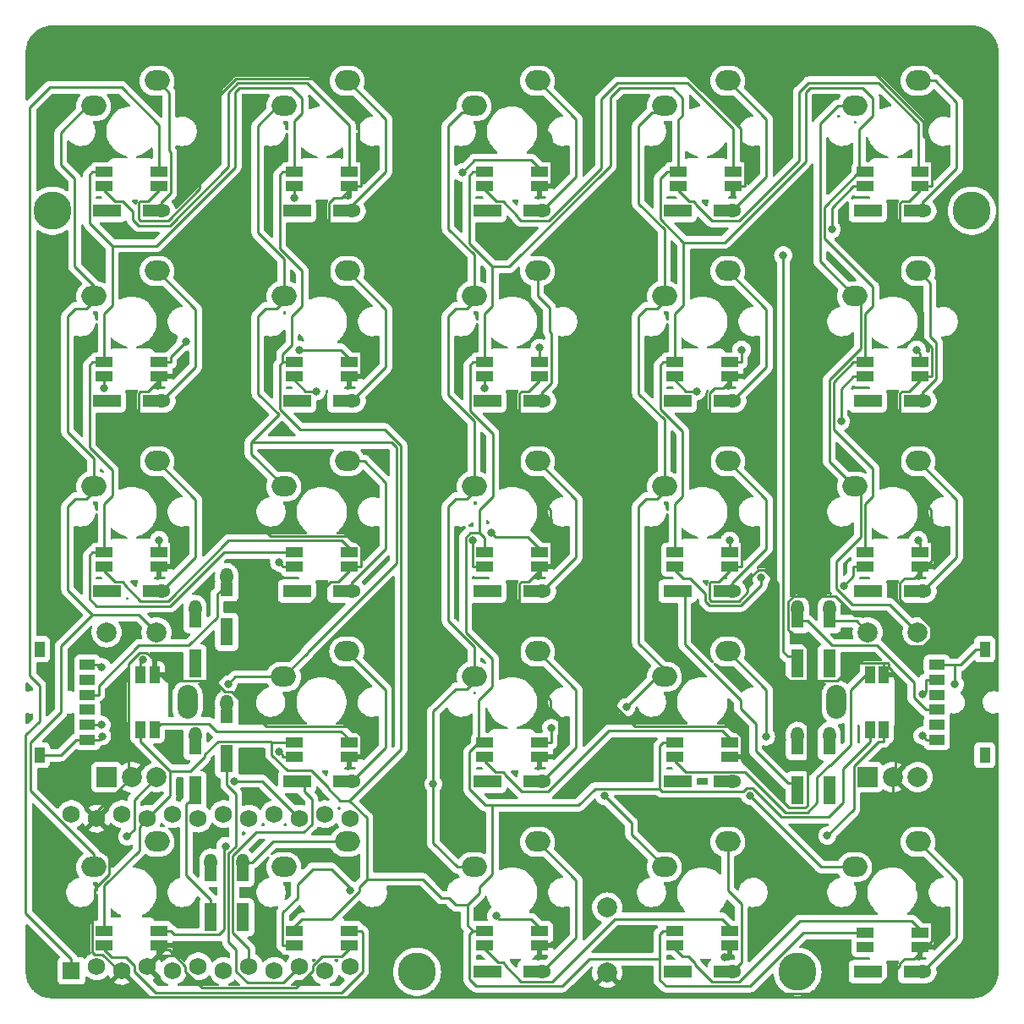
<source format=gbl>
G04 #@! TF.GenerationSoftware,KiCad,Pcbnew,(6.0.1)*
G04 #@! TF.CreationDate,2022-02-24T19:16:21+09:00*
G04 #@! TF.ProjectId,xipher_kbd_nohot,78697068-6572-45f6-9b62-645f6e6f686f,rev?*
G04 #@! TF.SameCoordinates,Original*
G04 #@! TF.FileFunction,Copper,L2,Bot*
G04 #@! TF.FilePolarity,Positive*
%FSLAX46Y46*%
G04 Gerber Fmt 4.6, Leading zero omitted, Abs format (unit mm)*
G04 Created by KiCad (PCBNEW (6.0.1)) date 2022-02-24 19:16:21*
%MOMM*%
%LPD*%
G01*
G04 APERTURE LIST*
G04 #@! TA.AperFunction,ComponentPad*
%ADD10R,1.752600X1.752600*%
G04 #@! TD*
G04 #@! TA.AperFunction,ComponentPad*
%ADD11C,1.752600*%
G04 #@! TD*
G04 #@! TA.AperFunction,ComponentPad*
%ADD12O,2.500000X2.000000*%
G04 #@! TD*
G04 #@! TA.AperFunction,ComponentPad*
%ADD13C,3.800000*%
G04 #@! TD*
G04 #@! TA.AperFunction,ComponentPad*
%ADD14R,2.000000X2.000000*%
G04 #@! TD*
G04 #@! TA.AperFunction,ComponentPad*
%ADD15C,2.000000*%
G04 #@! TD*
G04 #@! TA.AperFunction,ComponentPad*
%ADD16O,2.000000X3.400000*%
G04 #@! TD*
G04 #@! TA.AperFunction,ComponentPad*
%ADD17R,1.300000X1.778000*%
G04 #@! TD*
G04 #@! TA.AperFunction,SMDPad,CuDef*
%ADD18R,1.300000X1.400000*%
G04 #@! TD*
G04 #@! TA.AperFunction,ComponentPad*
%ADD19O,1.300000X1.778000*%
G04 #@! TD*
G04 #@! TA.AperFunction,ComponentPad*
%ADD20R,1.778000X1.300000*%
G04 #@! TD*
G04 #@! TA.AperFunction,SMDPad,CuDef*
%ADD21R,1.400000X1.300000*%
G04 #@! TD*
G04 #@! TA.AperFunction,ComponentPad*
%ADD22O,1.778000X1.300000*%
G04 #@! TD*
G04 #@! TA.AperFunction,SMDPad,CuDef*
%ADD23R,1.700000X1.000000*%
G04 #@! TD*
G04 #@! TA.AperFunction,SMDPad,CuDef*
%ADD24R,1.600000X1.000000*%
G04 #@! TD*
G04 #@! TA.AperFunction,SMDPad,CuDef*
%ADD25R,1.100000X1.600000*%
G04 #@! TD*
G04 #@! TA.AperFunction,SMDPad,CuDef*
%ADD26R,1.000000X1.700000*%
G04 #@! TD*
G04 #@! TA.AperFunction,ViaPad*
%ADD27C,0.800000*%
G04 #@! TD*
G04 #@! TA.AperFunction,Conductor*
%ADD28C,0.250000*%
G04 #@! TD*
G04 APERTURE END LIST*
D10*
G04 #@! TO.P,U1,1,TX0/D3*
G04 #@! TO.N,LED*
X36830000Y-126911100D03*
D11*
G04 #@! TO.P,U1,2,RX1/D2*
G04 #@! TO.N,unconnected-(U1-Pad2)*
X39370000Y-126453900D03*
G04 #@! TO.P,U1,3,GND*
G04 #@! TO.N,GND*
X41910000Y-126911100D03*
G04 #@! TO.P,U1,4,GND*
X44450000Y-126453900D03*
G04 #@! TO.P,U1,5,2/D1/SDA*
G04 #@! TO.N,ROW0*
X46990000Y-126911100D03*
G04 #@! TO.P,U1,6,3/D0/SCL*
G04 #@! TO.N,ROW1*
X49530000Y-126453900D03*
G04 #@! TO.P,U1,7,4/D4*
G04 #@! TO.N,ROW2*
X52070000Y-126911100D03*
G04 #@! TO.P,U1,8,5/C6*
G04 #@! TO.N,ROW3*
X54610000Y-126453900D03*
G04 #@! TO.P,U1,9,6/D7*
G04 #@! TO.N,ROW4*
X57150000Y-126911100D03*
G04 #@! TO.P,U1,10,7/E6*
G04 #@! TO.N,ROW5*
X59690000Y-126453900D03*
G04 #@! TO.P,U1,11,8/B4*
G04 #@! TO.N,ROT2*
X62230000Y-126911100D03*
G04 #@! TO.P,U1,12,9/B5*
G04 #@! TO.N,ROT3*
X64770000Y-126453900D03*
G04 #@! TO.P,U1,13,B6/10*
G04 #@! TO.N,ROT1*
X64770000Y-111671100D03*
G04 #@! TO.P,U1,14,B2/16*
G04 #@! TO.N,ROT0*
X62230000Y-111213900D03*
G04 #@! TO.P,U1,15,B3/14*
G04 #@! TO.N,COL5*
X59690000Y-111671100D03*
G04 #@! TO.P,U1,16,B1/15*
G04 #@! TO.N,COL4*
X57150000Y-111213900D03*
G04 #@! TO.P,U1,17,F7/A0*
G04 #@! TO.N,COL3*
X54610000Y-111671100D03*
G04 #@! TO.P,U1,18,F6/A1*
G04 #@! TO.N,COL2*
X52070000Y-111213900D03*
G04 #@! TO.P,U1,19,F5/A2*
G04 #@! TO.N,COL1*
X49530000Y-111671100D03*
G04 #@! TO.P,U1,20,F4/A3*
G04 #@! TO.N,COL0*
X46990000Y-111213900D03*
G04 #@! TO.P,U1,21,VCC*
G04 #@! TO.N,VCC*
X44450000Y-111671100D03*
G04 #@! TO.P,U1,22,RST*
G04 #@! TO.N,RST*
X41910000Y-111213900D03*
G04 #@! TO.P,U1,23,GND*
G04 #@! TO.N,GND*
X39370000Y-111671100D03*
G04 #@! TO.P,U1,24,RAW*
G04 #@! TO.N,unconnected-(U1-Pad24)*
X36830000Y-111213900D03*
G04 #@! TD*
D12*
G04 #@! TO.P,SW21,1,1*
G04 #@! TO.N,COL2*
X77152500Y-97472500D03*
G04 #@! TO.P,SW21,2,2*
G04 #@! TO.N,Net-(D21-Pad2)*
X83502500Y-94932500D03*
G04 #@! TD*
G04 #@! TO.P,SW9,1,1*
G04 #@! TO.N,COL0*
X39052500Y-59372500D03*
G04 #@! TO.P,SW9,2,2*
G04 #@! TO.N,Net-(D6-Pad2)*
X45402500Y-56832500D03*
G04 #@! TD*
G04 #@! TO.P,SW8,1,1*
G04 #@! TO.N,COL4*
X115252500Y-40322500D03*
G04 #@! TO.P,SW8,2,2*
G04 #@! TO.N,Net-(D5-Pad2)*
X121602500Y-37782500D03*
G04 #@! TD*
D13*
G04 #@! TO.P,REF1,1*
G04 #@! TO.N,N/C*
X127000000Y-50800000D03*
G04 #@! TD*
G04 #@! TO.P,REF2,1*
G04 #@! TO.N,N/C*
X34925000Y-50800000D03*
G04 #@! TD*
D12*
G04 #@! TO.P,SW4,1,1*
G04 #@! TO.N,COL0*
X39052500Y-40322500D03*
G04 #@! TO.P,SW4,2,2*
G04 #@! TO.N,Net-(D1-Pad2)*
X45402500Y-37782500D03*
G04 #@! TD*
G04 #@! TO.P,SW13,1,1*
G04 #@! TO.N,COL4*
X115252500Y-59372500D03*
G04 #@! TO.P,SW13,2,2*
G04 #@! TO.N,Net-(D10-Pad2)*
X121602500Y-56832500D03*
G04 #@! TD*
G04 #@! TO.P,SW12,1,1*
G04 #@! TO.N,COL3*
X96202500Y-59372500D03*
G04 #@! TO.P,SW12,2,2*
G04 #@! TO.N,Net-(D9-Pad2)*
X102552500Y-56832500D03*
G04 #@! TD*
G04 #@! TO.P,SW17,1,1*
G04 #@! TO.N,COL3*
X96202500Y-78422500D03*
G04 #@! TO.P,SW17,2,2*
G04 #@! TO.N,Net-(D15-Pad2)*
X102552500Y-75882500D03*
G04 #@! TD*
D13*
G04 #@! TO.P,REF4,1*
G04 #@! TO.N,N/C*
X71437500Y-127000000D03*
G04 #@! TD*
D12*
G04 #@! TO.P,SW7,1,1*
G04 #@! TO.N,COL3*
X96202500Y-40322500D03*
G04 #@! TO.P,SW7,2,2*
G04 #@! TO.N,Net-(D4-Pad2)*
X102552500Y-37782500D03*
G04 #@! TD*
G04 #@! TO.P,SW20,1,1*
G04 #@! TO.N,COL1*
X58070000Y-97472500D03*
G04 #@! TO.P,SW20,2,2*
G04 #@! TO.N,Net-(D20-Pad2)*
X64420000Y-94932500D03*
G04 #@! TD*
D13*
G04 #@! TO.P,REF3,1*
G04 #@! TO.N,N/C*
X109537500Y-127000000D03*
G04 #@! TD*
D12*
G04 #@! TO.P,SW26,1,1*
G04 #@! TO.N,COL2*
X77152500Y-116522500D03*
G04 #@! TO.P,SW26,2,2*
G04 #@! TO.N,Net-(D29-Pad2)*
X83502500Y-113982500D03*
G04 #@! TD*
G04 #@! TO.P,SW27,1,1*
G04 #@! TO.N,COL3*
X96202500Y-116522500D03*
G04 #@! TO.P,SW27,2,2*
G04 #@! TO.N,Net-(D30-Pad2)*
X102552500Y-113982500D03*
G04 #@! TD*
G04 #@! TO.P,SW28,1,1*
G04 #@! TO.N,COL4*
X115252500Y-116522500D03*
G04 #@! TO.P,SW28,2,2*
G04 #@! TO.N,Net-(D31-Pad2)*
X121602500Y-113982500D03*
G04 #@! TD*
G04 #@! TO.P,SW6,1,1*
G04 #@! TO.N,COL2*
X77152500Y-40322500D03*
G04 #@! TO.P,SW6,2,2*
G04 #@! TO.N,Net-(D3-Pad2)*
X83502500Y-37782500D03*
G04 #@! TD*
G04 #@! TO.P,SW22,1,1*
G04 #@! TO.N,COL3*
X96202500Y-97472500D03*
G04 #@! TO.P,SW22,2,2*
G04 #@! TO.N,Net-(D22-Pad2)*
X102552500Y-94932500D03*
G04 #@! TD*
G04 #@! TO.P,SW10,1,1*
G04 #@! TO.N,COL1*
X58102500Y-59372500D03*
G04 #@! TO.P,SW10,2,2*
G04 #@! TO.N,Net-(D7-Pad2)*
X64452500Y-56832500D03*
G04 #@! TD*
D14*
G04 #@! TO.P,SW2,A,A*
G04 #@! TO.N,ROT0*
X116562500Y-107512500D03*
D15*
G04 #@! TO.P,SW2,B,B*
G04 #@! TO.N,ROT1*
X121562500Y-107512500D03*
G04 #@! TO.P,SW2,C,C*
G04 #@! TO.N,GND*
X119062500Y-107512500D03*
D16*
G04 #@! TO.P,SW2,MP*
G04 #@! TO.N,N/C*
X113462500Y-100012500D03*
D15*
G04 #@! TO.P,SW2,S1,S1*
G04 #@! TO.N,COL4*
X121562500Y-93012500D03*
G04 #@! TO.P,SW2,S2,S2*
G04 #@! TO.N,ROT_SW1*
X116562500Y-93012500D03*
G04 #@! TD*
D12*
G04 #@! TO.P,SW14,1,1*
G04 #@! TO.N,COL0*
X39052500Y-78422500D03*
G04 #@! TO.P,SW14,2,2*
G04 #@! TO.N,Net-(D12-Pad2)*
X45402500Y-75882500D03*
G04 #@! TD*
G04 #@! TO.P,SW15,1,1*
G04 #@! TO.N,COL1*
X58102500Y-78422500D03*
G04 #@! TO.P,SW15,2,2*
G04 #@! TO.N,Net-(D13-Pad2)*
X64452500Y-75882500D03*
G04 #@! TD*
G04 #@! TO.P,SW25,1,1*
G04 #@! TO.N,COL1*
X58102500Y-116522500D03*
G04 #@! TO.P,SW25,2,2*
G04 #@! TO.N,Net-(D28-Pad2)*
X64452500Y-113982500D03*
G04 #@! TD*
G04 #@! TO.P,SW5,1,1*
G04 #@! TO.N,COL1*
X58102500Y-40322500D03*
G04 #@! TO.P,SW5,2,2*
G04 #@! TO.N,Net-(D2-Pad2)*
X64452500Y-37782500D03*
G04 #@! TD*
G04 #@! TO.P,SW24,1,1*
G04 #@! TO.N,COL0*
X39052500Y-116522500D03*
G04 #@! TO.P,SW24,2,2*
G04 #@! TO.N,Net-(D27-Pad2)*
X45402500Y-113982500D03*
G04 #@! TD*
G04 #@! TO.P,SW16,1,1*
G04 #@! TO.N,COL2*
X77152500Y-78422500D03*
G04 #@! TO.P,SW16,2,2*
G04 #@! TO.N,Net-(D14-Pad2)*
X83502500Y-75882500D03*
G04 #@! TD*
G04 #@! TO.P,SW11,1,1*
G04 #@! TO.N,COL2*
X77152500Y-59372500D03*
G04 #@! TO.P,SW11,2,2*
G04 #@! TO.N,Net-(D8-Pad2)*
X83502500Y-56832500D03*
G04 #@! TD*
G04 #@! TO.P,SW18,1,1*
G04 #@! TO.N,COL4*
X115252500Y-78422500D03*
G04 #@! TO.P,SW18,2,2*
G04 #@! TO.N,Net-(D16-Pad2)*
X121602500Y-75882500D03*
G04 #@! TD*
D14*
G04 #@! TO.P,SW3,A,A*
G04 #@! TO.N,ROT2*
X40362500Y-107512500D03*
D15*
G04 #@! TO.P,SW3,B,B*
G04 #@! TO.N,ROT3*
X45362500Y-107512500D03*
G04 #@! TO.P,SW3,C,C*
G04 #@! TO.N,GND*
X42862500Y-107512500D03*
D16*
G04 #@! TO.P,SW3,MP*
G04 #@! TO.N,N/C*
X48462500Y-100012500D03*
D15*
G04 #@! TO.P,SW3,S1,S1*
G04 #@! TO.N,COL0*
X45362500Y-93012500D03*
G04 #@! TO.P,SW3,S2,S2*
G04 #@! TO.N,ROT_SW3*
X40362500Y-93012500D03*
G04 #@! TD*
D17*
G04 #@! TO.P,D18,1,K*
G04 #@! TO.N,ROW2*
X109537500Y-109362500D03*
D18*
X109537500Y-108137500D03*
D19*
G04 #@! TO.P,D18,2,A*
G04 #@! TO.N,Net-(D18-Pad2)*
X109537500Y-103362500D03*
D18*
X109537500Y-104587500D03*
G04 #@! TD*
D20*
G04 #@! TO.P,D2,1,K*
G04 #@! TO.N,ROW0*
X58912500Y-50800000D03*
D21*
X60137500Y-50800000D03*
D22*
G04 #@! TO.P,D2,2,A*
G04 #@! TO.N,Net-(D2-Pad2)*
X64912500Y-50800000D03*
D21*
X63687500Y-50800000D03*
G04 #@! TD*
D23*
G04 #@! TO.P,LED1,1,VDD*
G04 #@! TO.N,VCC*
X40112500Y-46925000D03*
G04 #@! TO.P,LED1,2,DOUT*
G04 #@! TO.N,Net-(LED1-Pad2)*
X40112500Y-48325000D03*
G04 #@! TO.P,LED1,3,VSS*
G04 #@! TO.N,GND*
X45612500Y-48325000D03*
G04 #@! TO.P,LED1,4,DIN*
G04 #@! TO.N,LED*
X45612500Y-46925000D03*
G04 #@! TD*
D17*
G04 #@! TO.P,D17,1,K*
G04 #@! TO.N,ROW0*
X109537500Y-96662500D03*
D18*
X109537500Y-95437500D03*
G04 #@! TO.P,D17,2,A*
G04 #@! TO.N,Net-(D17-Pad2)*
X109537500Y-91887500D03*
D19*
X109537500Y-90662500D03*
G04 #@! TD*
D15*
G04 #@! TO.P,SW1,1,1*
G04 #@! TO.N,RST*
X90487500Y-120575000D03*
G04 #@! TO.P,SW1,2,2*
G04 #@! TO.N,GND*
X90487500Y-127075000D03*
G04 #@! TD*
D20*
G04 #@! TO.P,D29,1,K*
G04 #@! TO.N,ROW4*
X77962500Y-127000000D03*
D21*
X79187500Y-127000000D03*
D22*
G04 #@! TO.P,D29,2,A*
G04 #@! TO.N,Net-(D29-Pad2)*
X83962500Y-127000000D03*
D21*
X82737500Y-127000000D03*
G04 #@! TD*
D20*
G04 #@! TO.P,D4,1,K*
G04 #@! TO.N,ROW0*
X97012500Y-50800000D03*
D21*
X98237500Y-50800000D03*
D22*
G04 #@! TO.P,D4,2,A*
G04 #@! TO.N,Net-(D4-Pad2)*
X103012500Y-50800000D03*
D21*
X101787500Y-50800000D03*
G04 #@! TD*
D17*
G04 #@! TO.P,D19,1,K*
G04 #@! TO.N,ROW3*
X49212500Y-96662500D03*
D18*
X49212500Y-95437500D03*
D19*
G04 #@! TO.P,D19,2,A*
G04 #@! TO.N,ROT_SW3*
X49212500Y-90662500D03*
D18*
X49212500Y-91887500D03*
G04 #@! TD*
D21*
G04 #@! TO.P,D16,1,K*
G04 #@! TO.N,ROW2*
X117287500Y-88900000D03*
D20*
X116062500Y-88900000D03*
D22*
G04 #@! TO.P,D16,2,A*
G04 #@! TO.N,Net-(D16-Pad2)*
X122062500Y-88900000D03*
D21*
X120837500Y-88900000D03*
G04 #@! TD*
D23*
G04 #@! TO.P,LED23,1,VDD*
G04 #@! TO.N,VCC*
X78212500Y-122925000D03*
G04 #@! TO.P,LED23,2,DOUT*
G04 #@! TO.N,Net-(LED23-Pad2)*
X78212500Y-124325000D03*
G04 #@! TO.P,LED23,3,VSS*
G04 #@! TO.N,GND*
X83712500Y-124325000D03*
G04 #@! TO.P,LED23,4,DIN*
G04 #@! TO.N,Net-(LED23-Pad4)*
X83712500Y-122925000D03*
G04 #@! TD*
D21*
G04 #@! TO.P,D31,1,K*
G04 #@! TO.N,ROW4*
X117287500Y-127000000D03*
D20*
X116062500Y-127000000D03*
D21*
G04 #@! TO.P,D31,2,A*
G04 #@! TO.N,Net-(D31-Pad2)*
X120837500Y-127000000D03*
D22*
X122062500Y-127000000D03*
G04 #@! TD*
D23*
G04 #@! TO.P,LED3,1,VDD*
G04 #@! TO.N,VCC*
X78212500Y-46925000D03*
G04 #@! TO.P,LED3,2,DOUT*
G04 #@! TO.N,Net-(LED3-Pad2)*
X78212500Y-48325000D03*
G04 #@! TO.P,LED3,3,VSS*
G04 #@! TO.N,GND*
X83712500Y-48325000D03*
G04 #@! TO.P,LED3,4,DIN*
G04 #@! TO.N,Net-(LED2-Pad2)*
X83712500Y-46925000D03*
G04 #@! TD*
G04 #@! TO.P,LED12,1,VDD*
G04 #@! TO.N,VCC*
X59162500Y-85025000D03*
G04 #@! TO.P,LED12,2,DOUT*
G04 #@! TO.N,Net-(LED13-Pad4)*
X59162500Y-86425000D03*
G04 #@! TO.P,LED12,3,VSS*
G04 #@! TO.N,GND*
X64662500Y-86425000D03*
G04 #@! TO.P,LED12,4,DIN*
G04 #@! TO.N,Net-(LED11-Pad2)*
X64662500Y-85025000D03*
G04 #@! TD*
G04 #@! TO.P,LED11,1,VDD*
G04 #@! TO.N,VCC*
X40112500Y-85025000D03*
G04 #@! TO.P,LED11,2,DOUT*
G04 #@! TO.N,Net-(LED11-Pad2)*
X40112500Y-86425000D03*
G04 #@! TO.P,LED11,3,VSS*
G04 #@! TO.N,GND*
X45612500Y-86425000D03*
G04 #@! TO.P,LED11,4,DIN*
G04 #@! TO.N,Net-(LED10-Pad2)*
X45612500Y-85025000D03*
G04 #@! TD*
D20*
G04 #@! TO.P,D22,1,K*
G04 #@! TO.N,ROW3*
X97012500Y-107950000D03*
D21*
X98237500Y-107950000D03*
D22*
G04 #@! TO.P,D22,2,A*
G04 #@! TO.N,Net-(D22-Pad2)*
X103012500Y-107950000D03*
D21*
X101787500Y-107950000D03*
G04 #@! TD*
G04 #@! TO.P,D1,1,K*
G04 #@! TO.N,ROW0*
X41087500Y-50800000D03*
D20*
X39862500Y-50800000D03*
D22*
G04 #@! TO.P,D1,2,A*
G04 #@! TO.N,Net-(D1-Pad2)*
X45862500Y-50800000D03*
D21*
X44637500Y-50800000D03*
G04 #@! TD*
D24*
G04 #@! TO.P,S1,1,1*
G04 #@! TO.N,Net-(D11-Pad2)*
X123487500Y-103762500D03*
G04 #@! TO.P,S1,2,2*
G04 #@! TO.N,unconnected-(S1-Pad2)*
X123487500Y-102262500D03*
G04 #@! TO.P,S1,3,3*
G04 #@! TO.N,unconnected-(S1-Pad3)*
X123487500Y-99262500D03*
G04 #@! TO.P,S1,4,4*
G04 #@! TO.N,Net-(D18-Pad2)*
X123487500Y-97762500D03*
D25*
G04 #@! TO.P,S1,C1,COM*
G04 #@! TO.N,COL5*
X128287500Y-94712500D03*
D24*
G04 #@! TO.P,S1,C2,C2*
X123487500Y-96262500D03*
D25*
G04 #@! TO.P,S1,E1,NO*
G04 #@! TO.N,unconnected-(S1-PadE1)*
X128287500Y-105312500D03*
D24*
G04 #@! TO.P,S1,T1,T1*
G04 #@! TO.N,Net-(D17-Pad2)*
X123487500Y-100762500D03*
G04 #@! TD*
D20*
G04 #@! TO.P,D3,1,K*
G04 #@! TO.N,ROW0*
X77962500Y-50800000D03*
D21*
X79187500Y-50800000D03*
D22*
G04 #@! TO.P,D3,2,A*
G04 #@! TO.N,Net-(D3-Pad2)*
X83962500Y-50800000D03*
D21*
X82737500Y-50800000D03*
G04 #@! TD*
G04 #@! TO.P,D12,1,K*
G04 #@! TO.N,ROW2*
X41087500Y-88900000D03*
D20*
X39862500Y-88900000D03*
D22*
G04 #@! TO.P,D12,2,A*
G04 #@! TO.N,Net-(D12-Pad2)*
X45862500Y-88900000D03*
D21*
X44637500Y-88900000D03*
G04 #@! TD*
D23*
G04 #@! TO.P,LED17,1,VDD*
G04 #@! TO.N,VCC*
X59162500Y-104075000D03*
G04 #@! TO.P,LED17,2,DOUT*
G04 #@! TO.N,Net-(LED18-Pad4)*
X59162500Y-105475000D03*
G04 #@! TO.P,LED17,3,VSS*
G04 #@! TO.N,GND*
X64662500Y-105475000D03*
G04 #@! TO.P,LED17,4,DIN*
G04 #@! TO.N,Net-(LED16-Pad2)*
X64662500Y-104075000D03*
G04 #@! TD*
D20*
G04 #@! TO.P,D14,1,K*
G04 #@! TO.N,ROW2*
X77962500Y-88900000D03*
D21*
X79187500Y-88900000D03*
G04 #@! TO.P,D14,2,A*
G04 #@! TO.N,Net-(D14-Pad2)*
X82737500Y-88900000D03*
D22*
X83962500Y-88900000D03*
G04 #@! TD*
D23*
G04 #@! TO.P,LED22,1,VDD*
G04 #@! TO.N,VCC*
X59162500Y-122925000D03*
G04 #@! TO.P,LED22,2,DOUT*
G04 #@! TO.N,Net-(LED23-Pad4)*
X59162500Y-124325000D03*
G04 #@! TO.P,LED22,3,VSS*
G04 #@! TO.N,GND*
X64662500Y-124325000D03*
G04 #@! TO.P,LED22,4,DIN*
G04 #@! TO.N,Net-(LED21-Pad2)*
X64662500Y-122925000D03*
G04 #@! TD*
G04 #@! TO.P,LED8,1,VDD*
G04 #@! TO.N,VCC*
X78212500Y-65975000D03*
G04 #@! TO.P,LED8,2,DOUT*
G04 #@! TO.N,Net-(LED8-Pad2)*
X78212500Y-67375000D03*
G04 #@! TO.P,LED8,3,VSS*
G04 #@! TO.N,GND*
X83712500Y-67375000D03*
G04 #@! TO.P,LED8,4,DIN*
G04 #@! TO.N,Net-(LED7-Pad2)*
X83712500Y-65975000D03*
G04 #@! TD*
D17*
G04 #@! TO.P,D26,1,K*
G04 #@! TO.N,ROW4*
X49212500Y-109362500D03*
D18*
X49212500Y-108137500D03*
G04 #@! TO.P,D26,2,A*
G04 #@! TO.N,Net-(D26-Pad2)*
X49212500Y-104587500D03*
D19*
X49212500Y-103362500D03*
G04 #@! TD*
D20*
G04 #@! TO.P,D8,1,K*
G04 #@! TO.N,ROW1*
X77962500Y-69850000D03*
D21*
X79187500Y-69850000D03*
D22*
G04 #@! TO.P,D8,2,A*
G04 #@! TO.N,Net-(D8-Pad2)*
X83962500Y-69850000D03*
D21*
X82737500Y-69850000D03*
G04 #@! TD*
D24*
G04 #@! TO.P,S2,1,1*
G04 #@! TO.N,Net-(D24-Pad2)*
X38437500Y-96262500D03*
G04 #@! TO.P,S2,2,2*
G04 #@! TO.N,unconnected-(S2-Pad2)*
X38437500Y-97762500D03*
G04 #@! TO.P,S2,3,3*
G04 #@! TO.N,unconnected-(S2-Pad3)*
X38437500Y-100762500D03*
G04 #@! TO.P,S2,4,4*
G04 #@! TO.N,Net-(D26-Pad2)*
X38437500Y-102262500D03*
D25*
G04 #@! TO.P,S2,C1,COM*
G04 #@! TO.N,COL5*
X33637500Y-105312500D03*
D24*
G04 #@! TO.P,S2,C2,C2*
X38437500Y-103762500D03*
D25*
G04 #@! TO.P,S2,E1,NO*
G04 #@! TO.N,unconnected-(S2-PadE1)*
X33637500Y-94712500D03*
D24*
G04 #@! TO.P,S2,T1,T1*
G04 #@! TO.N,Net-(D25-Pad2)*
X38437500Y-99262500D03*
G04 #@! TD*
D23*
G04 #@! TO.P,LED14,1,VDD*
G04 #@! TO.N,VCC*
X97262500Y-85025000D03*
G04 #@! TO.P,LED14,2,DOUT*
G04 #@! TO.N,Net-(LED15-Pad4)*
X97262500Y-86425000D03*
G04 #@! TO.P,LED14,3,VSS*
G04 #@! TO.N,GND*
X102762500Y-86425000D03*
G04 #@! TO.P,LED14,4,DIN*
G04 #@! TO.N,Net-(LED13-Pad2)*
X102762500Y-85025000D03*
G04 #@! TD*
D18*
G04 #@! TO.P,D23,1,K*
G04 #@! TO.N,ROW3*
X112712500Y-95437500D03*
D17*
X112712500Y-96662500D03*
D19*
G04 #@! TO.P,D23,2,A*
G04 #@! TO.N,ROT_SW1*
X112712500Y-90662500D03*
D18*
X112712500Y-91887500D03*
G04 #@! TD*
D23*
G04 #@! TO.P,LED15,1,VDD*
G04 #@! TO.N,VCC*
X116312500Y-85025000D03*
G04 #@! TO.P,LED15,2,DOUT*
G04 #@! TO.N,Net-(LED15-Pad2)*
X116312500Y-86425000D03*
G04 #@! TO.P,LED15,3,VSS*
G04 #@! TO.N,GND*
X121812500Y-86425000D03*
G04 #@! TO.P,LED15,4,DIN*
G04 #@! TO.N,Net-(LED15-Pad4)*
X121812500Y-85025000D03*
G04 #@! TD*
D26*
G04 #@! TO.P,LED16,1,VDD*
G04 #@! TO.N,VCC*
X43750000Y-102762500D03*
G04 #@! TO.P,LED16,2,DOUT*
G04 #@! TO.N,Net-(LED16-Pad2)*
X45150000Y-102762500D03*
G04 #@! TO.P,LED16,3,VSS*
G04 #@! TO.N,GND*
X45150000Y-97262500D03*
G04 #@! TO.P,LED16,4,DIN*
G04 #@! TO.N,Net-(LED15-Pad2)*
X43750000Y-97262500D03*
G04 #@! TD*
D21*
G04 #@! TO.P,D30,1,K*
G04 #@! TO.N,ROW4*
X98237500Y-127000000D03*
D20*
X97012500Y-127000000D03*
D22*
G04 #@! TO.P,D30,2,A*
G04 #@! TO.N,Net-(D30-Pad2)*
X103012500Y-127000000D03*
D21*
X101787500Y-127000000D03*
G04 #@! TD*
D20*
G04 #@! TO.P,D9,1,K*
G04 #@! TO.N,ROW1*
X97012500Y-69850000D03*
D21*
X98237500Y-69850000D03*
G04 #@! TO.P,D9,2,A*
G04 #@! TO.N,Net-(D9-Pad2)*
X101787500Y-69850000D03*
D22*
X103012500Y-69850000D03*
G04 #@! TD*
D20*
G04 #@! TO.P,D20,1,K*
G04 #@! TO.N,ROW3*
X58912500Y-107950000D03*
D21*
X60137500Y-107950000D03*
G04 #@! TO.P,D20,2,A*
G04 #@! TO.N,Net-(D20-Pad2)*
X63687500Y-107950000D03*
D22*
X64912500Y-107950000D03*
G04 #@! TD*
D23*
G04 #@! TO.P,LED25,1,VDD*
G04 #@! TO.N,VCC*
X116312500Y-123125000D03*
G04 #@! TO.P,LED25,2,DOUT*
G04 #@! TO.N,unconnected-(LED25-Pad2)*
X116312500Y-124525000D03*
G04 #@! TO.P,LED25,3,VSS*
G04 #@! TO.N,GND*
X121812500Y-124525000D03*
G04 #@! TO.P,LED25,4,DIN*
G04 #@! TO.N,Net-(LED25-Pad4)*
X121812500Y-123125000D03*
G04 #@! TD*
G04 #@! TO.P,LED19,1,VDD*
G04 #@! TO.N,VCC*
X97262500Y-104075000D03*
G04 #@! TO.P,LED19,2,DOUT*
G04 #@! TO.N,Net-(LED20-Pad4)*
X97262500Y-105475000D03*
G04 #@! TO.P,LED19,3,VSS*
G04 #@! TO.N,GND*
X102762500Y-105475000D03*
G04 #@! TO.P,LED19,4,DIN*
G04 #@! TO.N,Net-(LED18-Pad2)*
X102762500Y-104075000D03*
G04 #@! TD*
G04 #@! TO.P,LED5,1,VDD*
G04 #@! TO.N,VCC*
X116312500Y-46925000D03*
G04 #@! TO.P,LED5,2,DOUT*
G04 #@! TO.N,Net-(LED5-Pad2)*
X116312500Y-48325000D03*
G04 #@! TO.P,LED5,3,VSS*
G04 #@! TO.N,GND*
X121812500Y-48325000D03*
G04 #@! TO.P,LED5,4,DIN*
G04 #@! TO.N,Net-(LED4-Pad2)*
X121812500Y-46925000D03*
G04 #@! TD*
G04 #@! TO.P,LED4,1,VDD*
G04 #@! TO.N,VCC*
X97631300Y-46925000D03*
G04 #@! TO.P,LED4,2,DOUT*
G04 #@! TO.N,Net-(LED4-Pad2)*
X97631300Y-48325000D03*
G04 #@! TO.P,LED4,3,VSS*
G04 #@! TO.N,GND*
X103131300Y-48325000D03*
G04 #@! TO.P,LED4,4,DIN*
G04 #@! TO.N,Net-(LED3-Pad2)*
X103131300Y-46925000D03*
G04 #@! TD*
G04 #@! TO.P,LED2,1,VDD*
G04 #@! TO.N,VCC*
X59162500Y-46925000D03*
G04 #@! TO.P,LED2,2,DOUT*
G04 #@! TO.N,Net-(LED2-Pad2)*
X59162500Y-48325000D03*
G04 #@! TO.P,LED2,3,VSS*
G04 #@! TO.N,GND*
X64662500Y-48325000D03*
G04 #@! TO.P,LED2,4,DIN*
G04 #@! TO.N,Net-(LED1-Pad2)*
X64662500Y-46925000D03*
G04 #@! TD*
D21*
G04 #@! TO.P,D13,1,K*
G04 #@! TO.N,ROW2*
X60137500Y-88900000D03*
D20*
X58912500Y-88900000D03*
D21*
G04 #@! TO.P,D13,2,A*
G04 #@! TO.N,Net-(D13-Pad2)*
X63687500Y-88900000D03*
D22*
X64912500Y-88900000D03*
G04 #@! TD*
D20*
G04 #@! TO.P,D21,1,K*
G04 #@! TO.N,ROW3*
X77962500Y-107950000D03*
D21*
X79187500Y-107950000D03*
G04 #@! TO.P,D21,2,A*
G04 #@! TO.N,Net-(D21-Pad2)*
X82737500Y-107950000D03*
D22*
X83962500Y-107950000D03*
G04 #@! TD*
D18*
G04 #@! TO.P,D27,1,K*
G04 #@! TO.N,ROW4*
X50800000Y-120837500D03*
D17*
X50800000Y-122062500D03*
D18*
G04 #@! TO.P,D27,2,A*
G04 #@! TO.N,Net-(D27-Pad2)*
X50800000Y-117287500D03*
D19*
X50800000Y-116062500D03*
G04 #@! TD*
D20*
G04 #@! TO.P,D7,1,K*
G04 #@! TO.N,ROW1*
X58912500Y-69850000D03*
D21*
X60137500Y-69850000D03*
G04 #@! TO.P,D7,2,A*
G04 #@! TO.N,Net-(D7-Pad2)*
X63687500Y-69850000D03*
D22*
X64912500Y-69850000D03*
G04 #@! TD*
D23*
G04 #@! TO.P,LED7,1,VDD*
G04 #@! TO.N,VCC*
X59162500Y-65975000D03*
G04 #@! TO.P,LED7,2,DOUT*
G04 #@! TO.N,Net-(LED7-Pad2)*
X59162500Y-67375000D03*
G04 #@! TO.P,LED7,3,VSS*
G04 #@! TO.N,GND*
X64662500Y-67375000D03*
G04 #@! TO.P,LED7,4,DIN*
G04 #@! TO.N,Net-(LED6-Pad2)*
X64662500Y-65975000D03*
G04 #@! TD*
D26*
G04 #@! TO.P,LED20,1,VDD*
G04 #@! TO.N,VCC*
X116775000Y-102762500D03*
G04 #@! TO.P,LED20,2,DOUT*
G04 #@! TO.N,Net-(LED20-Pad2)*
X118175000Y-102762500D03*
G04 #@! TO.P,LED20,3,VSS*
G04 #@! TO.N,GND*
X118175000Y-97262500D03*
G04 #@! TO.P,LED20,4,DIN*
G04 #@! TO.N,Net-(LED20-Pad4)*
X116775000Y-97262500D03*
G04 #@! TD*
D18*
G04 #@! TO.P,D28,1,K*
G04 #@! TO.N,ROW4*
X53975000Y-120837500D03*
D17*
X53975000Y-122062500D03*
D19*
G04 #@! TO.P,D28,2,A*
G04 #@! TO.N,Net-(D28-Pad2)*
X53975000Y-116062500D03*
D18*
X53975000Y-117287500D03*
G04 #@! TD*
D20*
G04 #@! TO.P,D15,1,K*
G04 #@! TO.N,ROW2*
X97012500Y-88900000D03*
D21*
X98237500Y-88900000D03*
D22*
G04 #@! TO.P,D15,2,A*
G04 #@! TO.N,Net-(D15-Pad2)*
X103012500Y-88900000D03*
D21*
X101787500Y-88900000D03*
G04 #@! TD*
D23*
G04 #@! TO.P,LED10,1,VDD*
G04 #@! TO.N,VCC*
X116312500Y-65975000D03*
G04 #@! TO.P,LED10,2,DOUT*
G04 #@! TO.N,Net-(LED10-Pad2)*
X116312500Y-67375000D03*
G04 #@! TO.P,LED10,3,VSS*
G04 #@! TO.N,GND*
X121812500Y-67375000D03*
G04 #@! TO.P,LED10,4,DIN*
G04 #@! TO.N,Net-(LED9-Pad2)*
X121812500Y-65975000D03*
G04 #@! TD*
D17*
G04 #@! TO.P,D11,1,K*
G04 #@! TO.N,ROW1*
X112712500Y-109362500D03*
D18*
X112712500Y-108137500D03*
D19*
G04 #@! TO.P,D11,2,A*
G04 #@! TO.N,Net-(D11-Pad2)*
X112712500Y-103362500D03*
D18*
X112712500Y-104587500D03*
G04 #@! TD*
D20*
G04 #@! TO.P,D6,1,K*
G04 #@! TO.N,ROW1*
X39862500Y-69850000D03*
D21*
X41087500Y-69850000D03*
D22*
G04 #@! TO.P,D6,2,A*
G04 #@! TO.N,Net-(D6-Pad2)*
X45862500Y-69850000D03*
D21*
X44637500Y-69850000D03*
G04 #@! TD*
G04 #@! TO.P,D10,1,K*
G04 #@! TO.N,ROW1*
X117287500Y-69850000D03*
D20*
X116062500Y-69850000D03*
D21*
G04 #@! TO.P,D10,2,A*
G04 #@! TO.N,Net-(D10-Pad2)*
X120837500Y-69850000D03*
D22*
X122062500Y-69850000D03*
G04 #@! TD*
D23*
G04 #@! TO.P,LED6,1,VDD*
G04 #@! TO.N,VCC*
X40112500Y-65975000D03*
G04 #@! TO.P,LED6,2,DOUT*
G04 #@! TO.N,Net-(LED6-Pad2)*
X40112500Y-67375000D03*
G04 #@! TO.P,LED6,3,VSS*
G04 #@! TO.N,GND*
X45612500Y-67375000D03*
G04 #@! TO.P,LED6,4,DIN*
G04 #@! TO.N,Net-(LED5-Pad2)*
X45612500Y-65975000D03*
G04 #@! TD*
G04 #@! TO.P,LED21,1,VDD*
G04 #@! TO.N,VCC*
X40112500Y-122925000D03*
G04 #@! TO.P,LED21,2,DOUT*
G04 #@! TO.N,Net-(LED21-Pad2)*
X40112500Y-124325000D03*
G04 #@! TO.P,LED21,3,VSS*
G04 #@! TO.N,GND*
X45612500Y-124325000D03*
G04 #@! TO.P,LED21,4,DIN*
G04 #@! TO.N,Net-(LED20-Pad2)*
X45612500Y-122925000D03*
G04 #@! TD*
G04 #@! TO.P,LED13,1,VDD*
G04 #@! TO.N,VCC*
X78212500Y-85025000D03*
G04 #@! TO.P,LED13,2,DOUT*
G04 #@! TO.N,Net-(LED13-Pad2)*
X78212500Y-86425000D03*
G04 #@! TO.P,LED13,3,VSS*
G04 #@! TO.N,GND*
X83712500Y-86425000D03*
G04 #@! TO.P,LED13,4,DIN*
G04 #@! TO.N,Net-(LED13-Pad4)*
X83712500Y-85025000D03*
G04 #@! TD*
G04 #@! TO.P,LED9,1,VDD*
G04 #@! TO.N,VCC*
X97262500Y-65975000D03*
G04 #@! TO.P,LED9,2,DOUT*
G04 #@! TO.N,Net-(LED9-Pad2)*
X97262500Y-67375000D03*
G04 #@! TO.P,LED9,3,VSS*
G04 #@! TO.N,GND*
X102762500Y-67375000D03*
G04 #@! TO.P,LED9,4,DIN*
G04 #@! TO.N,Net-(LED8-Pad2)*
X102762500Y-65975000D03*
G04 #@! TD*
G04 #@! TO.P,LED18,1,VDD*
G04 #@! TO.N,VCC*
X78212500Y-104075000D03*
G04 #@! TO.P,LED18,2,DOUT*
G04 #@! TO.N,Net-(LED18-Pad2)*
X78212500Y-105475000D03*
G04 #@! TO.P,LED18,3,VSS*
G04 #@! TO.N,GND*
X83712500Y-105475000D03*
G04 #@! TO.P,LED18,4,DIN*
G04 #@! TO.N,Net-(LED18-Pad4)*
X83712500Y-104075000D03*
G04 #@! TD*
G04 #@! TO.P,LED24,1,VDD*
G04 #@! TO.N,VCC*
X97262500Y-122925000D03*
G04 #@! TO.P,LED24,2,DOUT*
G04 #@! TO.N,Net-(LED25-Pad4)*
X97262500Y-124325000D03*
G04 #@! TO.P,LED24,3,VSS*
G04 #@! TO.N,GND*
X102762500Y-124325000D03*
G04 #@! TO.P,LED24,4,DIN*
G04 #@! TO.N,Net-(LED23-Pad2)*
X102762500Y-122925000D03*
G04 #@! TD*
D18*
G04 #@! TO.P,D24,1,K*
G04 #@! TO.N,ROW5*
X52387500Y-104962500D03*
D17*
X52387500Y-106187500D03*
D18*
G04 #@! TO.P,D24,2,A*
G04 #@! TO.N,Net-(D24-Pad2)*
X52387500Y-101412500D03*
D19*
X52387500Y-100187500D03*
G04 #@! TD*
D17*
G04 #@! TO.P,D25,1,K*
G04 #@! TO.N,ROW3*
X52387500Y-93487500D03*
D18*
X52387500Y-92262500D03*
G04 #@! TO.P,D25,2,A*
G04 #@! TO.N,Net-(D25-Pad2)*
X52387500Y-88712500D03*
D19*
X52387500Y-87487500D03*
G04 #@! TD*
D21*
G04 #@! TO.P,D5,1,K*
G04 #@! TO.N,ROW0*
X117287500Y-50800000D03*
D20*
X116062500Y-50800000D03*
D22*
G04 #@! TO.P,D5,2,A*
G04 #@! TO.N,Net-(D5-Pad2)*
X122062500Y-50800000D03*
D21*
X120837500Y-50800000D03*
G04 #@! TD*
D27*
G04 #@! TO.N,Net-(LED6-Pad2)*
X59650000Y-64718700D03*
X40112500Y-68550300D03*
G04 #@! TO.N,GND*
X85165300Y-124290300D03*
X102275000Y-125577500D03*
G04 #@! TO.N,Net-(LED7-Pad2)*
X61364900Y-68874600D03*
X83712500Y-64542400D03*
G04 #@! TO.N,Net-(LED8-Pad2)*
X78212500Y-68537500D03*
X103937800Y-64718800D03*
G04 #@! TO.N,Net-(LED9-Pad2)*
X121461200Y-64718700D03*
X99457200Y-68864900D03*
G04 #@! TO.N,Net-(LED10-Pad2)*
X45612500Y-83768700D03*
X113897600Y-71879100D03*
G04 #@! TO.N,Net-(LED13-Pad4)*
X57636300Y-86015000D03*
X78884000Y-83028300D03*
G04 #@! TO.N,Net-(LED2-Pad2)*
X75959800Y-46966100D03*
X59114700Y-49487500D03*
G04 #@! TO.N,Net-(LED13-Pad2)*
X77037200Y-83846800D03*
X102762500Y-83846800D03*
G04 #@! TO.N,Net-(LED5-Pad2)*
X112961200Y-52665900D03*
X48275900Y-63901800D03*
G04 #@! TO.N,Net-(LED15-Pad4)*
X105910900Y-87506900D03*
X121629100Y-83768700D03*
G04 #@! TO.N,Net-(LED15-Pad2)*
X43974300Y-95764100D03*
X114163300Y-88336300D03*
G04 #@! TO.N,Net-(LED18-Pad4)*
X57662000Y-104937600D03*
X84887800Y-102583100D03*
G04 #@! TO.N,Net-(LED20-Pad2)*
X52252300Y-114425500D03*
X112522500Y-113370800D03*
G04 #@! TO.N,Net-(LED23-Pad4)*
X64729800Y-118828300D03*
X79352500Y-121423900D03*
G04 #@! TO.N,ROW0*
X108104200Y-55266400D03*
G04 #@! TO.N,Net-(D18-Pad2)*
X122081400Y-99217800D03*
G04 #@! TO.N,Net-(D22-Pad2)*
X106382900Y-103441700D03*
G04 #@! TO.N,Net-(D24-Pad2)*
X39877700Y-96508700D03*
G04 #@! TO.N,Net-(D26-Pad2)*
X39849300Y-102277100D03*
G04 #@! TO.N,Net-(D11-Pad2)*
X122058200Y-103362500D03*
G04 #@! TO.N,COL1*
X52513200Y-98226000D03*
G04 #@! TO.N,COL2*
X73072500Y-108179500D03*
G04 #@! TO.N,COL3*
X92403800Y-100512200D03*
X90210100Y-109403600D03*
G04 #@! TO.N,COL4*
X104789600Y-109377400D03*
G04 #@! TO.N,COL5*
X53110700Y-107901100D03*
X39903500Y-103421800D03*
X125308800Y-98212800D03*
G04 #@! TO.N,ROT3*
X42429400Y-113455600D03*
G04 #@! TD*
D28*
G04 #@! TO.N,Net-(LED6-Pad2)*
X64662500Y-65607700D02*
X63773500Y-64718700D01*
X63773500Y-64718700D02*
X59650000Y-64718700D01*
X40112500Y-67375000D02*
X40112500Y-68550300D01*
X64662500Y-65975000D02*
X64662500Y-65607700D01*
G04 #@! TO.N,GND*
X103670500Y-89875400D02*
X104568100Y-88977800D01*
X102928400Y-102426900D02*
X93254100Y-102426900D01*
X83712500Y-124325000D02*
X84887800Y-124325000D01*
X122987800Y-67375000D02*
X122987800Y-64510100D01*
X119062500Y-115606200D02*
X121437900Y-117981600D01*
X103817100Y-44628300D02*
X103817100Y-42592700D01*
X122987800Y-44137800D02*
X122146900Y-43296900D01*
X83712500Y-67784200D02*
X83712500Y-67375000D01*
X104568100Y-87823600D02*
X105632600Y-86759100D01*
X100933100Y-89875400D02*
X103670500Y-89875400D01*
X107588200Y-88158400D02*
X107588200Y-96786300D01*
X84767100Y-80775000D02*
X81675900Y-77683800D01*
X43750500Y-49821800D02*
X44524900Y-49821800D01*
X40629400Y-112755000D02*
X39545500Y-111671100D01*
X62618800Y-58058000D02*
X62618800Y-50039000D01*
X103131300Y-48325000D02*
X104306600Y-48325000D01*
X118175000Y-96087200D02*
X115297500Y-96087200D01*
X81675900Y-69086800D02*
X81890900Y-68871800D01*
X109124700Y-89433300D02*
X113378600Y-89433300D01*
X121245300Y-125700400D02*
X122420700Y-124525000D01*
X40629400Y-117226500D02*
X40629400Y-112755000D01*
X122867100Y-80775000D02*
X119775500Y-77683400D01*
X61028300Y-126413400D02*
X61028300Y-126894200D01*
X46787800Y-82968100D02*
X45893800Y-82074100D01*
X45150000Y-95824100D02*
X45150000Y-97262500D01*
X121812500Y-48734100D02*
X121812500Y-48325000D01*
X43627600Y-95036000D02*
X44361900Y-95036000D01*
X108719700Y-110594400D02*
X103937800Y-105812500D01*
X120724800Y-68871800D02*
X121812500Y-67784100D01*
X65574300Y-41807600D02*
X61705500Y-37938800D01*
X45612500Y-124325000D02*
X46095700Y-124808200D01*
X104306600Y-48325000D02*
X104306600Y-45117800D01*
X122987800Y-48325000D02*
X122987800Y-44137800D01*
X49921800Y-128606000D02*
X48260000Y-126944200D01*
X81675900Y-88136800D02*
X81890900Y-87921800D01*
X45758500Y-97262500D02*
X46372800Y-97876800D01*
X65837800Y-44973200D02*
X65574300Y-44709700D01*
X100718800Y-77108100D02*
X103487900Y-79877200D01*
X84922500Y-124290300D02*
X84887800Y-124325000D01*
X100762100Y-89704400D02*
X100933100Y-89875400D01*
X121812500Y-48325000D02*
X122987800Y-48325000D01*
X122084800Y-63607100D02*
X122084800Y-60942700D01*
X84767100Y-43487700D02*
X84767100Y-43284500D01*
X119775500Y-69086700D02*
X119990400Y-68871800D01*
X118657100Y-96152800D02*
X118657100Y-96526000D01*
X120460100Y-94351200D02*
X122163500Y-94351200D01*
X104568100Y-88977800D02*
X104568100Y-87823600D01*
X43727500Y-51781700D02*
X43612100Y-51666300D01*
X120724800Y-49821800D02*
X121812500Y-48734100D01*
X119359600Y-97228600D02*
X119359600Y-107215400D01*
X103487900Y-81787900D02*
X103937800Y-82237800D01*
X119775500Y-58633400D02*
X119775500Y-50036700D01*
X52890400Y-98962200D02*
X56377400Y-102449200D01*
X103937800Y-82237800D02*
X103937800Y-86425000D01*
X41584400Y-126911100D02*
X39925500Y-125252200D01*
X118671000Y-96138900D02*
X118657100Y-96152800D01*
X122163500Y-94351200D02*
X122930200Y-93584500D01*
X118909300Y-96778300D02*
X119359600Y-97228600D01*
X103487900Y-79877200D02*
X103487900Y-81787900D01*
X92640100Y-129227600D02*
X116961200Y-129227600D01*
X45150000Y-97262500D02*
X45758500Y-97262500D01*
X81890900Y-87921800D02*
X82624900Y-87921800D01*
X107588200Y-96786300D02*
X108678800Y-97876900D01*
X43548000Y-76616500D02*
X43548000Y-74080900D01*
X43606200Y-74022700D02*
X49849300Y-74022700D01*
X43606200Y-69046400D02*
X43606200Y-74022700D01*
X45612500Y-67375000D02*
X45612500Y-67784200D01*
X63724700Y-35919600D02*
X77402200Y-35919600D01*
X42530900Y-107180900D02*
X42530900Y-96132700D01*
X103937800Y-103436300D02*
X102928400Y-102426900D01*
X118909300Y-96778200D02*
X118909300Y-96778300D01*
X81675900Y-77683800D02*
X81675900Y-69086800D01*
X51253400Y-98012900D02*
X58028600Y-91237700D01*
X59316500Y-128606000D02*
X49921800Y-128606000D01*
X87980600Y-93105300D02*
X81675900Y-93105300D01*
X102762500Y-86425000D02*
X102762500Y-86834100D01*
X77402200Y-35919600D02*
X80089500Y-38606900D01*
X119775500Y-77683400D02*
X119775500Y-69086700D01*
X102762500Y-67836100D02*
X102048200Y-68550400D01*
X64662500Y-67375000D02*
X65837800Y-67375000D01*
X81675900Y-96733800D02*
X81675900Y-93105300D01*
X83712500Y-105475000D02*
X84887800Y-105475000D01*
X64662500Y-124325000D02*
X64662500Y-124699400D01*
X118175000Y-96087200D02*
X118619400Y-96087200D01*
X110512900Y-94562900D02*
X108862900Y-92912900D01*
X84887800Y-81708400D02*
X84767100Y-81587700D01*
X51117200Y-97876800D02*
X51253400Y-98012900D01*
X121812500Y-67784100D02*
X121812500Y-67375000D01*
X122146900Y-41877500D02*
X116173600Y-35904200D01*
X39545500Y-110829500D02*
X42862500Y-107512500D01*
X52534500Y-79124700D02*
X56791200Y-83381400D01*
X65837800Y-63703300D02*
X65244000Y-63109500D01*
X81675900Y-93105300D02*
X81675900Y-88136800D01*
X64898200Y-102449200D02*
X65837800Y-103388800D01*
X88028500Y-129534000D02*
X44532900Y-129534000D01*
X121161200Y-91065900D02*
X119812100Y-89716800D01*
X89135500Y-94260200D02*
X87980600Y-93105300D01*
X61028300Y-126894200D02*
X59316500Y-128606000D01*
X48260000Y-126436500D02*
X46631700Y-124808200D01*
X122146900Y-43296900D02*
X122146900Y-41877500D01*
X51253400Y-98012900D02*
X52202600Y-98962200D01*
X121812500Y-67375000D02*
X122987800Y-67375000D01*
X65244000Y-63109500D02*
X65244000Y-60683200D01*
X119812100Y-126376700D02*
X119812100Y-126148200D01*
X84887800Y-43608400D02*
X84767100Y-43487700D01*
X101674800Y-87921800D02*
X100906100Y-87921800D01*
X102275000Y-125577500D02*
X102762500Y-125090000D01*
X83712500Y-86834200D02*
X83712500Y-86425000D01*
X46503800Y-51781700D02*
X43727500Y-51781700D01*
X97156400Y-35932000D02*
X82764400Y-35932000D01*
X85165300Y-124290300D02*
X84922500Y-124290300D01*
X110512900Y-110387000D02*
X110305500Y-110594400D01*
X61705500Y-37938800D02*
X63724700Y-35919600D01*
X64662500Y-105475000D02*
X65837800Y-105475000D01*
X121437900Y-118787900D02*
X122987900Y-120337900D01*
X45893800Y-82074100D02*
X45893800Y-78962300D01*
X102762500Y-86425000D02*
X103937800Y-86425000D01*
X39200700Y-120809700D02*
X39200700Y-118655200D01*
X43612100Y-51666300D02*
X43612100Y-49960200D01*
X106188900Y-86759100D02*
X107588200Y-88158400D01*
X103937800Y-105812500D02*
X103937800Y-105475000D01*
X62824300Y-87921800D02*
X63574900Y-87921800D01*
X113378600Y-89433300D02*
X115273800Y-91328500D01*
X100718800Y-69075900D02*
X100718800Y-77108100D01*
X119062500Y-107512500D02*
X119062500Y-115606200D01*
X56377400Y-102449200D02*
X64898200Y-102449200D01*
X46372800Y-97876800D02*
X51117200Y-97876800D01*
X52534500Y-76707900D02*
X52534500Y-79124700D01*
X84767100Y-81587700D02*
X84767100Y-80775000D01*
X46095700Y-124808200D02*
X44450000Y-126453900D01*
X49667800Y-41217100D02*
X49667800Y-48617700D01*
X110305500Y-110594400D02*
X108719700Y-110594400D01*
X102762500Y-86834100D02*
X101674800Y-87921800D01*
X64662500Y-124699400D02*
X63861500Y-125500400D01*
X110512900Y-97876900D02*
X110512900Y-110387000D01*
X102762500Y-125090000D02*
X102762500Y-124325000D01*
X63157400Y-49500400D02*
X63859000Y-49500400D01*
X64662500Y-86834200D02*
X64662500Y-86425000D01*
X38937100Y-125005100D02*
X38937100Y-121073300D01*
X116173600Y-35904200D02*
X101825600Y-35904200D01*
X84887800Y-86425000D02*
X84887800Y-81708400D01*
X58028600Y-91237700D02*
X59619100Y-91237700D01*
X115297500Y-96087200D02*
X113507800Y-97876900D01*
X119990400Y-68871800D02*
X120724800Y-68871800D01*
X39545500Y-111671100D02*
X39370000Y-111671100D01*
X118619400Y-96087200D02*
X118671000Y-96138800D01*
X119359600Y-107215400D02*
X119062500Y-107512500D01*
X103937800Y-105475000D02*
X103937800Y-103436300D01*
X61325000Y-89531800D02*
X61325000Y-89421100D01*
X59619100Y-91237700D02*
X61325000Y-89531800D01*
X44524900Y-68871800D02*
X43780800Y-68871800D01*
X61325000Y-89421100D02*
X62824300Y-87921800D01*
X84767100Y-99825000D02*
X81675900Y-96733800D01*
X85630100Y-101500700D02*
X84767100Y-100637700D01*
X120259900Y-125700400D02*
X121245300Y-125700400D01*
X122867100Y-81587700D02*
X122867100Y-80775000D01*
X38937100Y-121073300D02*
X39200700Y-120809700D01*
X84887800Y-48325000D02*
X84887800Y-43608400D01*
X119812100Y-88048200D02*
X120259900Y-87600400D01*
X48260000Y-126944200D02*
X48260000Y-126436500D01*
X52202600Y-98962200D02*
X52890400Y-98962200D01*
X101244300Y-68550400D02*
X100718800Y-69075900D01*
X121812500Y-86425000D02*
X122420700Y-86425000D01*
X108678800Y-97876900D02*
X110512900Y-97876900D01*
X82624900Y-87921800D02*
X83712500Y-86834200D01*
X122987800Y-64510100D02*
X122084800Y-63607100D01*
X64854000Y-83381400D02*
X65837800Y-84365200D01*
X83712500Y-86425000D02*
X84887800Y-86425000D01*
X119990400Y-49821800D02*
X120724800Y-49821800D01*
X100762100Y-88065800D02*
X100762100Y-89704400D01*
X110512900Y-97876900D02*
X110512900Y-94562900D01*
X102762500Y-105475000D02*
X103825200Y-105475000D01*
X42862500Y-107512500D02*
X42530900Y-107180900D01*
X93254100Y-102426900D02*
X89135500Y-98308300D01*
X108562200Y-89995800D02*
X109124700Y-89433300D01*
X108862900Y-92912900D02*
X108752800Y-92912900D01*
X41910000Y-126911100D02*
X41584400Y-126911100D01*
X43548000Y-74080900D02*
X43606200Y-74022700D01*
X64662500Y-48325000D02*
X65837800Y-48325000D01*
X119812100Y-126148200D02*
X120259900Y-125700400D01*
X120259900Y-87600400D02*
X121245300Y-87600400D01*
X90487500Y-127075000D02*
X88028500Y-129534000D01*
X53313000Y-37571900D02*
X49667800Y-41217100D01*
X101825600Y-35904200D02*
X99477100Y-38252700D01*
X122930200Y-92473900D02*
X121522200Y-91065900D01*
X102048200Y-68550400D02*
X101244300Y-68550400D01*
X122987900Y-123957800D02*
X122420700Y-124525000D01*
X121245300Y-87600400D02*
X122420700Y-86425000D01*
X65837800Y-67375000D02*
X65837800Y-63703300D01*
X104306600Y-45117800D02*
X103817100Y-44628300D01*
X46631700Y-124808200D02*
X46095700Y-124808200D01*
X63859000Y-49500400D02*
X64662500Y-48696900D01*
X61941300Y-125500400D02*
X61028300Y-126413400D01*
X122084800Y-60942700D02*
X119775500Y-58633400D01*
X45893800Y-78962300D02*
X43548000Y-76616500D01*
X49849300Y-74022700D02*
X52534500Y-76707900D01*
X39925500Y-125252200D02*
X39184200Y-125252200D01*
X121522200Y-91065900D02*
X121161200Y-91065900D01*
X43612100Y-49960200D02*
X43750500Y-49821800D01*
X44524900Y-49821800D02*
X45612500Y-48734200D01*
X65574300Y-44709700D02*
X65574300Y-41807600D01*
X83712500Y-48325000D02*
X84887800Y-48325000D01*
X64662500Y-48696900D02*
X64662500Y-48325000D01*
X119812100Y-89716800D02*
X119812100Y-88048200D01*
X82764400Y-35932000D02*
X80089500Y-38606900D01*
X63574900Y-87921800D02*
X64662500Y-86834200D01*
X43780800Y-68871800D02*
X43606200Y-69046400D01*
X45612500Y-67784200D02*
X44524900Y-68871800D01*
X85630100Y-104732700D02*
X85630100Y-101500700D01*
X44361900Y-95036000D02*
X45150000Y-95824100D01*
X65837800Y-48325000D02*
X65837800Y-44973200D01*
X65244000Y-60683200D02*
X62618800Y-58058000D01*
X81890900Y-68871800D02*
X82624900Y-68871800D01*
X105632600Y-86759100D02*
X106188900Y-86759100D01*
X82624900Y-68871800D02*
X83712500Y-67784200D01*
X45612500Y-86425000D02*
X46787800Y-86425000D01*
X56791200Y-83381400D02*
X64854000Y-83381400D01*
X115273800Y-91328500D02*
X117437400Y-91328500D01*
X65837800Y-103388800D02*
X65837800Y-105475000D01*
X103817100Y-42592700D02*
X99477100Y-38252700D01*
X49667800Y-48617700D02*
X46503800Y-51781700D01*
X122420700Y-86425000D02*
X123002100Y-85843600D01*
X42530900Y-96132700D02*
X43627600Y-95036000D01*
X61705500Y-37938800D02*
X61338600Y-37571900D01*
X122930200Y-93584500D02*
X122930200Y-92473900D01*
X99477100Y-38252700D02*
X97156400Y-35932000D01*
X84887800Y-105475000D02*
X85630100Y-104732700D01*
X90487500Y-127075000D02*
X92640100Y-129227600D01*
X84767100Y-100637700D02*
X84767100Y-99825000D01*
X39200700Y-118655200D02*
X40629400Y-117226500D01*
X122987900Y-120337900D02*
X122987900Y-123957800D01*
X89135500Y-98308300D02*
X89135500Y-94260200D01*
X63861500Y-125500400D02*
X61941300Y-125500400D01*
X108752800Y-92912900D02*
X108562200Y-92722300D01*
X103825200Y-105475000D02*
X103937800Y-105475000D01*
X62618800Y-50039000D02*
X63157400Y-49500400D01*
X100906100Y-87921800D02*
X100762100Y-88065800D01*
X84767100Y-43284500D02*
X80089500Y-38606900D01*
X116961200Y-129227600D02*
X119812100Y-126376700D01*
X119775500Y-50036700D02*
X119990400Y-49821800D01*
X121437900Y-117981600D02*
X121437900Y-118787900D01*
X117437400Y-91328500D02*
X120460100Y-94351200D01*
X123002100Y-85843600D02*
X123002100Y-81722700D01*
X102762500Y-67375000D02*
X102762500Y-67836100D01*
X118657100Y-96526000D02*
X118909300Y-96778200D01*
X64662500Y-86425000D02*
X65837800Y-86425000D01*
X108562200Y-92722300D02*
X108562200Y-89995800D01*
X39184200Y-125252200D02*
X38937100Y-125005100D01*
X46787800Y-86425000D02*
X46787800Y-82968100D01*
X44532900Y-129534000D02*
X41910000Y-126911100D01*
X123002100Y-81722700D02*
X122867100Y-81587700D01*
X113507800Y-97876900D02*
X110512900Y-97876900D01*
X45612500Y-48734200D02*
X45612500Y-48325000D01*
X39545500Y-111671100D02*
X39545500Y-110829500D01*
X118175000Y-97262500D02*
X118175000Y-96087200D01*
X121812500Y-124525000D02*
X122420700Y-124525000D01*
X61338600Y-37571900D02*
X53313000Y-37571900D01*
X65837800Y-84365200D02*
X65837800Y-86425000D01*
X118671000Y-96138800D02*
X118671000Y-96138900D01*
G04 #@! TO.N,VCC*
X98123500Y-60237600D02*
X97262500Y-61098600D01*
X98031300Y-39488500D02*
X98031300Y-41279800D01*
X110127600Y-123125000D02*
X116312500Y-123125000D01*
X38648100Y-74521100D02*
X40922000Y-76795000D01*
X40112500Y-80148600D02*
X40112500Y-85025000D01*
X57698100Y-66264100D02*
X57987200Y-65975000D01*
X52102200Y-85025000D02*
X59162500Y-85025000D01*
X59943700Y-121728000D02*
X62855900Y-121728000D01*
X112235900Y-53583500D02*
X117093900Y-58441500D01*
X114058000Y-110067000D02*
X114058000Y-106654800D01*
X85972600Y-128433100D02*
X88665500Y-125740200D01*
X98123500Y-53974000D02*
X98123500Y-60237600D01*
X59162500Y-122925000D02*
X59162500Y-122509200D01*
X96363800Y-128427600D02*
X104825000Y-128427600D01*
X76477900Y-120337800D02*
X76477900Y-122365700D01*
X56893600Y-104075000D02*
X57987200Y-104075000D01*
X44450000Y-111671100D02*
X46706500Y-109414600D01*
X96456000Y-46925000D02*
X95798100Y-47582900D01*
X95743700Y-108737900D02*
X95939400Y-108933600D01*
X45323400Y-54329400D02*
X53227200Y-46425600D01*
X57698100Y-47214100D02*
X57698100Y-54577300D01*
X110779700Y-38496500D02*
X116087300Y-38496500D01*
X95939400Y-108933600D02*
X104134600Y-108933600D01*
X53227200Y-38937700D02*
X53667700Y-38497200D01*
X95743700Y-108665000D02*
X95743700Y-108737900D01*
X76713500Y-108734700D02*
X78297700Y-110318900D01*
X78212500Y-122925000D02*
X77037200Y-122925000D01*
X95798100Y-70679600D02*
X98037200Y-72918700D01*
X57698100Y-54577300D02*
X59929000Y-56808200D01*
X69827500Y-104735700D02*
X69827500Y-74328500D01*
X77722500Y-118533900D02*
X77722500Y-119093200D01*
X74607200Y-119590700D02*
X74607200Y-119590800D01*
X64692900Y-109870300D02*
X69827500Y-104735700D01*
X71991700Y-117736700D02*
X73845700Y-119590700D01*
X115137200Y-65975000D02*
X113172300Y-67939900D01*
X77037200Y-122925000D02*
X76718500Y-123243700D01*
X116312500Y-46925000D02*
X115744800Y-46925000D01*
X58897000Y-64239900D02*
X57987200Y-65149700D01*
X56755700Y-103937100D02*
X51514200Y-103937100D01*
X58482600Y-106856800D02*
X56893600Y-105267800D01*
X78212500Y-61098600D02*
X78212500Y-65975000D01*
X39351300Y-90387900D02*
X46739300Y-90387900D01*
X77644800Y-99766300D02*
X78987300Y-98423800D01*
X66423100Y-117736700D02*
X66423100Y-111600500D01*
X78977800Y-110318900D02*
X78977800Y-117278700D01*
X98123500Y-53974000D02*
X102215100Y-53974000D01*
X40922000Y-76795000D02*
X40922000Y-79339100D01*
X38937200Y-85025000D02*
X38627700Y-85334500D01*
X76310900Y-83510800D02*
X76751800Y-83069900D01*
X59162500Y-104075000D02*
X57987200Y-104075000D01*
X40922000Y-79339100D02*
X40112500Y-80148600D01*
X78977800Y-110318900D02*
X87608000Y-110318900D01*
X78977800Y-117278700D02*
X77722600Y-118533900D01*
X76713500Y-105006300D02*
X76713500Y-108734700D01*
X76748100Y-70825400D02*
X79027800Y-73105100D01*
X59162500Y-65975000D02*
X57987200Y-65975000D01*
X97262500Y-61098600D02*
X97262500Y-65975000D01*
X65643400Y-118516400D02*
X66423100Y-117736700D01*
X63758600Y-109870300D02*
X62500000Y-108611700D01*
X40925600Y-54329400D02*
X45323400Y-54329400D01*
X116087300Y-38496500D02*
X117080700Y-39489900D01*
X78212500Y-46925000D02*
X77037200Y-46925000D01*
X59714000Y-72707600D02*
X57698100Y-70691700D01*
X77644800Y-104075000D02*
X77644800Y-99766300D01*
X77037200Y-46925000D02*
X76667500Y-47294700D01*
X78987300Y-56412000D02*
X78987300Y-60323800D01*
X53227200Y-46425600D02*
X53227200Y-38937700D01*
X112235900Y-50433900D02*
X112235900Y-53583500D01*
X87608000Y-110318900D02*
X89261900Y-108665000D01*
X117093900Y-58441500D02*
X117093900Y-60317200D01*
X46739300Y-90387900D02*
X52102200Y-85025000D01*
X73845700Y-119590700D02*
X74607200Y-119590700D01*
X59162500Y-41844000D02*
X59162500Y-46925000D01*
X77388900Y-128433100D02*
X85972600Y-128433100D01*
X90789800Y-46291400D02*
X90789800Y-39464000D01*
X62500000Y-108611700D02*
X62500000Y-108499100D01*
X97631400Y-46925000D02*
X97631300Y-46925000D01*
X40925600Y-54329400D02*
X40925600Y-60285500D01*
X43650300Y-114842500D02*
X43650300Y-112470800D01*
X76748100Y-66264100D02*
X76748100Y-70825400D01*
X95798100Y-47582900D02*
X95798100Y-51648600D01*
X113172300Y-72707300D02*
X117087300Y-76622300D01*
X78212500Y-83549400D02*
X78212500Y-85025000D01*
X76477900Y-122365700D02*
X77037200Y-122925000D01*
X40925600Y-60285500D02*
X40112500Y-61098600D01*
X59162500Y-46925000D02*
X57987200Y-46925000D01*
X104825000Y-128427600D02*
X110127600Y-123125000D01*
X51514200Y-103937100D02*
X50187900Y-105263400D01*
X43650300Y-112470800D02*
X44450000Y-111671100D01*
X107936000Y-111497000D02*
X112628000Y-111497000D01*
X38937200Y-65975000D02*
X38648100Y-66264100D01*
X117087300Y-79373800D02*
X116312500Y-80148600D01*
X38627700Y-89664300D02*
X39351300Y-90387900D01*
X89261900Y-108665000D02*
X95743700Y-108665000D01*
X79027800Y-79441000D02*
X77733000Y-80735800D01*
X110345200Y-38931000D02*
X110779700Y-38496500D01*
X59929000Y-56808200D02*
X59929000Y-60332100D01*
X97631300Y-46925000D02*
X96456000Y-46925000D01*
X113172300Y-67939900D02*
X113172300Y-72707300D01*
X80669200Y-56412000D02*
X90789800Y-46291400D01*
X48746600Y-106894300D02*
X46706500Y-106894300D01*
X77644800Y-104075000D02*
X76713500Y-105006300D01*
X112628000Y-111497000D02*
X114058000Y-110067000D01*
X38648100Y-52051900D02*
X40925600Y-54329400D01*
X58897000Y-61364100D02*
X58897000Y-64239900D01*
X105068500Y-108629500D02*
X107936000Y-111497000D01*
X50187900Y-105263400D02*
X50187900Y-105453000D01*
X76667500Y-54092200D02*
X78987300Y-56412000D01*
X78987300Y-95671900D02*
X76310900Y-92995500D01*
X76718500Y-123243700D02*
X76718500Y-127762700D01*
X38648100Y-47214100D02*
X38648100Y-52051900D01*
X95730700Y-123281500D02*
X95730700Y-125740200D01*
X78987300Y-98423800D02*
X78987300Y-95671900D01*
X95743700Y-104418500D02*
X95743700Y-108665000D01*
X78297700Y-110318900D02*
X78977800Y-110318900D01*
X98037200Y-72918700D02*
X98037200Y-79373900D01*
X77733000Y-83069900D02*
X78212500Y-83549400D01*
X117080700Y-39489900D02*
X117080700Y-41280400D01*
X95730700Y-127794500D02*
X96363800Y-128427600D01*
X66423100Y-117736700D02*
X71991700Y-117736700D01*
X76718500Y-127762700D02*
X77388900Y-128433100D01*
X78212500Y-65975000D02*
X77037200Y-65975000D01*
X40112500Y-46925000D02*
X38937200Y-46925000D01*
X60857700Y-106856800D02*
X58482600Y-106856800D01*
X75354200Y-120337800D02*
X76477900Y-120337800D01*
X62500000Y-108499100D02*
X60857700Y-106856800D01*
X77037200Y-65975000D02*
X76748100Y-66264100D01*
X117087300Y-76622300D02*
X117087300Y-79373800D01*
X97262500Y-80148600D02*
X97262500Y-85025000D01*
X74607200Y-119590800D02*
X75354200Y-120337800D01*
X46706500Y-109414600D02*
X46706500Y-106894300D01*
X115744800Y-42616300D02*
X115744800Y-46925000D01*
X77722500Y-119093200D02*
X76477900Y-120337800D01*
X114058000Y-106654800D02*
X116775000Y-103937800D01*
X90789800Y-39464000D02*
X91756900Y-38496900D01*
X96087200Y-104075000D02*
X95743700Y-104418500D01*
X40112500Y-65975000D02*
X38937200Y-65975000D01*
X77733000Y-80735800D02*
X77733000Y-83069900D01*
X95730700Y-125740200D02*
X95730700Y-127794500D01*
X57698100Y-70691700D02*
X57698100Y-66264100D01*
X64692900Y-109870300D02*
X63758600Y-109870300D01*
X53667700Y-38497200D02*
X58858700Y-38497200D01*
X78987300Y-56412000D02*
X80669200Y-56412000D01*
X66423100Y-111600500D02*
X64692900Y-109870300D01*
X97631400Y-41679700D02*
X97631400Y-46925000D01*
X91756900Y-38496900D02*
X97039700Y-38496900D01*
X76751800Y-83069900D02*
X77733000Y-83069900D01*
X78212500Y-104075000D02*
X77644800Y-104075000D01*
X40112500Y-85025000D02*
X38937200Y-85025000D01*
X62855900Y-121728000D02*
X65643400Y-118940500D01*
X95798100Y-66264100D02*
X95798100Y-70679600D01*
X40112500Y-118380300D02*
X43650300Y-114842500D01*
X79027800Y-73105100D02*
X79027800Y-79441000D01*
X116775000Y-102762500D02*
X116775000Y-103937800D01*
X59162500Y-122509200D02*
X59943700Y-121728000D01*
X59927800Y-39566300D02*
X59927800Y-41078700D01*
X96087200Y-122925000D02*
X95730700Y-123281500D01*
X116312500Y-65975000D02*
X115137200Y-65975000D01*
X57987200Y-65149700D02*
X57987200Y-65975000D01*
X77722600Y-118533900D02*
X77722500Y-118533900D01*
X56893600Y-105267800D02*
X56893600Y-104075000D01*
X104134600Y-108933600D02*
X104438700Y-108629500D01*
X116312500Y-61098600D02*
X116312500Y-65975000D01*
X96087200Y-65975000D02*
X95798100Y-66264100D01*
X110345200Y-45843900D02*
X110345200Y-38931000D01*
X97039700Y-38496900D02*
X98031300Y-39488500D01*
X117080700Y-41280400D02*
X115744800Y-42616300D01*
X56893600Y-104075000D02*
X56755700Y-103937100D01*
X38937200Y-46925000D02*
X38648100Y-47214100D01*
X76667500Y-47294700D02*
X76667500Y-54092200D01*
X97262500Y-122925000D02*
X96087200Y-122925000D01*
X88665500Y-125740200D02*
X95730700Y-125740200D01*
X43750000Y-102762500D02*
X43750000Y-103937800D01*
X104438700Y-108629500D02*
X105068500Y-108629500D01*
X38648100Y-66264100D02*
X38648100Y-74521100D01*
X59929000Y-60332100D02*
X58897000Y-61364100D01*
X59927800Y-41078700D02*
X59162500Y-41844000D01*
X98031300Y-41279800D02*
X97631400Y-41679700D01*
X116312500Y-80148600D02*
X116312500Y-85025000D01*
X38627700Y-85334500D02*
X38627700Y-89664300D01*
X102215100Y-53974000D02*
X110345200Y-45843900D01*
X40112500Y-61098600D02*
X40112500Y-65975000D01*
X50187900Y-105453000D02*
X48746600Y-106894300D01*
X115744800Y-46925000D02*
X112235900Y-50433900D01*
X76310900Y-92995500D02*
X76310900Y-83510800D01*
X117093900Y-60317200D02*
X116312500Y-61098600D01*
X46706500Y-106894300D02*
X43750000Y-103937800D01*
X58858700Y-38497200D02*
X59927800Y-39566300D01*
X95798100Y-51648600D02*
X98123500Y-53974000D01*
X97262500Y-104075000D02*
X96087200Y-104075000D01*
X97262500Y-65975000D02*
X96087200Y-65975000D01*
X57987200Y-46925000D02*
X57698100Y-47214100D01*
X69827500Y-74328500D02*
X68206600Y-72707600D01*
X78987300Y-60323800D02*
X78212500Y-61098600D01*
X68206600Y-72707600D02*
X59714000Y-72707600D01*
X65643400Y-118940500D02*
X65643400Y-118516400D01*
X40112500Y-122925000D02*
X40112500Y-118380300D01*
X98037200Y-79373900D02*
X97262500Y-80148600D01*
G04 #@! TO.N,Net-(LED7-Pad2)*
X59162500Y-67759100D02*
X60278000Y-68874600D01*
X83712500Y-64542400D02*
X83712500Y-65975000D01*
X59162500Y-67375000D02*
X59162500Y-67759100D01*
X60278000Y-68874600D02*
X61364900Y-68874600D01*
G04 #@! TO.N,Net-(LED8-Pad2)*
X102762500Y-65975000D02*
X103937800Y-65975000D01*
X78212500Y-67375000D02*
X78212500Y-68537500D01*
X103937800Y-65975000D02*
X103937800Y-64718800D01*
G04 #@! TO.N,Net-(LED9-Pad2)*
X121461200Y-64718700D02*
X121812500Y-65070000D01*
X97262500Y-67375000D02*
X97262500Y-67735100D01*
X98392300Y-68864900D02*
X99457200Y-68864900D01*
X121812500Y-65070000D02*
X121812500Y-65975000D01*
X97262500Y-67735100D02*
X98392300Y-68864900D01*
G04 #@! TO.N,Net-(LED10-Pad2)*
X113897600Y-68614600D02*
X113897600Y-71879100D01*
X115137200Y-67375000D02*
X113897600Y-68614600D01*
X116312500Y-67375000D02*
X115137200Y-67375000D01*
X45612500Y-85025000D02*
X45612500Y-83768700D01*
G04 #@! TO.N,Net-(LED11-Pad2)*
X52558100Y-83840700D02*
X63898000Y-83840700D01*
X63898000Y-83840700D02*
X64662500Y-84605200D01*
X41192300Y-87924700D02*
X41922300Y-87924700D01*
X42112900Y-88115300D02*
X42112900Y-88225400D01*
X40112500Y-86425000D02*
X40112500Y-86844900D01*
X46517000Y-89881800D02*
X52558100Y-83840700D01*
X43769300Y-89881800D02*
X46517000Y-89881800D01*
X64662500Y-84605200D02*
X64662500Y-85025000D01*
X40112500Y-86844900D02*
X41192300Y-87924700D01*
X42112900Y-88225400D02*
X43769300Y-89881800D01*
X41922300Y-87924700D02*
X42112900Y-88115300D01*
G04 #@! TO.N,Net-(LED13-Pad4)*
X83712500Y-85025000D02*
X83712500Y-84663500D01*
X82485500Y-83436500D02*
X79292200Y-83436500D01*
X79292200Y-83436500D02*
X78884000Y-83028300D01*
X59162500Y-86425000D02*
X57987200Y-86425000D01*
X57987200Y-86365900D02*
X57636300Y-86015000D01*
X83712500Y-84663500D02*
X82485500Y-83436500D01*
X57987200Y-86425000D02*
X57987200Y-86365900D01*
G04 #@! TO.N,LED*
X32678600Y-40428300D02*
X34653400Y-38453500D01*
X45612500Y-42201000D02*
X45612500Y-46925000D01*
X32254400Y-121133900D02*
X32254400Y-103292400D01*
X32678600Y-97358900D02*
X32678600Y-40428300D01*
X33662900Y-98343200D02*
X32678600Y-97358900D01*
X41865000Y-38453500D02*
X45612500Y-42201000D01*
X33662900Y-101883900D02*
X33662900Y-98343200D01*
X32254400Y-103292400D02*
X33662900Y-101883900D01*
X36830000Y-126911100D02*
X36830000Y-125709500D01*
X36830000Y-125709500D02*
X32254400Y-121133900D01*
X34653400Y-38453500D02*
X41865000Y-38453500D01*
G04 #@! TO.N,Net-(LED1-Pad2)*
X42999600Y-51705600D02*
X42999600Y-50855800D01*
X60435400Y-38022300D02*
X53499500Y-38022300D01*
X53499500Y-38022300D02*
X52536400Y-38985400D01*
X52536400Y-46395200D02*
X46664800Y-52266800D01*
X64662500Y-42249400D02*
X60435400Y-38022300D01*
X40112500Y-48761100D02*
X40112500Y-48325000D01*
X52536400Y-38985400D02*
X52536400Y-46395200D01*
X41173200Y-49821800D02*
X40112500Y-48761100D01*
X42999600Y-50855800D02*
X41965600Y-49821800D01*
X41965600Y-49821800D02*
X41173200Y-49821800D01*
X46664800Y-52266800D02*
X43560800Y-52266800D01*
X43560800Y-52266800D02*
X42999600Y-51705600D01*
X64662500Y-46925000D02*
X64662500Y-42249400D01*
G04 #@! TO.N,Net-(LED2-Pad2)*
X59114700Y-48372800D02*
X59114700Y-49487500D01*
X82875900Y-45727000D02*
X83712500Y-46563600D01*
X75959800Y-46966100D02*
X77198900Y-45727000D01*
X83712500Y-46563600D02*
X83712500Y-46925000D01*
X77198900Y-45727000D02*
X82875900Y-45727000D01*
X59162500Y-48325000D02*
X59114700Y-48372800D01*
G04 #@! TO.N,Net-(LED3-Pad2)*
X79351900Y-49824700D02*
X80022300Y-49824700D01*
X80022300Y-49824700D02*
X81540100Y-51342500D01*
X103131300Y-42603500D02*
X103131300Y-46925000D01*
X81540100Y-51450700D02*
X81864900Y-51775500D01*
X84668800Y-51775500D02*
X89921700Y-46522600D01*
X91519400Y-38018800D02*
X98546600Y-38018800D01*
X98546600Y-38018800D02*
X103131300Y-42603500D01*
X81864900Y-51775500D02*
X84668800Y-51775500D01*
X89921700Y-46522600D02*
X89921700Y-39616500D01*
X81540100Y-51342500D02*
X81540100Y-51450700D01*
X78212500Y-48325000D02*
X78212500Y-48685300D01*
X89921700Y-39616500D02*
X91519400Y-38018800D01*
X78212500Y-48685300D02*
X79351900Y-49824700D01*
G04 #@! TO.N,Net-(LED4-Pad2)*
X121661600Y-42029100D02*
X117628600Y-37996100D01*
X117628600Y-37996100D02*
X110643200Y-37996100D01*
X98723500Y-49824700D02*
X97631300Y-48732500D01*
X99072300Y-49824700D02*
X98723500Y-49824700D01*
X109735900Y-38903400D02*
X109735900Y-45762800D01*
X97631300Y-48732500D02*
X97631300Y-48325000D01*
X121812500Y-46925000D02*
X121661600Y-46774100D01*
X99362200Y-50114600D02*
X99072300Y-49824700D01*
X121661600Y-46774100D02*
X121661600Y-42029100D01*
X103676600Y-51822100D02*
X100965800Y-51822100D01*
X110643200Y-37996100D02*
X109735900Y-38903400D01*
X109735900Y-45762800D02*
X103676600Y-51822100D01*
X100965800Y-51822100D02*
X99362200Y-50218500D01*
X99362200Y-50218500D02*
X99362200Y-50114600D01*
G04 #@! TO.N,Net-(LED13-Pad2)*
X78212500Y-86425000D02*
X77037200Y-86425000D01*
X77037200Y-86425000D02*
X77037200Y-83846800D01*
X102762500Y-85025000D02*
X102762500Y-83846800D01*
G04 #@! TO.N,Net-(LED5-Pad2)*
X48275900Y-63901800D02*
X46787800Y-65389900D01*
X112961200Y-50501000D02*
X112961200Y-52665900D01*
X115137200Y-48325000D02*
X112961200Y-50501000D01*
X116312500Y-48325000D02*
X115137200Y-48325000D01*
X46787800Y-65389900D02*
X46787800Y-65975000D01*
X45612500Y-65975000D02*
X46787800Y-65975000D01*
G04 #@! TO.N,Net-(LED15-Pad4)*
X105910800Y-88272000D02*
X105910800Y-87506900D01*
X121629100Y-83768700D02*
X121812500Y-83952100D01*
X103857100Y-90325700D02*
X105910800Y-88272000D01*
X98752200Y-87600400D02*
X100311800Y-89160000D01*
X100311800Y-89891000D02*
X100746500Y-90325700D01*
X121812500Y-83952100D02*
X121812500Y-85025000D01*
X97262500Y-86792400D02*
X98070500Y-87600400D01*
X98070500Y-87600400D02*
X98752200Y-87600400D01*
X100746500Y-90325700D02*
X103857100Y-90325700D01*
X97262500Y-86425000D02*
X97262500Y-86792400D01*
X100311800Y-89160000D02*
X100311800Y-89891000D01*
X105910800Y-87506900D02*
X105910900Y-87506900D01*
G04 #@! TO.N,Net-(LED15-Pad2)*
X115137200Y-86425000D02*
X115137200Y-87362400D01*
X43750000Y-97262500D02*
X43750000Y-96087200D01*
X43750000Y-95988400D02*
X43974300Y-95764100D01*
X116312500Y-86425000D02*
X115137200Y-86425000D01*
X115137200Y-87362400D02*
X114163300Y-88336300D01*
X43750000Y-96087200D02*
X43750000Y-95988400D01*
G04 #@! TO.N,Net-(LED16-Pad2)*
X64662500Y-103712200D02*
X63850000Y-102899700D01*
X50589700Y-102137400D02*
X45775100Y-102137400D01*
X63850000Y-102899700D02*
X51352000Y-102899700D01*
X45775100Y-102137400D02*
X45150000Y-102762500D01*
X51352000Y-102899700D02*
X50589700Y-102137400D01*
X64662500Y-104075000D02*
X64662500Y-103712200D01*
G04 #@! TO.N,Net-(LED18-Pad4)*
X59162500Y-105475000D02*
X57987200Y-105475000D01*
X57987200Y-105262800D02*
X57662000Y-104937600D01*
X57987200Y-105475000D02*
X57987200Y-105262800D01*
X84887800Y-104075000D02*
X84887800Y-102583100D01*
X83712500Y-104075000D02*
X84887800Y-104075000D01*
G04 #@! TO.N,Net-(LED18-Pad2)*
X78212500Y-105475000D02*
X78212500Y-105894900D01*
X80022300Y-106974700D02*
X80212900Y-107165300D01*
X78212500Y-105894900D02*
X79292300Y-106974700D01*
X80212900Y-107275400D02*
X81912200Y-108974700D01*
X84576000Y-108974700D02*
X90662300Y-102888400D01*
X102762500Y-103653900D02*
X102762500Y-104075000D01*
X81912200Y-108974700D02*
X84576000Y-108974700D01*
X80212900Y-107165300D02*
X80212900Y-107275400D01*
X101997000Y-102888400D02*
X102762500Y-103653900D01*
X90662300Y-102888400D02*
X101997000Y-102888400D01*
X79292300Y-106974700D02*
X80022300Y-106974700D01*
G04 #@! TO.N,Net-(LED20-Pad4)*
X112809400Y-106315200D02*
X112718100Y-106315200D01*
X116775000Y-97262500D02*
X116359200Y-97262500D01*
X110511800Y-111046600D02*
X108356600Y-111046600D01*
X98323200Y-106971800D02*
X97262500Y-105911100D01*
X111509500Y-107523800D02*
X111509500Y-110048900D01*
X111509500Y-110048900D02*
X110511800Y-111046600D01*
X97262500Y-105911100D02*
X97262500Y-105475000D01*
X112718100Y-106315200D02*
X111509500Y-107523800D01*
X104281800Y-106971800D02*
X98323200Y-106971800D01*
X114871600Y-104253000D02*
X112809400Y-106315200D01*
X114871600Y-98750100D02*
X114871600Y-104253000D01*
X116359200Y-97262500D02*
X114871600Y-98750100D01*
X108356600Y-111046600D02*
X104281800Y-106971800D01*
G04 #@! TO.N,Net-(LED20-Pad2)*
X118175000Y-103937800D02*
X117666600Y-103937800D01*
X52252300Y-114425500D02*
X52098900Y-114578900D01*
X115197100Y-106407300D02*
X115197100Y-110696200D01*
X45612500Y-122925000D02*
X46787800Y-122925000D01*
X115197100Y-110696200D02*
X112522500Y-113370800D01*
X47139700Y-123276900D02*
X46787800Y-122925000D01*
X117666600Y-103937800D02*
X115197100Y-106407300D01*
X52098900Y-122779400D02*
X51601400Y-123276900D01*
X118175000Y-102762500D02*
X118175000Y-103937800D01*
X52098900Y-114578900D02*
X52098900Y-122779400D01*
X51601400Y-123276900D02*
X47139700Y-123276900D01*
G04 #@! TO.N,Net-(LED21-Pad2)*
X43180000Y-126955900D02*
X45302400Y-129078300D01*
X42335200Y-125568700D02*
X43180000Y-126413500D01*
X65985400Y-123072600D02*
X65837800Y-122925000D01*
X43180000Y-126413500D02*
X43180000Y-126955900D01*
X40878900Y-125568700D02*
X42335200Y-125568700D01*
X65985400Y-126956400D02*
X65985400Y-123072600D01*
X45302400Y-129078300D02*
X63863500Y-129078300D01*
X40112500Y-124802300D02*
X40878900Y-125568700D01*
X40112500Y-124325000D02*
X40112500Y-124802300D01*
X63863500Y-129078300D02*
X65985400Y-126956400D01*
X64662500Y-122925000D02*
X65837800Y-122925000D01*
G04 #@! TO.N,Net-(LED23-Pad4)*
X83712500Y-122925000D02*
X83712500Y-122555500D01*
X59162500Y-124325000D02*
X57987200Y-124325000D01*
X57987200Y-124325000D02*
X57987200Y-121058000D01*
X79671600Y-121743000D02*
X79352500Y-121423900D01*
X82900000Y-121743000D02*
X79671600Y-121743000D01*
X59452600Y-118232500D02*
X60986100Y-116699000D01*
X59452600Y-119592600D02*
X59452600Y-118232500D01*
X83712500Y-122555500D02*
X82900000Y-121743000D01*
X57987200Y-121058000D02*
X59452600Y-119592600D01*
X62839400Y-116699000D02*
X64729800Y-118589400D01*
X60986100Y-116699000D02*
X62839400Y-116699000D01*
X64729800Y-118589400D02*
X64729800Y-118828300D01*
G04 #@! TO.N,Net-(LED23-Pad2)*
X91218700Y-121718300D02*
X101989700Y-121718300D01*
X84954300Y-127982700D02*
X91218700Y-121718300D01*
X80022300Y-126024700D02*
X80212900Y-126215300D01*
X79535800Y-126024700D02*
X80022300Y-126024700D01*
X101989700Y-121718300D02*
X102762500Y-122491100D01*
X80212900Y-126325400D02*
X81870200Y-127982700D01*
X80212900Y-126215300D02*
X80212900Y-126325400D01*
X78212500Y-124701400D02*
X79535800Y-126024700D01*
X102762500Y-122491100D02*
X102762500Y-122925000D01*
X81870200Y-127982700D02*
X84954300Y-127982700D01*
X78212500Y-124325000D02*
X78212500Y-124701400D01*
G04 #@! TO.N,Net-(LED25-Pad4)*
X97262500Y-124707700D02*
X98055200Y-125500400D01*
X121812500Y-122763800D02*
X121812500Y-123125000D01*
X99262900Y-126179700D02*
X99262900Y-126292100D01*
X98055200Y-125500400D02*
X98583600Y-125500400D01*
X97262500Y-124325000D02*
X97262500Y-124707700D01*
X100948000Y-127977200D02*
X103701500Y-127977200D01*
X98583600Y-125500400D02*
X99262900Y-126179700D01*
X109751300Y-121927400D02*
X120976100Y-121927400D01*
X103701500Y-127977200D02*
X109751300Y-121927400D01*
X120976100Y-121927400D02*
X121812500Y-122763800D01*
X99262900Y-126292100D02*
X100948000Y-127977200D01*
G04 #@! TO.N,ROW2*
X109537500Y-108137500D02*
X108562200Y-108137500D01*
X116062500Y-88900000D02*
X117287500Y-88900000D01*
X109537500Y-109362500D02*
X109537500Y-108137500D01*
X103817100Y-100637700D02*
X103817100Y-99825000D01*
X105353700Y-104929000D02*
X105353700Y-102174300D01*
X108562200Y-108137500D02*
X105353700Y-104929000D01*
X98237500Y-94245400D02*
X98237500Y-88900000D01*
X41087500Y-88900000D02*
X39862500Y-88900000D01*
X60137500Y-88900000D02*
X58912500Y-88900000D01*
X79187500Y-88900000D02*
X77962500Y-88900000D01*
X105353700Y-102174300D02*
X103817100Y-100637700D01*
X98237500Y-88900000D02*
X97012500Y-88900000D01*
X103817100Y-99825000D02*
X98237500Y-94245400D01*
G04 #@! TO.N,Net-(D15-Pad2)*
X101787500Y-88900000D02*
X103012500Y-88900000D01*
X106417021Y-79747021D02*
X106417021Y-84610879D01*
X106417021Y-84610879D02*
X103012500Y-88015400D01*
X103012500Y-88015400D02*
X103012500Y-88900000D01*
X102552500Y-75882500D02*
X106417021Y-79747021D01*
G04 #@! TO.N,Net-(D16-Pad2)*
X125467021Y-79747021D02*
X125467021Y-85495479D01*
X125467021Y-85495479D02*
X122062500Y-88900000D01*
X120837500Y-88900000D02*
X122062500Y-88900000D01*
X121602500Y-75882500D02*
X125467021Y-79747021D01*
G04 #@! TO.N,ROW0*
X41087500Y-50800000D02*
X39862500Y-50800000D01*
X97012500Y-50800000D02*
X98237500Y-50800000D01*
X109537500Y-96662500D02*
X109537500Y-95437500D01*
X58912500Y-50800000D02*
X60137500Y-50800000D01*
X109537500Y-95437500D02*
X108562200Y-95437500D01*
X79187500Y-50800000D02*
X77962500Y-50800000D01*
X108562200Y-95437500D02*
X108104200Y-94979500D01*
X108104200Y-94979500D02*
X108104200Y-55266400D01*
X116062500Y-50800000D02*
X117287500Y-50800000D01*
G04 #@! TO.N,Net-(D17-Pad2)*
X117527800Y-94337900D02*
X121189300Y-97999400D01*
X121189300Y-99589600D02*
X122362200Y-100762500D01*
X123487500Y-100762500D02*
X122362200Y-100762500D01*
X109537500Y-91887500D02*
X110512800Y-91887500D01*
X109537500Y-90662500D02*
X109537500Y-91887500D01*
X121189300Y-97999400D02*
X121189300Y-99589600D01*
X110512800Y-91887500D02*
X112963200Y-94337900D01*
X112963200Y-94337900D02*
X117527800Y-94337900D01*
G04 #@! TO.N,Net-(D18-Pad2)*
X123487500Y-97762500D02*
X122362200Y-97762500D01*
X122362200Y-98937000D02*
X122081400Y-99217800D01*
X109537500Y-103362500D02*
X109537500Y-104587500D01*
X122362200Y-97762500D02*
X122362200Y-98937000D01*
G04 #@! TO.N,ROW3*
X58912500Y-107950000D02*
X60137500Y-107950000D01*
X54610000Y-124696600D02*
X54610000Y-126453900D01*
X60137500Y-107950000D02*
X60137500Y-108925300D01*
X60892300Y-112232500D02*
X60081700Y-113043100D01*
X60081700Y-113043100D02*
X55343700Y-113043100D01*
X79187500Y-107950000D02*
X77962500Y-107950000D01*
X112712500Y-96662500D02*
X112712500Y-95437500D01*
X55343700Y-113043100D02*
X52999700Y-115387100D01*
X60892300Y-109680100D02*
X60892300Y-112232500D01*
X60137500Y-108925300D02*
X60892300Y-109680100D01*
X52999700Y-123086300D02*
X54610000Y-124696600D01*
X49212500Y-96662500D02*
X49212500Y-95437500D01*
X52387500Y-92262500D02*
X52387500Y-93487500D01*
X98237500Y-107950000D02*
X97012500Y-107950000D01*
X52999700Y-115387100D02*
X52999700Y-123086300D01*
G04 #@! TO.N,ROT_SW3*
X49212500Y-90662500D02*
X49212500Y-91887500D01*
G04 #@! TO.N,Net-(D20-Pad2)*
X63687500Y-107950000D02*
X64912500Y-107950000D01*
X68284521Y-98797021D02*
X68284521Y-104577979D01*
X68284521Y-104577979D02*
X64912500Y-107950000D01*
X64420000Y-94932500D02*
X68284521Y-98797021D01*
G04 #@! TO.N,Net-(D21-Pad2)*
X83502500Y-94932500D02*
X87367021Y-98797021D01*
X87367021Y-104545479D02*
X83962500Y-107950000D01*
X87367021Y-98797021D02*
X87367021Y-104545479D01*
X82737500Y-107950000D02*
X83962500Y-107950000D01*
G04 #@! TO.N,Net-(D22-Pad2)*
X106417021Y-103407579D02*
X106382900Y-103441700D01*
X101787500Y-107950000D02*
X103012500Y-107950000D01*
X106417021Y-98797021D02*
X106417021Y-103407579D01*
X102552500Y-94932500D02*
X106417021Y-98797021D01*
G04 #@! TO.N,ROT_SW1*
X115437500Y-91887500D02*
X116562500Y-93012500D01*
X112712500Y-90662500D02*
X112712500Y-91876800D01*
X112712500Y-91887500D02*
X115437500Y-91887500D01*
X112712500Y-91876800D02*
X112712500Y-91887500D01*
G04 #@! TO.N,ROW5*
X53340000Y-124825000D02*
X53340000Y-126948200D01*
X54517900Y-128126100D02*
X58017800Y-128126100D01*
X52387500Y-104962500D02*
X52387500Y-106187500D01*
X53282400Y-114435600D02*
X52549300Y-115168700D01*
X58017800Y-128126100D02*
X59690000Y-126453900D01*
X52385400Y-108273000D02*
X53282400Y-109170000D01*
X52387500Y-106187500D02*
X52387500Y-107401800D01*
X52549300Y-115168700D02*
X52549300Y-124034300D01*
X53340000Y-126948200D02*
X54517900Y-128126100D01*
X53282400Y-109170000D02*
X53282400Y-114435600D01*
X52387500Y-107401800D02*
X52385400Y-107403900D01*
X52549300Y-124034300D02*
X53340000Y-124825000D01*
X52385400Y-107403900D02*
X52385400Y-108273000D01*
G04 #@! TO.N,Net-(D24-Pad2)*
X39809000Y-96508700D02*
X39877700Y-96508700D01*
X39562800Y-96262500D02*
X39809000Y-96508700D01*
X52387500Y-101412500D02*
X52387500Y-100187500D01*
X38437500Y-96262500D02*
X39562800Y-96262500D01*
G04 #@! TO.N,Net-(D25-Pad2)*
X51412100Y-89200300D02*
X51412100Y-91525500D01*
X39562800Y-98375600D02*
X39562800Y-99262500D01*
X51910600Y-88701800D02*
X51899900Y-88712500D01*
X38437500Y-99262500D02*
X39562800Y-99262500D01*
X51412100Y-91525500D02*
X48599800Y-94337800D01*
X52387500Y-88701800D02*
X51910600Y-88701800D01*
X43600600Y-94337800D02*
X39562800Y-98375600D01*
X48599800Y-94337800D02*
X43600600Y-94337800D01*
X52387500Y-87487500D02*
X52387500Y-88701800D01*
X51899900Y-88712500D02*
X51412100Y-89200300D01*
X52387500Y-88712500D02*
X51899900Y-88712500D01*
G04 #@! TO.N,ROW4*
X98237500Y-127000000D02*
X97012500Y-127000000D01*
X49212500Y-108137500D02*
X49212500Y-109362500D01*
X49212500Y-109362500D02*
X48319500Y-110255500D01*
X48319500Y-110255500D02*
X48319500Y-117331700D01*
X53975000Y-120837500D02*
X53975000Y-122062500D01*
X48319500Y-117331700D02*
X50800000Y-119812200D01*
X50800000Y-120837500D02*
X50800000Y-119812200D01*
X50800000Y-120837500D02*
X50800000Y-122062500D01*
X77962500Y-127000000D02*
X79187500Y-127000000D01*
X117287500Y-127000000D02*
X116062500Y-127000000D01*
G04 #@! TO.N,Net-(D26-Pad2)*
X49212500Y-104587500D02*
X49212500Y-103362500D01*
X39849300Y-102277100D02*
X39577400Y-102277100D01*
X38437500Y-102262500D02*
X39562800Y-102262500D01*
X39577400Y-102277100D02*
X39562800Y-102262500D01*
G04 #@! TO.N,Net-(D27-Pad2)*
X50800000Y-117287500D02*
X50800000Y-116062500D01*
G04 #@! TO.N,Net-(D28-Pad2)*
X54950300Y-116062500D02*
X57030300Y-113982500D01*
X53975000Y-116062500D02*
X54950300Y-116062500D01*
X53975000Y-117287500D02*
X53975000Y-116062500D01*
X57030300Y-113982500D02*
X64452500Y-113982500D01*
G04 #@! TO.N,Net-(D29-Pad2)*
X87367021Y-123595479D02*
X83962500Y-127000000D01*
X82737500Y-127000000D02*
X83962500Y-127000000D01*
X83502500Y-113982500D02*
X87367021Y-117847021D01*
X87367021Y-117847021D02*
X87367021Y-123595479D01*
G04 #@! TO.N,Net-(D30-Pad2)*
X103937900Y-120216500D02*
X103937900Y-126074600D01*
X102552500Y-118831100D02*
X103937900Y-120216500D01*
X103937900Y-126074600D02*
X103012500Y-127000000D01*
X101787500Y-127000000D02*
X103012500Y-127000000D01*
X102552500Y-113982500D02*
X102552500Y-118831100D01*
G04 #@! TO.N,Net-(D31-Pad2)*
X125467021Y-117847021D02*
X125467021Y-123595479D01*
X120837500Y-127000000D02*
X122062500Y-127000000D01*
X121602500Y-113982500D02*
X125467021Y-117847021D01*
X125467021Y-123595479D02*
X122062500Y-127000000D01*
G04 #@! TO.N,ROW1*
X41087500Y-69850000D02*
X39862500Y-69850000D01*
X117287500Y-69850000D02*
X116062500Y-69850000D01*
X79187500Y-69850000D02*
X77962500Y-69850000D01*
X112712500Y-108137500D02*
X112712500Y-109362500D01*
X58912500Y-69850000D02*
X60137500Y-69850000D01*
X98237500Y-69850000D02*
X97012500Y-69850000D01*
G04 #@! TO.N,Net-(D11-Pad2)*
X122362200Y-103762500D02*
X122362200Y-103666500D01*
X123487500Y-103762500D02*
X122362200Y-103762500D01*
X122362200Y-103666500D02*
X122058200Y-103362500D01*
X112712500Y-103362500D02*
X112712500Y-104587500D01*
G04 #@! TO.N,Net-(D1-Pad2)*
X45972000Y-49824700D02*
X45862500Y-49824700D01*
X46617979Y-38997979D02*
X46617979Y-44803379D01*
X46787900Y-44973300D02*
X46787900Y-49008800D01*
X46787900Y-49008800D02*
X45972000Y-49824700D01*
X44637500Y-50800000D02*
X45862500Y-50800000D01*
X45402500Y-37782500D02*
X46617979Y-38997979D01*
X45862500Y-49824700D02*
X45862500Y-50800000D01*
X46617979Y-44803379D02*
X46787900Y-44973300D01*
G04 #@! TO.N,Net-(D2-Pad2)*
X68317021Y-41647021D02*
X68317021Y-46907779D01*
X63687500Y-50800000D02*
X64712800Y-50800000D01*
X64912500Y-50312300D02*
X64712800Y-50512000D01*
X68317021Y-46907779D02*
X64912500Y-50312300D01*
X64712800Y-50512000D02*
X64712800Y-50800000D01*
X64452500Y-37782500D02*
X68317021Y-41647021D01*
X64912500Y-50800000D02*
X64912500Y-50312300D01*
G04 #@! TO.N,Net-(D3-Pad2)*
X83502500Y-37782500D02*
X87367021Y-41647021D01*
X82737500Y-50800000D02*
X83962500Y-50800000D01*
X87367021Y-47395479D02*
X83962500Y-50800000D01*
X87367021Y-41647021D02*
X87367021Y-47395479D01*
G04 #@! TO.N,Net-(D4-Pad2)*
X102552500Y-37782500D02*
X106417021Y-41647021D01*
X106417021Y-41647021D02*
X106417021Y-47395479D01*
X101787500Y-50800000D02*
X103012500Y-50800000D01*
X106417021Y-47395479D02*
X103012500Y-50800000D01*
G04 #@! TO.N,Net-(D5-Pad2)*
X122184400Y-49824700D02*
X122062500Y-49824700D01*
X120837500Y-50800000D02*
X121862800Y-50800000D01*
X121862800Y-50623100D02*
X121862800Y-50800000D01*
X122062500Y-50800000D02*
X122062500Y-50423400D01*
X122062500Y-50423400D02*
X121862800Y-50623100D01*
X125483400Y-39936700D02*
X125483400Y-46525700D01*
X125483400Y-46525700D02*
X122184400Y-49824700D01*
X123329200Y-37782500D02*
X125483400Y-39936700D01*
X122062500Y-49824700D02*
X122062500Y-50423400D01*
X121602500Y-37782500D02*
X123329200Y-37782500D01*
G04 #@! TO.N,Net-(D6-Pad2)*
X49267021Y-60697021D02*
X49267021Y-66445479D01*
X44637500Y-69850000D02*
X45862500Y-69850000D01*
X49267021Y-66445479D02*
X45862500Y-69850000D01*
X45402500Y-56832500D02*
X49267021Y-60697021D01*
G04 #@! TO.N,Net-(D7-Pad2)*
X64452500Y-56832500D02*
X68317021Y-60697021D01*
X68317021Y-60697021D02*
X68317021Y-66445479D01*
X68317021Y-66445479D02*
X64912500Y-69850000D01*
X63687500Y-69850000D02*
X64912500Y-69850000D01*
G04 #@! TO.N,Net-(D8-Pad2)*
X84709300Y-62887900D02*
X84897700Y-63076300D01*
X84074400Y-68874700D02*
X83962500Y-68874700D01*
X83502500Y-56832500D02*
X83502500Y-59296200D01*
X82737500Y-69850000D02*
X83962500Y-69850000D01*
X84709300Y-60503000D02*
X84709300Y-62887900D01*
X84897700Y-68051400D02*
X84074400Y-68874700D01*
X83962500Y-68874700D02*
X83962500Y-69850000D01*
X83502500Y-59296200D02*
X84709300Y-60503000D01*
X84897700Y-63076300D02*
X84897700Y-68051400D01*
G04 #@! TO.N,Net-(D9-Pad2)*
X102552500Y-56832500D02*
X106417021Y-60697021D01*
X101787500Y-69850000D02*
X103012500Y-69850000D01*
X106417021Y-60697021D02*
X106417021Y-66445479D01*
X106417021Y-66445479D02*
X103012500Y-69850000D01*
G04 #@! TO.N,Net-(D10-Pad2)*
X122165400Y-68874700D02*
X122062500Y-68874700D01*
X122062500Y-68874700D02*
X122062500Y-69850000D01*
X122817979Y-58047979D02*
X122817979Y-63385179D01*
X123440100Y-64007300D02*
X123440100Y-67600000D01*
X123440100Y-67600000D02*
X122165400Y-68874700D01*
X122817979Y-63385179D02*
X123440100Y-64007300D01*
X121602500Y-56832500D02*
X122817979Y-58047979D01*
X120837500Y-69850000D02*
X122062500Y-69850000D01*
G04 #@! TO.N,Net-(D12-Pad2)*
X45402500Y-75882500D02*
X49267021Y-79747021D01*
X49267021Y-85495479D02*
X45862500Y-88900000D01*
X44637500Y-88900000D02*
X45862500Y-88900000D01*
X49267021Y-79747021D02*
X49267021Y-85495479D01*
G04 #@! TO.N,Net-(D13-Pad2)*
X65034400Y-87924700D02*
X64912500Y-87924700D01*
X68318200Y-84640900D02*
X65034400Y-87924700D01*
X64912500Y-87924700D02*
X64912500Y-88900000D01*
X68318200Y-78021500D02*
X68318200Y-84640900D01*
X66179200Y-75882500D02*
X68318200Y-78021500D01*
X64452500Y-75882500D02*
X66179200Y-75882500D01*
X63687500Y-88900000D02*
X64912500Y-88900000D01*
G04 #@! TO.N,Net-(D14-Pad2)*
X83502500Y-75882500D02*
X87367021Y-79747021D01*
X82737500Y-88900000D02*
X83962500Y-88900000D01*
X87367021Y-79747021D02*
X87367021Y-85495479D01*
X87367021Y-85495479D02*
X83962500Y-88900000D01*
G04 #@! TO.N,COL0*
X37165300Y-47559000D02*
X37165300Y-56409400D01*
X39052500Y-58296600D02*
X39052500Y-59866615D01*
X38948400Y-91258800D02*
X43608800Y-91258800D01*
X32760700Y-108905400D02*
X39052500Y-115197200D01*
X36457979Y-61363864D02*
X36457979Y-72966697D01*
X37233864Y-79637979D02*
X36457979Y-80413864D01*
X39052500Y-78916615D02*
X38331136Y-79637979D01*
X38331136Y-79637979D02*
X37233864Y-79637979D01*
X38331136Y-60587979D02*
X37233864Y-60587979D01*
X37165300Y-56409400D02*
X39052500Y-58296600D01*
X38948400Y-91258800D02*
X35812100Y-94395100D01*
X35812100Y-100999100D02*
X32760700Y-104050500D01*
X36457979Y-72966697D02*
X39052500Y-75561218D01*
X32760700Y-104050500D02*
X32760700Y-108905400D01*
X39052500Y-40322500D02*
X38449343Y-40322500D01*
X37233864Y-60587979D02*
X36457979Y-61363864D01*
X36457979Y-80413864D02*
X36457979Y-88768379D01*
X36457979Y-88768379D02*
X38948400Y-91258800D01*
X38449343Y-40322500D02*
X35777500Y-42994343D01*
X39052500Y-75561218D02*
X39052500Y-78916615D01*
X35812100Y-94395100D02*
X35812100Y-100999100D01*
X35777500Y-46171200D02*
X37165300Y-47559000D01*
X35777500Y-42994343D02*
X35777500Y-46171200D01*
X39052500Y-116522500D02*
X39052500Y-115197200D01*
X39052500Y-59866615D02*
X38331136Y-60587979D01*
X43608800Y-91258800D02*
X45362500Y-93012500D01*
G04 #@! TO.N,COL1*
X68866700Y-74004600D02*
X69377200Y-74515100D01*
X69377200Y-86057500D02*
X60472500Y-94962200D01*
X54827500Y-74004600D02*
X57601391Y-71230709D01*
X60472500Y-95070000D02*
X58070000Y-97472500D01*
X56283864Y-60587979D02*
X57381136Y-60587979D01*
X54827500Y-75147500D02*
X54827500Y-74004600D01*
X55507979Y-69137297D02*
X55507979Y-61363864D01*
X53266700Y-97472500D02*
X52513200Y-98226000D01*
X57601391Y-71230709D02*
X55507979Y-69137297D01*
X58070000Y-97472500D02*
X53266700Y-97472500D01*
X60472500Y-94962200D02*
X60472500Y-95070000D01*
X69377200Y-74515100D02*
X69377200Y-86057500D01*
X58102500Y-78422500D02*
X54827500Y-75147500D01*
X55507979Y-53022897D02*
X55507979Y-42313864D01*
X57499343Y-40322500D02*
X58102500Y-40322500D01*
X57381136Y-60587979D02*
X58102500Y-59866615D01*
X55507979Y-61363864D02*
X56283864Y-60587979D01*
X55507979Y-42313864D02*
X57499343Y-40322500D01*
X58102500Y-59866615D02*
X58102500Y-55617418D01*
X54827500Y-74004600D02*
X68866700Y-74004600D01*
X58102500Y-55617418D02*
X55507979Y-53022897D01*
G04 #@! TO.N,COL2*
X74557979Y-91878297D02*
X77152500Y-94472818D01*
X75452800Y-116522500D02*
X73072500Y-114142200D01*
X75333864Y-60587979D02*
X74557979Y-61363864D01*
X77152500Y-116522500D02*
X75452800Y-116522500D01*
X77152500Y-40322500D02*
X76549343Y-40322500D01*
X77152500Y-71865518D02*
X77152500Y-78916615D01*
X77152500Y-40925657D02*
X75946186Y-40925657D01*
X74557979Y-69270997D02*
X77152500Y-71865518D01*
X77152500Y-94472818D02*
X77152500Y-97966615D01*
X73072500Y-100949343D02*
X73072500Y-108179500D01*
X76431136Y-60587979D02*
X75333864Y-60587979D01*
X76431136Y-98687979D02*
X75333864Y-98687979D01*
X75333864Y-98687979D02*
X73072500Y-100949343D01*
X74557979Y-52618397D02*
X77152500Y-55212918D01*
X77152500Y-78916615D02*
X76431136Y-79637979D01*
X75333864Y-79637979D02*
X74557979Y-80413864D01*
X77152500Y-97966615D02*
X76431136Y-98687979D01*
X75946186Y-40925657D02*
X74557979Y-42313864D01*
X74557979Y-42313864D02*
X74557979Y-52618397D01*
X76431136Y-79637979D02*
X75333864Y-79637979D01*
X77152500Y-59866615D02*
X76431136Y-60587979D01*
X74557979Y-80413864D02*
X74557979Y-91878297D01*
X77152500Y-55212918D02*
X77152500Y-59866615D01*
X74557979Y-61363864D02*
X74557979Y-69270997D01*
X73072500Y-114142200D02*
X73072500Y-108179500D01*
X76549343Y-40322500D02*
X77152500Y-40925657D01*
G04 #@! TO.N,COL3*
X96202500Y-40925657D02*
X94996186Y-40925657D01*
X93607979Y-80413864D02*
X93607979Y-94118979D01*
X96202500Y-96713500D02*
X92403800Y-100512200D01*
X92927500Y-112121000D02*
X90210100Y-109403600D01*
X93607979Y-94118979D02*
X96202500Y-96713500D01*
X93607979Y-69125197D02*
X96202500Y-71719718D01*
X93607979Y-42313864D02*
X93607979Y-50094197D01*
X96202500Y-71719718D02*
X96202500Y-78916615D01*
X95599343Y-40322500D02*
X96202500Y-40925657D01*
X95481136Y-79637979D02*
X94383864Y-79637979D01*
X96202500Y-52688718D02*
X96202500Y-59866615D01*
X94383864Y-60587979D02*
X93607979Y-61363864D01*
X96202500Y-59866615D02*
X95481136Y-60587979D01*
X95481136Y-60587979D02*
X94383864Y-60587979D01*
X92927500Y-113247500D02*
X92927500Y-112121000D01*
X94383864Y-79637979D02*
X93607979Y-80413864D01*
X96202500Y-116522500D02*
X92927500Y-113247500D01*
X93607979Y-61363864D02*
X93607979Y-69125197D01*
X96202500Y-40322500D02*
X95599343Y-40322500D01*
X94996186Y-40925657D02*
X93607979Y-42313864D01*
X96202500Y-78916615D02*
X95481136Y-79637979D01*
X93607979Y-50094197D02*
X96202500Y-52688718D01*
G04 #@! TO.N,COL4*
X115862980Y-59982980D02*
X115862980Y-64613503D01*
X115252500Y-116522500D02*
X111934700Y-116522500D01*
X113438789Y-85899689D02*
X113438789Y-88636403D01*
X113552800Y-40322500D02*
X111785600Y-42089700D01*
X111934700Y-116522500D02*
X104789600Y-109377400D01*
X115862980Y-79032980D02*
X115862980Y-83475498D01*
X111785600Y-55905600D02*
X115862980Y-59982980D01*
X112722780Y-67753703D02*
X112722780Y-75892780D01*
X115019786Y-90217400D02*
X118767400Y-90217400D01*
X115862980Y-64613503D02*
X112722780Y-67753703D01*
X113438789Y-88636403D02*
X115019786Y-90217400D01*
X112722780Y-75892780D02*
X115862980Y-79032980D01*
X115252500Y-40322500D02*
X113552800Y-40322500D01*
X118767400Y-90217400D02*
X121562500Y-93012500D01*
X115862980Y-83475498D02*
X113438789Y-85899689D01*
X111785600Y-42089700D02*
X111785600Y-55905600D01*
G04 #@! TO.N,COL5*
X55920000Y-107901100D02*
X53110700Y-107901100D01*
X125308800Y-98212800D02*
X125308800Y-96262500D01*
X33637500Y-105312500D02*
X35762200Y-105312500D01*
X35762200Y-105312500D02*
X37312200Y-103762500D01*
X127412200Y-94712500D02*
X125862200Y-96262500D01*
X38437500Y-103762500D02*
X39562800Y-103762500D01*
X59690000Y-111671100D02*
X55920000Y-107901100D01*
X125862200Y-96262500D02*
X125308800Y-96262500D01*
X39903500Y-103421800D02*
X39562800Y-103762500D01*
X125308800Y-96262500D02*
X123487500Y-96262500D01*
X128287500Y-94712500D02*
X127412200Y-94712500D01*
X38437500Y-103762500D02*
X37312200Y-103762500D01*
G04 #@! TO.N,ROT3*
X43111700Y-112773300D02*
X42429400Y-113455600D01*
X45362500Y-107512500D02*
X43111700Y-109763300D01*
X43111700Y-109763300D02*
X43111700Y-112773300D01*
G04 #@! TD*
G04 #@! TA.AperFunction,Conductor*
G04 #@! TO.N,GND*
G36*
X126970057Y-32259500D02*
G01*
X126984858Y-32261805D01*
X126984861Y-32261805D01*
X126993730Y-32263186D01*
X127002632Y-32262022D01*
X127002634Y-32262022D01*
X127006962Y-32261456D01*
X127011695Y-32260837D01*
X127035093Y-32259971D01*
X127291550Y-32274374D01*
X127305579Y-32275954D01*
X127586492Y-32323683D01*
X127600257Y-32326824D01*
X127874065Y-32405707D01*
X127887385Y-32410368D01*
X128150635Y-32519410D01*
X128163358Y-32525537D01*
X128272236Y-32585712D01*
X128412738Y-32663365D01*
X128424701Y-32670882D01*
X128657073Y-32835758D01*
X128668121Y-32844568D01*
X128880578Y-33034431D01*
X128890569Y-33044422D01*
X129080432Y-33256879D01*
X129089242Y-33267927D01*
X129254118Y-33500299D01*
X129261635Y-33512262D01*
X129399461Y-33761638D01*
X129405590Y-33774365D01*
X129514632Y-34037615D01*
X129519293Y-34050935D01*
X129563856Y-34205616D01*
X129598175Y-34324740D01*
X129601319Y-34338515D01*
X129649045Y-34619414D01*
X129650627Y-34633455D01*
X129664620Y-34882622D01*
X129663318Y-34909068D01*
X129663196Y-34909850D01*
X129663196Y-34909856D01*
X129661814Y-34918730D01*
X129662979Y-34927637D01*
X129665936Y-34950251D01*
X129667000Y-34966589D01*
X129667000Y-98825027D01*
X129646998Y-98893148D01*
X129593342Y-98939641D01*
X129523068Y-98949745D01*
X129507598Y-98946360D01*
X129503763Y-98944814D01*
X129497879Y-98943665D01*
X129497876Y-98943664D01*
X129408373Y-98926185D01*
X129296163Y-98904272D01*
X129290601Y-98904000D01*
X129134654Y-98904000D01*
X128976934Y-98919048D01*
X128773966Y-98978592D01*
X128768639Y-98981336D01*
X128768638Y-98981336D01*
X128591251Y-99072696D01*
X128591248Y-99072698D01*
X128585920Y-99075442D01*
X128419580Y-99206104D01*
X128415648Y-99210635D01*
X128415645Y-99210638D01*
X128329093Y-99310381D01*
X128280948Y-99365863D01*
X128277948Y-99371049D01*
X128277945Y-99371053D01*
X128200743Y-99504503D01*
X128175027Y-99548954D01*
X128105639Y-99748771D01*
X128104778Y-99754706D01*
X128104778Y-99754708D01*
X128081453Y-99915581D01*
X128075287Y-99958104D01*
X128085067Y-100169399D01*
X128086471Y-100175224D01*
X128086471Y-100175225D01*
X128128993Y-100351663D01*
X128134625Y-100375034D01*
X128137107Y-100380492D01*
X128137108Y-100380496D01*
X128178372Y-100471250D01*
X128222174Y-100567587D01*
X128344554Y-100740111D01*
X128497350Y-100886381D01*
X128675048Y-101001120D01*
X128707211Y-101014082D01*
X128865668Y-101077942D01*
X128865671Y-101077943D01*
X128871237Y-101080186D01*
X129078837Y-101120728D01*
X129084399Y-101121000D01*
X129240346Y-101121000D01*
X129398066Y-101105952D01*
X129403820Y-101104264D01*
X129403830Y-101104262D01*
X129505530Y-101074426D01*
X129576527Y-101074442D01*
X129636244Y-101112840D01*
X129665722Y-101177428D01*
X129667000Y-101195330D01*
X129667000Y-126950672D01*
X129665500Y-126970056D01*
X129661814Y-126993730D01*
X129662978Y-127002632D01*
X129662978Y-127002634D01*
X129664163Y-127011692D01*
X129665029Y-127035093D01*
X129651282Y-127279890D01*
X129650627Y-127291545D01*
X129649046Y-127305579D01*
X129601319Y-127586485D01*
X129598176Y-127600257D01*
X129519293Y-127874065D01*
X129514632Y-127887385D01*
X129405805Y-128150117D01*
X129405592Y-128150631D01*
X129399463Y-128163358D01*
X129326547Y-128295290D01*
X129261635Y-128412738D01*
X129254118Y-128424701D01*
X129090924Y-128654703D01*
X129089242Y-128657073D01*
X129080433Y-128668120D01*
X128939258Y-128826095D01*
X128890569Y-128880578D01*
X128880579Y-128890568D01*
X128681414Y-129068553D01*
X128668121Y-129080432D01*
X128657073Y-129089242D01*
X128424701Y-129254118D01*
X128412738Y-129261635D01*
X128163358Y-129399463D01*
X128150635Y-129405590D01*
X127887385Y-129514632D01*
X127874065Y-129519293D01*
X127600257Y-129598176D01*
X127586492Y-129601317D01*
X127305579Y-129649046D01*
X127291550Y-129650626D01*
X127203216Y-129655587D01*
X127042378Y-129664620D01*
X127015932Y-129663318D01*
X127015150Y-129663196D01*
X127015144Y-129663196D01*
X127006270Y-129661814D01*
X126974749Y-129665936D01*
X126958411Y-129667000D01*
X64474894Y-129667000D01*
X64406773Y-129646998D01*
X64360280Y-129593342D01*
X64350176Y-129523068D01*
X64379670Y-129458488D01*
X64385799Y-129451905D01*
X66377653Y-127460052D01*
X66385939Y-127452512D01*
X66392418Y-127448400D01*
X66414414Y-127424977D01*
X66439043Y-127398749D01*
X66441798Y-127395907D01*
X66461535Y-127376170D01*
X66464015Y-127372973D01*
X66471720Y-127363951D01*
X66482123Y-127352873D01*
X66501986Y-127331721D01*
X66505805Y-127324775D01*
X66505807Y-127324772D01*
X66511748Y-127313966D01*
X66522599Y-127297447D01*
X66530158Y-127287701D01*
X66535014Y-127281441D01*
X66538159Y-127274172D01*
X66538162Y-127274168D01*
X66552574Y-127240863D01*
X66557791Y-127230213D01*
X66579095Y-127191460D01*
X66584133Y-127171837D01*
X66590537Y-127153134D01*
X66595433Y-127141820D01*
X66595433Y-127141819D01*
X66598581Y-127134545D01*
X66599820Y-127126722D01*
X66599823Y-127126712D01*
X66605499Y-127090876D01*
X66607905Y-127079256D01*
X66616928Y-127044111D01*
X66616928Y-127044110D01*
X66618900Y-127036430D01*
X66618900Y-127016176D01*
X66620173Y-127000000D01*
X69024238Y-127000000D01*
X69043267Y-127302462D01*
X69100055Y-127600154D01*
X69135382Y-127708880D01*
X69189052Y-127874056D01*
X69193706Y-127888381D01*
X69195393Y-127891967D01*
X69195395Y-127891971D01*
X69233256Y-127972430D01*
X69322742Y-128162598D01*
X69324866Y-128165944D01*
X69324866Y-128165945D01*
X69333173Y-128179035D01*
X69485130Y-128418480D01*
X69487649Y-128421525D01*
X69487652Y-128421529D01*
X69494539Y-128429854D01*
X69678308Y-128651992D01*
X69681195Y-128654703D01*
X69872786Y-128834618D01*
X69899229Y-128859450D01*
X70144410Y-129037584D01*
X70147879Y-129039491D01*
X70147882Y-129039493D01*
X70238375Y-129089242D01*
X70409983Y-129183585D01*
X70413652Y-129185038D01*
X70413657Y-129185040D01*
X70598471Y-129258213D01*
X70691761Y-129295149D01*
X70985300Y-129370516D01*
X71285970Y-129408500D01*
X71589030Y-129408500D01*
X71889700Y-129370516D01*
X72183239Y-129295149D01*
X72276529Y-129258213D01*
X72461343Y-129185040D01*
X72461348Y-129185038D01*
X72465017Y-129183585D01*
X72636625Y-129089242D01*
X72727118Y-129039493D01*
X72727121Y-129039491D01*
X72730590Y-129037584D01*
X72975771Y-128859450D01*
X73002215Y-128834618D01*
X73193805Y-128654703D01*
X73196692Y-128651992D01*
X73380461Y-128429854D01*
X73387348Y-128421529D01*
X73387351Y-128421525D01*
X73389870Y-128418480D01*
X73541827Y-128179035D01*
X73550134Y-128165945D01*
X73550134Y-128165944D01*
X73552258Y-128162598D01*
X73641744Y-127972430D01*
X73679605Y-127891971D01*
X73679607Y-127891967D01*
X73681294Y-127888381D01*
X73685949Y-127874056D01*
X73739618Y-127708880D01*
X73774945Y-127600154D01*
X73831733Y-127302462D01*
X73850762Y-127000000D01*
X73831733Y-126697538D01*
X73774945Y-126399846D01*
X73681294Y-126111619D01*
X73673313Y-126094657D01*
X73608375Y-125956658D01*
X73552258Y-125837402D01*
X73548520Y-125831511D01*
X73456134Y-125685935D01*
X73389870Y-125581520D01*
X73385050Y-125575693D01*
X73286669Y-125456772D01*
X73196692Y-125348008D01*
X72975771Y-125140550D01*
X72937592Y-125112811D01*
X72887656Y-125076531D01*
X72730590Y-124962416D01*
X72724386Y-124959005D01*
X72468486Y-124818322D01*
X72468485Y-124818321D01*
X72465017Y-124816415D01*
X72461348Y-124814962D01*
X72461343Y-124814960D01*
X72186909Y-124706304D01*
X72186908Y-124706304D01*
X72183239Y-124704851D01*
X71889700Y-124629484D01*
X71589030Y-124591500D01*
X71285970Y-124591500D01*
X70985300Y-124629484D01*
X70691761Y-124704851D01*
X70688092Y-124706304D01*
X70688091Y-124706304D01*
X70413657Y-124814960D01*
X70413652Y-124814962D01*
X70409983Y-124816415D01*
X70406515Y-124818321D01*
X70406514Y-124818322D01*
X70150615Y-124959005D01*
X70144410Y-124962416D01*
X69987344Y-125076531D01*
X69937409Y-125112811D01*
X69899229Y-125140550D01*
X69678308Y-125348008D01*
X69588331Y-125456772D01*
X69489951Y-125575693D01*
X69485130Y-125581520D01*
X69418866Y-125685935D01*
X69326481Y-125831511D01*
X69322742Y-125837402D01*
X69266625Y-125956658D01*
X69201688Y-126094657D01*
X69193706Y-126111619D01*
X69100055Y-126399846D01*
X69043267Y-126697538D01*
X69024238Y-127000000D01*
X66620173Y-127000000D01*
X66620451Y-126996465D01*
X66622380Y-126984286D01*
X66623620Y-126976457D01*
X66619459Y-126932438D01*
X66618900Y-126920581D01*
X66618900Y-123151367D01*
X66619427Y-123140184D01*
X66621102Y-123132691D01*
X66620365Y-123109224D01*
X66618962Y-123064601D01*
X66618900Y-123060643D01*
X66618900Y-123032744D01*
X66618396Y-123028753D01*
X66617463Y-123016911D01*
X66617445Y-123016316D01*
X66616074Y-122972711D01*
X66613862Y-122965097D01*
X66613861Y-122965092D01*
X66610423Y-122953259D01*
X66606412Y-122933895D01*
X66604867Y-122921664D01*
X66603874Y-122913803D01*
X66600957Y-122906436D01*
X66600956Y-122906431D01*
X66587598Y-122872692D01*
X66583754Y-122861465D01*
X66581632Y-122854161D01*
X66571418Y-122819007D01*
X66561107Y-122801572D01*
X66552412Y-122783824D01*
X66544952Y-122764983D01*
X66518964Y-122729213D01*
X66512448Y-122719293D01*
X66493980Y-122688065D01*
X66493978Y-122688062D01*
X66489942Y-122681238D01*
X66475618Y-122666914D01*
X66462783Y-122651887D01*
X66450872Y-122635493D01*
X66439539Y-122626117D01*
X66416802Y-122607308D01*
X66408022Y-122599318D01*
X66341453Y-122532749D01*
X66333913Y-122524463D01*
X66329800Y-122517982D01*
X66308705Y-122498172D01*
X66284430Y-122475377D01*
X66280147Y-122471355D01*
X66277306Y-122468601D01*
X66257570Y-122448865D01*
X66254373Y-122446385D01*
X66245351Y-122438680D01*
X66231271Y-122425458D01*
X66213121Y-122408414D01*
X66206175Y-122404595D01*
X66206172Y-122404593D01*
X66195366Y-122398652D01*
X66178847Y-122387801D01*
X66169154Y-122380283D01*
X66162841Y-122375386D01*
X66155572Y-122372241D01*
X66155568Y-122372238D01*
X66122263Y-122357826D01*
X66111613Y-122352609D01*
X66072860Y-122331305D01*
X66065183Y-122329334D01*
X66063794Y-122328784D01*
X66007820Y-122285111D01*
X65992194Y-122255862D01*
X65966267Y-122186703D01*
X65963115Y-122178295D01*
X65875761Y-122061739D01*
X65759205Y-121974385D01*
X65622816Y-121923255D01*
X65560634Y-121916500D01*
X64282692Y-121916500D01*
X64214571Y-121896498D01*
X64176132Y-121857738D01*
X64173789Y-121854025D01*
X64165228Y-121840456D01*
X64157096Y-121825386D01*
X64144867Y-121798490D01*
X64128126Y-121779061D01*
X64117021Y-121764053D01*
X64108130Y-121749961D01*
X64103340Y-121742369D01*
X64081203Y-121722818D01*
X64069159Y-121710626D01*
X64055739Y-121695051D01*
X64055737Y-121695050D01*
X64049881Y-121688253D01*
X64042353Y-121683374D01*
X64042350Y-121683371D01*
X64028361Y-121674304D01*
X64013492Y-121663018D01*
X64009524Y-121659514D01*
X63971702Y-121599431D01*
X63972368Y-121528437D01*
X64003831Y-121475973D01*
X65601397Y-119878407D01*
X65663709Y-119844381D01*
X65734524Y-119849446D01*
X65791251Y-119891848D01*
X65854640Y-119976274D01*
X65887309Y-120019785D01*
X65898098Y-120034155D01*
X65929415Y-120064082D01*
X66067289Y-120195837D01*
X66071490Y-120199852D01*
X66075762Y-120202766D01*
X66075763Y-120202767D01*
X66114102Y-120228920D01*
X66269617Y-120335005D01*
X66325937Y-120361148D01*
X66472337Y-120429105D01*
X66487156Y-120435984D01*
X66619173Y-120472595D01*
X66713292Y-120498696D01*
X66718268Y-120500076D01*
X66821979Y-120511160D01*
X66910722Y-120520644D01*
X66910730Y-120520644D01*
X66914057Y-120521000D01*
X67053303Y-120521000D01*
X67055876Y-120520788D01*
X67055887Y-120520788D01*
X67226376Y-120506771D01*
X67226382Y-120506770D01*
X67231527Y-120506347D01*
X67365900Y-120472595D01*
X67459125Y-120449179D01*
X67459129Y-120449178D01*
X67464136Y-120447920D01*
X67468866Y-120445864D01*
X67468873Y-120445861D01*
X67679341Y-120354347D01*
X67679344Y-120354345D01*
X67684078Y-120352287D01*
X67688412Y-120349483D01*
X67688416Y-120349481D01*
X67881104Y-120224825D01*
X67881107Y-120224823D01*
X67885447Y-120222015D01*
X67896754Y-120211727D01*
X68059013Y-120064082D01*
X68059014Y-120064080D01*
X68062835Y-120060604D01*
X68066034Y-120056553D01*
X68066038Y-120056549D01*
X68208274Y-119876446D01*
X68211479Y-119872388D01*
X68327387Y-119662422D01*
X68372826Y-119534105D01*
X68405719Y-119441220D01*
X68405720Y-119441216D01*
X68407445Y-119436345D01*
X68411246Y-119415006D01*
X68448598Y-119205316D01*
X68448599Y-119205310D01*
X68449504Y-119200227D01*
X68452434Y-118960411D01*
X68416157Y-118723337D01*
X68382090Y-118619109D01*
X68354712Y-118535345D01*
X68352561Y-118464381D01*
X68389117Y-118403519D01*
X68452775Y-118372083D01*
X68474477Y-118370200D01*
X71677106Y-118370200D01*
X71745227Y-118390202D01*
X71766201Y-118407105D01*
X73342048Y-119982953D01*
X73349588Y-119991239D01*
X73353700Y-119997718D01*
X73359477Y-120003143D01*
X73403351Y-120044343D01*
X73406193Y-120047098D01*
X73425930Y-120066835D01*
X73429127Y-120069315D01*
X73438147Y-120077018D01*
X73470379Y-120107286D01*
X73477325Y-120111105D01*
X73477328Y-120111107D01*
X73488134Y-120117048D01*
X73504653Y-120127899D01*
X73520659Y-120140314D01*
X73527928Y-120143459D01*
X73527932Y-120143462D01*
X73561237Y-120157874D01*
X73571887Y-120163091D01*
X73610640Y-120184395D01*
X73618315Y-120186366D01*
X73618316Y-120186366D01*
X73630262Y-120189433D01*
X73648967Y-120195837D01*
X73667555Y-120203881D01*
X73675378Y-120205120D01*
X73675388Y-120205123D01*
X73711224Y-120210799D01*
X73722844Y-120213205D01*
X73757989Y-120222228D01*
X73765670Y-120224200D01*
X73785924Y-120224200D01*
X73805634Y-120225751D01*
X73825643Y-120228920D01*
X73833535Y-120228174D01*
X73869661Y-120224759D01*
X73881519Y-120224200D01*
X74292506Y-120224200D01*
X74360627Y-120244202D01*
X74381601Y-120261105D01*
X74850543Y-120730047D01*
X74858087Y-120738337D01*
X74862200Y-120744818D01*
X74867977Y-120750243D01*
X74911867Y-120791458D01*
X74914709Y-120794213D01*
X74934431Y-120813935D01*
X74937555Y-120816358D01*
X74937559Y-120816362D01*
X74937624Y-120816412D01*
X74946645Y-120824117D01*
X74978879Y-120854386D01*
X74985827Y-120858205D01*
X74985829Y-120858207D01*
X74996632Y-120864146D01*
X75013159Y-120875002D01*
X75022898Y-120882557D01*
X75022900Y-120882558D01*
X75029160Y-120887414D01*
X75069740Y-120904974D01*
X75080388Y-120910191D01*
X75104641Y-120923524D01*
X75119140Y-120931495D01*
X75126816Y-120933466D01*
X75126819Y-120933467D01*
X75138762Y-120936533D01*
X75157467Y-120942937D01*
X75176055Y-120950981D01*
X75183878Y-120952220D01*
X75183888Y-120952223D01*
X75219724Y-120957899D01*
X75231344Y-120960305D01*
X75251844Y-120965568D01*
X75274170Y-120971300D01*
X75294424Y-120971300D01*
X75314134Y-120972851D01*
X75334143Y-120976020D01*
X75342035Y-120975274D01*
X75378161Y-120971859D01*
X75390019Y-120971300D01*
X75718400Y-120971300D01*
X75786521Y-120991302D01*
X75833014Y-121044958D01*
X75844400Y-121097300D01*
X75844400Y-122286933D01*
X75843873Y-122298116D01*
X75842198Y-122305609D01*
X75842447Y-122313535D01*
X75842447Y-122313536D01*
X75844338Y-122373686D01*
X75844400Y-122377645D01*
X75844400Y-122405556D01*
X75844897Y-122409490D01*
X75844897Y-122409491D01*
X75844905Y-122409556D01*
X75845838Y-122421393D01*
X75847227Y-122465589D01*
X75852878Y-122485039D01*
X75856887Y-122504400D01*
X75857918Y-122512557D01*
X75859426Y-122524497D01*
X75862345Y-122531868D01*
X75862345Y-122531870D01*
X75875704Y-122565612D01*
X75879549Y-122576842D01*
X75886079Y-122599318D01*
X75891882Y-122619293D01*
X75895915Y-122626112D01*
X75895917Y-122626117D01*
X75902193Y-122636728D01*
X75910888Y-122654476D01*
X75918348Y-122673317D01*
X75923010Y-122679733D01*
X75923010Y-122679734D01*
X75944336Y-122709087D01*
X75950852Y-122719007D01*
X75973358Y-122757062D01*
X75987679Y-122771383D01*
X76000519Y-122786416D01*
X76012428Y-122802807D01*
X76041215Y-122826622D01*
X76046505Y-122830998D01*
X76055284Y-122838988D01*
X76095446Y-122879150D01*
X76129472Y-122941462D01*
X76124008Y-123008436D01*
X76124805Y-123008641D01*
X76122834Y-123016315D01*
X76122834Y-123016316D01*
X76119767Y-123028262D01*
X76113363Y-123046966D01*
X76110337Y-123053960D01*
X76105319Y-123065555D01*
X76104080Y-123073378D01*
X76104077Y-123073388D01*
X76098401Y-123109224D01*
X76095995Y-123120844D01*
X76089274Y-123147024D01*
X76085000Y-123163670D01*
X76085000Y-123183924D01*
X76083449Y-123203634D01*
X76080280Y-123223643D01*
X76081026Y-123231535D01*
X76084441Y-123267661D01*
X76085000Y-123279519D01*
X76085000Y-127683933D01*
X76084473Y-127695116D01*
X76082798Y-127702609D01*
X76083047Y-127710535D01*
X76083047Y-127710536D01*
X76084938Y-127770686D01*
X76085000Y-127774645D01*
X76085000Y-127802556D01*
X76085497Y-127806490D01*
X76085497Y-127806491D01*
X76085505Y-127806556D01*
X76086438Y-127818393D01*
X76087827Y-127862589D01*
X76093478Y-127882039D01*
X76097487Y-127901400D01*
X76100026Y-127921497D01*
X76102945Y-127928868D01*
X76102945Y-127928870D01*
X76116304Y-127962612D01*
X76120149Y-127973842D01*
X76129388Y-128005642D01*
X76132482Y-128016293D01*
X76136515Y-128023112D01*
X76136517Y-128023117D01*
X76142793Y-128033728D01*
X76151488Y-128051476D01*
X76158948Y-128070317D01*
X76163610Y-128076733D01*
X76163610Y-128076734D01*
X76184936Y-128106087D01*
X76191452Y-128116007D01*
X76208309Y-128144510D01*
X76213958Y-128154062D01*
X76228279Y-128168383D01*
X76241119Y-128183416D01*
X76253028Y-128199807D01*
X76271656Y-128215217D01*
X76287093Y-128227988D01*
X76295874Y-128235978D01*
X76885253Y-128825358D01*
X76892787Y-128833637D01*
X76896900Y-128840118D01*
X76917487Y-128859450D01*
X76946551Y-128886743D01*
X76949393Y-128889498D01*
X76969130Y-128909235D01*
X76972327Y-128911715D01*
X76981347Y-128919418D01*
X77013579Y-128949686D01*
X77020525Y-128953505D01*
X77020528Y-128953507D01*
X77031334Y-128959448D01*
X77047853Y-128970299D01*
X77063859Y-128982714D01*
X77071128Y-128985859D01*
X77071132Y-128985862D01*
X77104437Y-129000274D01*
X77115087Y-129005491D01*
X77153840Y-129026795D01*
X77161515Y-129028766D01*
X77161516Y-129028766D01*
X77173462Y-129031833D01*
X77192166Y-129038237D01*
X77195069Y-129039493D01*
X77210755Y-129046281D01*
X77218578Y-129047520D01*
X77218588Y-129047523D01*
X77254424Y-129053199D01*
X77266044Y-129055605D01*
X77297859Y-129063773D01*
X77308870Y-129066600D01*
X77329124Y-129066600D01*
X77348834Y-129068151D01*
X77368843Y-129071320D01*
X77376735Y-129070574D01*
X77395480Y-129068802D01*
X77412862Y-129067159D01*
X77424719Y-129066600D01*
X85893833Y-129066600D01*
X85905016Y-129067127D01*
X85912509Y-129068802D01*
X85920435Y-129068553D01*
X85920436Y-129068553D01*
X85980586Y-129066662D01*
X85984545Y-129066600D01*
X86012456Y-129066600D01*
X86016391Y-129066103D01*
X86016456Y-129066095D01*
X86028293Y-129065162D01*
X86060551Y-129064148D01*
X86064570Y-129064022D01*
X86072489Y-129063773D01*
X86091943Y-129058121D01*
X86111300Y-129054113D01*
X86123530Y-129052568D01*
X86123531Y-129052568D01*
X86131397Y-129051574D01*
X86138768Y-129048655D01*
X86138770Y-129048655D01*
X86172512Y-129035296D01*
X86183742Y-129031451D01*
X86218583Y-129021329D01*
X86218584Y-129021329D01*
X86226193Y-129019118D01*
X86233012Y-129015085D01*
X86233017Y-129015083D01*
X86243628Y-129008807D01*
X86261376Y-129000112D01*
X86280217Y-128992652D01*
X86315987Y-128966664D01*
X86325907Y-128960148D01*
X86357135Y-128941680D01*
X86357138Y-128941678D01*
X86363962Y-128937642D01*
X86378283Y-128923321D01*
X86393317Y-128910480D01*
X86400887Y-128904980D01*
X86409707Y-128898572D01*
X86437898Y-128864495D01*
X86445888Y-128855716D01*
X86993934Y-128307670D01*
X89619660Y-128307670D01*
X89625387Y-128315320D01*
X89796542Y-128420205D01*
X89805337Y-128424687D01*
X90015488Y-128511734D01*
X90024873Y-128514783D01*
X90246054Y-128567885D01*
X90255801Y-128569428D01*
X90482570Y-128587275D01*
X90492430Y-128587275D01*
X90719199Y-128569428D01*
X90728946Y-128567885D01*
X90950127Y-128514783D01*
X90959512Y-128511734D01*
X91169663Y-128424687D01*
X91178458Y-128420205D01*
X91345945Y-128317568D01*
X91355407Y-128307110D01*
X91351624Y-128298334D01*
X90500312Y-127447022D01*
X90486368Y-127439408D01*
X90484535Y-127439539D01*
X90477920Y-127443790D01*
X89626420Y-128295290D01*
X89619660Y-128307670D01*
X86993934Y-128307670D01*
X88851862Y-126449742D01*
X88914174Y-126415716D01*
X88984989Y-126420781D01*
X89041825Y-126463328D01*
X89066636Y-126529848D01*
X89057366Y-126587056D01*
X89050765Y-126602993D01*
X89047717Y-126612373D01*
X88994615Y-126833554D01*
X88993072Y-126843301D01*
X88975225Y-127070070D01*
X88975225Y-127079930D01*
X88993072Y-127306699D01*
X88994615Y-127316446D01*
X89047717Y-127537627D01*
X89050766Y-127547012D01*
X89137813Y-127757163D01*
X89142295Y-127765958D01*
X89244932Y-127933445D01*
X89255390Y-127942907D01*
X89264166Y-127939124D01*
X90398405Y-126804885D01*
X90460717Y-126770859D01*
X90531532Y-126775924D01*
X90576595Y-126804885D01*
X91707790Y-127936080D01*
X91720170Y-127942840D01*
X91727820Y-127937113D01*
X91832705Y-127765958D01*
X91837187Y-127757163D01*
X91924234Y-127547012D01*
X91927283Y-127537627D01*
X91980385Y-127316446D01*
X91981928Y-127306699D01*
X91999775Y-127079930D01*
X91999775Y-127070070D01*
X91981928Y-126843301D01*
X91980385Y-126833554D01*
X91927283Y-126612373D01*
X91924234Y-126602988D01*
X91901423Y-126547918D01*
X91893834Y-126477328D01*
X91925613Y-126413841D01*
X91986671Y-126377614D01*
X92017832Y-126373700D01*
X94971200Y-126373700D01*
X95039321Y-126393702D01*
X95085814Y-126447358D01*
X95097200Y-126499700D01*
X95097200Y-127715733D01*
X95096673Y-127726916D01*
X95094998Y-127734409D01*
X95095247Y-127742335D01*
X95095247Y-127742336D01*
X95097138Y-127802486D01*
X95097200Y-127806445D01*
X95097200Y-127834356D01*
X95097697Y-127838290D01*
X95097697Y-127838291D01*
X95097705Y-127838356D01*
X95098638Y-127850193D01*
X95100027Y-127894389D01*
X95105617Y-127913630D01*
X95105678Y-127913839D01*
X95109687Y-127933200D01*
X95112226Y-127953297D01*
X95115145Y-127960668D01*
X95115145Y-127960670D01*
X95128504Y-127994412D01*
X95132349Y-128005642D01*
X95140509Y-128033728D01*
X95144682Y-128048093D01*
X95148715Y-128054912D01*
X95148717Y-128054917D01*
X95154993Y-128065528D01*
X95163688Y-128083276D01*
X95171148Y-128102117D01*
X95175810Y-128108533D01*
X95175810Y-128108534D01*
X95197136Y-128137887D01*
X95203652Y-128147807D01*
X95215821Y-128168383D01*
X95226158Y-128185862D01*
X95240479Y-128200183D01*
X95253319Y-128215216D01*
X95265228Y-128231607D01*
X95271334Y-128236658D01*
X95299305Y-128259798D01*
X95308084Y-128267788D01*
X95860143Y-128819847D01*
X95867687Y-128828137D01*
X95871800Y-128834618D01*
X95877577Y-128840043D01*
X95921467Y-128881258D01*
X95924309Y-128884013D01*
X95944031Y-128903735D01*
X95947155Y-128906158D01*
X95947159Y-128906162D01*
X95947224Y-128906212D01*
X95956245Y-128913917D01*
X95988479Y-128944186D01*
X95995427Y-128948005D01*
X95995429Y-128948007D01*
X96006232Y-128953946D01*
X96022759Y-128964802D01*
X96032498Y-128972357D01*
X96032500Y-128972358D01*
X96038760Y-128977214D01*
X96079340Y-128994774D01*
X96089988Y-128999991D01*
X96114776Y-129013618D01*
X96128740Y-129021295D01*
X96136416Y-129023266D01*
X96136419Y-129023267D01*
X96148362Y-129026333D01*
X96167066Y-129032737D01*
X96172890Y-129035257D01*
X96185655Y-129040781D01*
X96193478Y-129042020D01*
X96193488Y-129042023D01*
X96229324Y-129047699D01*
X96240944Y-129050105D01*
X96272171Y-129058122D01*
X96283770Y-129061100D01*
X96304024Y-129061100D01*
X96323734Y-129062651D01*
X96343743Y-129065820D01*
X96351635Y-129065074D01*
X96370380Y-129063302D01*
X96387762Y-129061659D01*
X96399619Y-129061100D01*
X104746233Y-129061100D01*
X104757416Y-129061627D01*
X104764909Y-129063302D01*
X104772835Y-129063053D01*
X104772836Y-129063053D01*
X104832986Y-129061162D01*
X104836945Y-129061100D01*
X104864856Y-129061100D01*
X104868791Y-129060603D01*
X104868856Y-129060595D01*
X104880693Y-129059662D01*
X104912951Y-129058648D01*
X104916970Y-129058522D01*
X104924889Y-129058273D01*
X104944343Y-129052621D01*
X104963700Y-129048613D01*
X104975930Y-129047068D01*
X104975931Y-129047068D01*
X104983797Y-129046074D01*
X104991168Y-129043155D01*
X104991170Y-129043155D01*
X105024912Y-129029796D01*
X105036142Y-129025951D01*
X105070983Y-129015829D01*
X105070984Y-129015829D01*
X105078593Y-129013618D01*
X105085412Y-129009585D01*
X105085417Y-129009583D01*
X105096028Y-129003307D01*
X105113776Y-128994612D01*
X105132617Y-128987152D01*
X105168387Y-128961164D01*
X105178307Y-128954648D01*
X105209535Y-128936180D01*
X105209538Y-128936178D01*
X105216362Y-128932142D01*
X105230683Y-128917821D01*
X105245717Y-128904980D01*
X105248124Y-128903231D01*
X105262107Y-128893072D01*
X105290298Y-128858995D01*
X105298288Y-128850216D01*
X106928350Y-127220154D01*
X106990662Y-127186128D01*
X107061477Y-127191193D01*
X107118313Y-127233740D01*
X107140797Y-127294801D01*
X107142523Y-127294583D01*
X107143018Y-127298499D01*
X107143267Y-127302462D01*
X107200055Y-127600154D01*
X107235382Y-127708880D01*
X107289052Y-127874056D01*
X107293706Y-127888381D01*
X107295393Y-127891967D01*
X107295395Y-127891971D01*
X107333256Y-127972430D01*
X107422742Y-128162598D01*
X107424866Y-128165944D01*
X107424866Y-128165945D01*
X107433173Y-128179035D01*
X107585130Y-128418480D01*
X107587649Y-128421525D01*
X107587652Y-128421529D01*
X107594539Y-128429854D01*
X107778308Y-128651992D01*
X107781195Y-128654703D01*
X107972786Y-128834618D01*
X107999229Y-128859450D01*
X108244410Y-129037584D01*
X108247879Y-129039491D01*
X108247882Y-129039493D01*
X108338375Y-129089242D01*
X108509983Y-129183585D01*
X108513652Y-129185038D01*
X108513657Y-129185040D01*
X108698471Y-129258213D01*
X108791761Y-129295149D01*
X109085300Y-129370516D01*
X109385970Y-129408500D01*
X109689030Y-129408500D01*
X109989700Y-129370516D01*
X110283239Y-129295149D01*
X110376529Y-129258213D01*
X110561343Y-129185040D01*
X110561348Y-129185038D01*
X110565017Y-129183585D01*
X110736625Y-129089242D01*
X110827118Y-129039493D01*
X110827121Y-129039491D01*
X110830590Y-129037584D01*
X111075771Y-128859450D01*
X111102215Y-128834618D01*
X111293805Y-128654703D01*
X111296692Y-128651992D01*
X111480461Y-128429854D01*
X111487348Y-128421529D01*
X111487351Y-128421525D01*
X111489870Y-128418480D01*
X111641827Y-128179035D01*
X111650134Y-128165945D01*
X111650134Y-128165944D01*
X111652258Y-128162598D01*
X111741744Y-127972430D01*
X111779605Y-127891971D01*
X111779607Y-127891967D01*
X111781294Y-127888381D01*
X111785949Y-127874056D01*
X111839618Y-127708880D01*
X111874945Y-127600154D01*
X111931733Y-127302462D01*
X111950762Y-127000000D01*
X111931733Y-126697538D01*
X111874945Y-126399846D01*
X111781294Y-126111619D01*
X111773313Y-126094657D01*
X111708375Y-125956658D01*
X111652258Y-125837402D01*
X111648520Y-125831511D01*
X111556134Y-125685935D01*
X111489870Y-125581520D01*
X111485050Y-125575693D01*
X111386669Y-125456772D01*
X111296692Y-125348008D01*
X111075771Y-125140550D01*
X111037592Y-125112811D01*
X110987656Y-125076531D01*
X110830590Y-124962416D01*
X110824386Y-124959005D01*
X110568486Y-124818322D01*
X110568485Y-124818321D01*
X110565017Y-124816415D01*
X110561348Y-124814962D01*
X110561343Y-124814960D01*
X110286909Y-124706304D01*
X110286908Y-124706304D01*
X110283239Y-124704851D01*
X109989700Y-124629484D01*
X109826979Y-124608927D01*
X109761904Y-124580546D01*
X109722503Y-124521487D01*
X109721286Y-124450501D01*
X109753678Y-124394827D01*
X110353100Y-123795405D01*
X110415412Y-123761379D01*
X110442195Y-123758500D01*
X114839433Y-123758500D01*
X114907554Y-123778502D01*
X114954047Y-123832158D01*
X114964151Y-123902432D01*
X114962915Y-123908921D01*
X114960755Y-123914684D01*
X114954000Y-123976866D01*
X114954000Y-125073134D01*
X114960755Y-125135316D01*
X115011885Y-125271705D01*
X115099239Y-125388261D01*
X115215795Y-125475615D01*
X115352184Y-125526745D01*
X115408060Y-125532815D01*
X115410270Y-125533055D01*
X115414366Y-125533500D01*
X116692308Y-125533500D01*
X116760429Y-125553502D01*
X116798868Y-125592262D01*
X116809772Y-125609544D01*
X116817904Y-125624614D01*
X116830133Y-125651510D01*
X116830365Y-125651779D01*
X116849003Y-125715780D01*
X116828849Y-125783857D01*
X116775090Y-125830230D01*
X116723003Y-125841500D01*
X115125366Y-125841500D01*
X115063184Y-125848255D01*
X114926795Y-125899385D01*
X114810239Y-125986739D01*
X114722885Y-126103295D01*
X114671755Y-126239684D01*
X114665000Y-126301866D01*
X114665000Y-127698134D01*
X114671755Y-127760316D01*
X114722885Y-127896705D01*
X114810239Y-128013261D01*
X114926795Y-128100615D01*
X115063184Y-128151745D01*
X115125366Y-128158500D01*
X118035634Y-128158500D01*
X118097816Y-128151745D01*
X118234205Y-128100615D01*
X118350761Y-128013261D01*
X118438115Y-127896705D01*
X118489245Y-127760316D01*
X118496000Y-127698134D01*
X118496000Y-126301866D01*
X118489245Y-126239684D01*
X118438115Y-126103295D01*
X118424077Y-126084564D01*
X118399230Y-126018057D01*
X118414284Y-125948675D01*
X118464459Y-125898445D01*
X118524904Y-125883000D01*
X119600096Y-125883000D01*
X119668217Y-125903002D01*
X119714710Y-125956658D01*
X119724814Y-126026932D01*
X119700923Y-126084564D01*
X119686885Y-126103295D01*
X119635755Y-126239684D01*
X119629000Y-126301866D01*
X119629000Y-127698134D01*
X119635755Y-127760316D01*
X119686885Y-127896705D01*
X119774239Y-128013261D01*
X119890795Y-128100615D01*
X120027184Y-128151745D01*
X120089366Y-128158500D01*
X121585634Y-128158500D01*
X121597896Y-128157168D01*
X121647816Y-128151745D01*
X121647864Y-128152188D01*
X121683652Y-128150117D01*
X121687995Y-128150631D01*
X121754482Y-128158500D01*
X122355513Y-128158500D01*
X122459218Y-128148971D01*
X122507770Y-128144510D01*
X122507773Y-128144509D01*
X122513524Y-128143981D01*
X122644868Y-128106938D01*
X122712889Y-128087754D01*
X122712891Y-128087753D01*
X122718448Y-128086186D01*
X122723623Y-128083634D01*
X122723628Y-128083632D01*
X122904227Y-127994570D01*
X122909408Y-127992015D01*
X123080009Y-127864622D01*
X123224537Y-127708271D01*
X123338153Y-127528201D01*
X123417051Y-127330441D01*
X123422056Y-127305283D01*
X123457462Y-127127282D01*
X123457462Y-127127280D01*
X123458589Y-127121615D01*
X123458814Y-127104487D01*
X123460061Y-127009161D01*
X123461376Y-126908716D01*
X123443535Y-126804885D01*
X123426297Y-126704564D01*
X123426296Y-126704561D01*
X123425319Y-126698874D01*
X123408556Y-126653435D01*
X123403744Y-126582605D01*
X123437673Y-126520732D01*
X125859274Y-124099131D01*
X125867560Y-124091591D01*
X125874039Y-124087479D01*
X125920665Y-124037827D01*
X125923419Y-124034986D01*
X125943156Y-124015249D01*
X125945636Y-124012052D01*
X125953341Y-124003030D01*
X125974702Y-123980283D01*
X125983607Y-123970800D01*
X125987426Y-123963854D01*
X125987428Y-123963851D01*
X125993369Y-123953045D01*
X126004220Y-123936526D01*
X126011779Y-123926780D01*
X126016635Y-123920520D01*
X126019780Y-123913251D01*
X126019783Y-123913247D01*
X126034195Y-123879942D01*
X126039412Y-123869292D01*
X126060716Y-123830539D01*
X126065754Y-123810916D01*
X126072158Y-123792213D01*
X126077054Y-123780899D01*
X126077054Y-123780898D01*
X126080202Y-123773624D01*
X126081441Y-123765801D01*
X126081444Y-123765791D01*
X126087120Y-123729955D01*
X126089526Y-123718335D01*
X126098549Y-123683190D01*
X126098549Y-123683189D01*
X126100521Y-123675509D01*
X126100521Y-123655255D01*
X126102072Y-123635544D01*
X126104001Y-123623365D01*
X126105241Y-123615536D01*
X126101080Y-123571517D01*
X126100521Y-123559660D01*
X126100521Y-117925788D01*
X126101048Y-117914605D01*
X126102723Y-117907112D01*
X126100583Y-117839035D01*
X126100521Y-117835076D01*
X126100521Y-117807165D01*
X126100016Y-117803165D01*
X126099083Y-117791322D01*
X126099042Y-117789995D01*
X126097694Y-117747132D01*
X126092042Y-117727678D01*
X126088034Y-117708321D01*
X126086489Y-117696091D01*
X126086489Y-117696090D01*
X126085495Y-117688224D01*
X126081083Y-117677080D01*
X126069217Y-117647109D01*
X126065372Y-117635879D01*
X126055250Y-117601038D01*
X126055250Y-117601037D01*
X126053039Y-117593428D01*
X126049006Y-117586609D01*
X126049004Y-117586604D01*
X126042728Y-117575993D01*
X126034033Y-117558245D01*
X126026573Y-117539404D01*
X126000585Y-117503634D01*
X125994069Y-117493714D01*
X125975601Y-117462486D01*
X125975599Y-117462483D01*
X125971563Y-117455659D01*
X125957242Y-117441338D01*
X125944401Y-117426304D01*
X125937152Y-117416327D01*
X125932493Y-117409914D01*
X125898416Y-117381723D01*
X125889637Y-117373733D01*
X123257166Y-114741261D01*
X123223140Y-114678949D01*
X123228630Y-114607012D01*
X123245557Y-114562917D01*
X123286508Y-114456234D01*
X123302520Y-114414522D01*
X123302521Y-114414518D01*
X123304333Y-114409798D01*
X123313880Y-114364100D01*
X123352940Y-114177131D01*
X123352940Y-114177127D01*
X123353974Y-114172180D01*
X123364986Y-113929683D01*
X123363484Y-113916700D01*
X123337667Y-113693571D01*
X123337666Y-113693567D01*
X123337085Y-113688544D01*
X123323027Y-113638862D01*
X123281889Y-113493483D01*
X123270990Y-113454968D01*
X123268856Y-113450392D01*
X123268854Y-113450386D01*
X123170538Y-113239546D01*
X123170536Y-113239542D01*
X123168401Y-113234964D01*
X123031956Y-113034193D01*
X122865168Y-112857819D01*
X122833826Y-112833856D01*
X122676346Y-112713453D01*
X122676342Y-112713450D01*
X122672326Y-112710380D01*
X122647084Y-112696845D01*
X122462852Y-112598061D01*
X122458391Y-112595669D01*
X122228869Y-112516638D01*
X122129522Y-112499478D01*
X121993574Y-112475996D01*
X121993568Y-112475995D01*
X121989664Y-112475321D01*
X121985703Y-112475141D01*
X121985702Y-112475141D01*
X121961994Y-112474064D01*
X121961975Y-112474064D01*
X121960575Y-112474000D01*
X121291499Y-112474000D01*
X121288991Y-112474202D01*
X121288986Y-112474202D01*
X121115576Y-112488154D01*
X121115571Y-112488155D01*
X121110535Y-112488560D01*
X121105627Y-112489766D01*
X121105624Y-112489766D01*
X120950471Y-112527875D01*
X120874794Y-112546463D01*
X120870142Y-112548438D01*
X120870138Y-112548439D01*
X120763579Y-112593671D01*
X120651344Y-112641312D01*
X120598114Y-112674833D01*
X120450212Y-112767972D01*
X120450209Y-112767974D01*
X120445933Y-112770667D01*
X120442139Y-112774012D01*
X120267642Y-112927850D01*
X120267639Y-112927853D01*
X120263845Y-112931198D01*
X120260635Y-112935106D01*
X120260634Y-112935107D01*
X120138297Y-113084044D01*
X120109766Y-113118778D01*
X120073789Y-113180593D01*
X120005887Y-113297260D01*
X119987659Y-113328578D01*
X119985846Y-113333301D01*
X119906495Y-113540020D01*
X119900667Y-113555202D01*
X119899633Y-113560152D01*
X119899632Y-113560155D01*
X119859649Y-113751545D01*
X119851026Y-113792820D01*
X119840014Y-114035317D01*
X119840595Y-114040337D01*
X119840595Y-114040341D01*
X119867291Y-114271061D01*
X119867915Y-114276456D01*
X119869291Y-114281320D01*
X119869292Y-114281323D01*
X119910090Y-114425500D01*
X119934010Y-114510032D01*
X119936144Y-114514608D01*
X119936146Y-114514614D01*
X120033743Y-114723912D01*
X120036599Y-114730036D01*
X120039440Y-114734217D01*
X120039441Y-114734218D01*
X120046566Y-114744702D01*
X120173044Y-114930807D01*
X120339832Y-115107181D01*
X120343858Y-115110259D01*
X120343859Y-115110260D01*
X120528654Y-115251547D01*
X120528658Y-115251550D01*
X120532674Y-115254620D01*
X120537132Y-115257010D01*
X120537133Y-115257011D01*
X120694411Y-115341343D01*
X120746609Y-115369331D01*
X120976131Y-115448362D01*
X121075478Y-115465522D01*
X121211426Y-115489004D01*
X121211432Y-115489005D01*
X121215336Y-115489679D01*
X121219297Y-115489859D01*
X121219298Y-115489859D01*
X121243006Y-115490936D01*
X121243025Y-115490936D01*
X121244425Y-115491000D01*
X121913501Y-115491000D01*
X121916009Y-115490798D01*
X121916014Y-115490798D01*
X122089424Y-115476846D01*
X122089429Y-115476845D01*
X122094465Y-115476440D01*
X122099373Y-115475234D01*
X122099376Y-115475234D01*
X122110673Y-115472459D01*
X122181599Y-115475635D01*
X122229823Y-115505727D01*
X124116998Y-117392903D01*
X124151024Y-117455215D01*
X124145959Y-117526031D01*
X124103412Y-117582866D01*
X124038227Y-117607574D01*
X123908624Y-117618229D01*
X123908618Y-117618230D01*
X123903473Y-117618653D01*
X123810202Y-117642081D01*
X123675875Y-117675821D01*
X123675871Y-117675822D01*
X123670864Y-117677080D01*
X123666134Y-117679136D01*
X123666127Y-117679139D01*
X123455659Y-117770653D01*
X123455656Y-117770655D01*
X123450922Y-117772713D01*
X123446588Y-117775517D01*
X123446584Y-117775519D01*
X123253896Y-117900175D01*
X123253893Y-117900177D01*
X123249553Y-117902985D01*
X123245730Y-117906464D01*
X123245727Y-117906466D01*
X123083200Y-118054355D01*
X123072165Y-118064396D01*
X123068966Y-118068447D01*
X123068962Y-118068451D01*
X123014884Y-118136926D01*
X122923521Y-118252612D01*
X122807613Y-118462578D01*
X122786878Y-118521132D01*
X122734665Y-118668578D01*
X122727555Y-118688655D01*
X122726648Y-118693748D01*
X122726647Y-118693751D01*
X122686907Y-118916854D01*
X122685496Y-118924773D01*
X122685123Y-118955297D01*
X122682917Y-119135895D01*
X122682566Y-119164589D01*
X122718843Y-119401663D01*
X122793354Y-119629629D01*
X122904097Y-119842364D01*
X122907200Y-119846497D01*
X122907202Y-119846500D01*
X123042864Y-120027184D01*
X123048098Y-120034155D01*
X123079415Y-120064082D01*
X123217289Y-120195837D01*
X123221490Y-120199852D01*
X123225762Y-120202766D01*
X123225763Y-120202767D01*
X123264102Y-120228920D01*
X123419617Y-120335005D01*
X123475937Y-120361148D01*
X123622337Y-120429105D01*
X123637156Y-120435984D01*
X123769173Y-120472595D01*
X123863292Y-120498696D01*
X123868268Y-120500076D01*
X123971979Y-120511160D01*
X124060722Y-120520644D01*
X124060730Y-120520644D01*
X124064057Y-120521000D01*
X124203303Y-120521000D01*
X124205876Y-120520788D01*
X124205887Y-120520788D01*
X124376376Y-120506771D01*
X124376382Y-120506770D01*
X124381527Y-120506347D01*
X124515900Y-120472595D01*
X124609125Y-120449179D01*
X124609129Y-120449178D01*
X124614136Y-120447920D01*
X124618866Y-120445864D01*
X124618873Y-120445861D01*
X124657279Y-120429161D01*
X124727725Y-120420341D01*
X124791757Y-120451008D01*
X124829045Y-120511425D01*
X124833521Y-120544711D01*
X124833521Y-123280885D01*
X124813519Y-123349006D01*
X124796616Y-123369980D01*
X123365826Y-124800769D01*
X123303514Y-124834795D01*
X123232698Y-124829730D01*
X123196800Y-124802857D01*
X123193986Y-124806104D01*
X123164635Y-124780671D01*
X123156952Y-124779000D01*
X122084615Y-124779000D01*
X122069376Y-124783475D01*
X122068171Y-124784865D01*
X122066500Y-124792548D01*
X122066500Y-125514884D01*
X122070975Y-125530123D01*
X122072365Y-125531328D01*
X122080048Y-125532999D01*
X122329406Y-125532999D01*
X122397527Y-125553001D01*
X122444020Y-125606657D01*
X122454124Y-125676931D01*
X122424630Y-125741511D01*
X122418501Y-125748094D01*
X122362000Y-125804595D01*
X122299688Y-125838621D01*
X122272905Y-125841500D01*
X121769487Y-125841500D01*
X121678737Y-125849839D01*
X121647882Y-125847647D01*
X121647816Y-125848255D01*
X121589031Y-125841869D01*
X121585634Y-125841500D01*
X121402109Y-125841500D01*
X121333988Y-125821498D01*
X121287495Y-125767842D01*
X121277391Y-125697568D01*
X121292630Y-125657325D01*
X121291455Y-125656774D01*
X121293177Y-125653107D01*
X121304010Y-125630034D01*
X121312324Y-125615065D01*
X121328268Y-125590466D01*
X121382103Y-125544183D01*
X121433999Y-125533000D01*
X121540385Y-125533000D01*
X121555624Y-125528525D01*
X121556829Y-125527135D01*
X121558500Y-125519452D01*
X121558500Y-124397000D01*
X121578502Y-124328879D01*
X121632158Y-124282386D01*
X121684500Y-124271000D01*
X123152384Y-124271000D01*
X123167623Y-124266525D01*
X123168828Y-124265135D01*
X123170499Y-124257452D01*
X123170499Y-123980331D01*
X123170129Y-123973510D01*
X123164605Y-123922648D01*
X123160979Y-123907396D01*
X123146938Y-123869942D01*
X123141755Y-123799135D01*
X123146938Y-123781482D01*
X123147157Y-123780899D01*
X123164245Y-123735316D01*
X123171000Y-123673134D01*
X123171000Y-122576866D01*
X123164245Y-122514684D01*
X123113115Y-122378295D01*
X123025761Y-122261739D01*
X122909205Y-122174385D01*
X122772816Y-122123255D01*
X122710634Y-122116500D01*
X122113295Y-122116500D01*
X122045174Y-122096498D01*
X122024200Y-122079595D01*
X121479752Y-121535147D01*
X121472212Y-121526861D01*
X121468100Y-121520382D01*
X121418448Y-121473756D01*
X121415607Y-121471002D01*
X121395870Y-121451265D01*
X121392673Y-121448785D01*
X121383651Y-121441080D01*
X121364470Y-121423068D01*
X121351421Y-121410814D01*
X121344475Y-121406995D01*
X121344472Y-121406993D01*
X121333666Y-121401052D01*
X121317147Y-121390201D01*
X121316683Y-121389841D01*
X121301141Y-121377786D01*
X121293872Y-121374641D01*
X121293868Y-121374638D01*
X121260563Y-121360226D01*
X121249913Y-121355009D01*
X121211160Y-121333705D01*
X121191537Y-121328667D01*
X121172834Y-121322263D01*
X121161520Y-121317367D01*
X121161519Y-121317367D01*
X121154245Y-121314219D01*
X121146422Y-121312980D01*
X121146412Y-121312977D01*
X121110576Y-121307301D01*
X121098956Y-121304895D01*
X121063811Y-121295872D01*
X121063810Y-121295872D01*
X121056130Y-121293900D01*
X121035876Y-121293900D01*
X121016165Y-121292349D01*
X121015067Y-121292175D01*
X120996157Y-121289180D01*
X120964474Y-121292175D01*
X120952139Y-121293341D01*
X120940281Y-121293900D01*
X120650552Y-121293900D01*
X120582431Y-121273898D01*
X120535938Y-121220242D01*
X120525834Y-121149968D01*
X120555328Y-121085388D01*
X120570236Y-121070815D01*
X120598822Y-121047167D01*
X120692912Y-120969328D01*
X120780030Y-120897258D01*
X120780031Y-120897257D01*
X120783082Y-120894733D01*
X120797054Y-120879855D01*
X120861045Y-120811711D01*
X120999154Y-120664640D01*
X121184684Y-120409279D01*
X121190644Y-120398439D01*
X121334840Y-120136148D01*
X121334841Y-120136147D01*
X121336747Y-120132679D01*
X121346754Y-120107406D01*
X121451490Y-119842872D01*
X121451490Y-119842871D01*
X121452943Y-119839202D01*
X121531440Y-119533475D01*
X121571000Y-119220321D01*
X121571000Y-118904679D01*
X121531440Y-118591525D01*
X121452943Y-118285798D01*
X121419826Y-118202155D01*
X121338202Y-117995995D01*
X121338200Y-117995990D01*
X121336747Y-117992321D01*
X121334840Y-117988852D01*
X121186593Y-117719193D01*
X121186591Y-117719190D01*
X121184684Y-117715721D01*
X121006744Y-117470807D01*
X121001482Y-117463564D01*
X121001481Y-117463562D01*
X120999154Y-117460360D01*
X120811534Y-117260565D01*
X120785797Y-117233158D01*
X120785796Y-117233157D01*
X120783082Y-117230267D01*
X120766191Y-117216293D01*
X120644562Y-117115673D01*
X120539875Y-117029068D01*
X120273369Y-116859938D01*
X120269790Y-116858254D01*
X120269783Y-116858250D01*
X119991356Y-116727233D01*
X119991352Y-116727231D01*
X119987766Y-116725544D01*
X119961874Y-116717131D01*
X119753240Y-116649342D01*
X119687572Y-116628005D01*
X119377520Y-116568859D01*
X119141338Y-116554000D01*
X118983662Y-116554000D01*
X118747480Y-116568859D01*
X118437428Y-116628005D01*
X118371760Y-116649342D01*
X118163127Y-116717131D01*
X118137234Y-116725544D01*
X118133648Y-116727231D01*
X118133644Y-116727233D01*
X117855217Y-116858250D01*
X117855210Y-116858254D01*
X117851631Y-116859938D01*
X117585125Y-117029068D01*
X117480438Y-117115673D01*
X117358810Y-117216293D01*
X117341918Y-117230267D01*
X117339204Y-117233157D01*
X117339203Y-117233158D01*
X117313466Y-117260565D01*
X117125846Y-117460360D01*
X117123519Y-117463562D01*
X117123518Y-117463564D01*
X117118256Y-117470807D01*
X116940316Y-117715721D01*
X116938409Y-117719190D01*
X116938407Y-117719193D01*
X116790160Y-117988852D01*
X116788253Y-117992321D01*
X116786800Y-117995990D01*
X116786798Y-117995995D01*
X116705174Y-118202155D01*
X116672057Y-118285798D01*
X116593560Y-118591525D01*
X116554000Y-118904679D01*
X116554000Y-119220321D01*
X116593560Y-119533475D01*
X116672057Y-119839202D01*
X116673510Y-119842871D01*
X116673510Y-119842872D01*
X116778247Y-120107406D01*
X116788253Y-120132679D01*
X116790159Y-120136147D01*
X116790160Y-120136148D01*
X116934357Y-120398439D01*
X116940316Y-120409279D01*
X117125846Y-120664640D01*
X117263955Y-120811711D01*
X117327947Y-120879855D01*
X117341918Y-120894733D01*
X117344969Y-120897257D01*
X117344970Y-120897258D01*
X117432088Y-120969328D01*
X117526179Y-121047167D01*
X117554764Y-121070815D01*
X117594502Y-121129649D01*
X117596124Y-121200627D01*
X117559114Y-121261215D01*
X117495224Y-121292175D01*
X117474448Y-121293900D01*
X109830067Y-121293900D01*
X109818884Y-121293373D01*
X109811391Y-121291698D01*
X109803465Y-121291947D01*
X109803464Y-121291947D01*
X109743314Y-121293838D01*
X109739355Y-121293900D01*
X109711444Y-121293900D01*
X109707510Y-121294397D01*
X109707509Y-121294397D01*
X109707444Y-121294405D01*
X109695607Y-121295338D01*
X109663790Y-121296338D01*
X109659329Y-121296478D01*
X109651410Y-121296727D01*
X109633754Y-121301856D01*
X109631958Y-121302378D01*
X109612606Y-121306386D01*
X109605535Y-121307280D01*
X109592503Y-121308926D01*
X109585134Y-121311843D01*
X109585132Y-121311844D01*
X109551397Y-121325200D01*
X109540169Y-121329045D01*
X109497707Y-121341382D01*
X109490885Y-121345416D01*
X109490879Y-121345419D01*
X109480268Y-121351694D01*
X109462518Y-121360390D01*
X109451056Y-121364928D01*
X109451051Y-121364931D01*
X109443683Y-121367848D01*
X109426270Y-121380499D01*
X109407925Y-121393827D01*
X109398007Y-121400343D01*
X109386763Y-121406993D01*
X109359937Y-121422858D01*
X109345613Y-121437182D01*
X109330581Y-121450021D01*
X109314193Y-121461928D01*
X109296070Y-121483835D01*
X109286012Y-121495993D01*
X109278022Y-121504773D01*
X104786495Y-125996300D01*
X104724183Y-126030326D01*
X104653368Y-126025261D01*
X104596532Y-125982714D01*
X104571721Y-125916194D01*
X104571400Y-125907205D01*
X104571400Y-120597313D01*
X104591402Y-120529192D01*
X104645058Y-120482699D01*
X104715332Y-120472595D01*
X104731071Y-120475895D01*
X104804800Y-120496341D01*
X104818268Y-120500076D01*
X104921979Y-120511160D01*
X105010722Y-120520644D01*
X105010730Y-120520644D01*
X105014057Y-120521000D01*
X105153303Y-120521000D01*
X105155876Y-120520788D01*
X105155887Y-120520788D01*
X105326376Y-120506771D01*
X105326382Y-120506770D01*
X105331527Y-120506347D01*
X105465900Y-120472595D01*
X105559125Y-120449179D01*
X105559129Y-120449178D01*
X105564136Y-120447920D01*
X105568866Y-120445864D01*
X105568873Y-120445861D01*
X105779341Y-120354347D01*
X105779344Y-120354345D01*
X105784078Y-120352287D01*
X105788412Y-120349483D01*
X105788416Y-120349481D01*
X105981104Y-120224825D01*
X105981107Y-120224823D01*
X105985447Y-120222015D01*
X105996754Y-120211727D01*
X106159013Y-120064082D01*
X106159014Y-120064080D01*
X106162835Y-120060604D01*
X106166034Y-120056553D01*
X106166038Y-120056549D01*
X106308274Y-119876446D01*
X106311479Y-119872388D01*
X106427387Y-119662422D01*
X106472826Y-119534105D01*
X106505719Y-119441220D01*
X106505720Y-119441216D01*
X106507445Y-119436345D01*
X106511246Y-119415006D01*
X106548598Y-119205316D01*
X106548599Y-119205310D01*
X106549504Y-119200227D01*
X106552434Y-118960411D01*
X106516157Y-118723337D01*
X106441646Y-118495371D01*
X106330903Y-118282636D01*
X106320154Y-118268319D01*
X106190007Y-118094980D01*
X106190005Y-118094977D01*
X106186902Y-118090845D01*
X106079616Y-117988320D01*
X106017247Y-117928719D01*
X106017246Y-117928718D01*
X106013510Y-117925148D01*
X105815383Y-117789995D01*
X105655375Y-117715721D01*
X105602530Y-117691191D01*
X105602528Y-117691190D01*
X105597844Y-117689016D01*
X105366732Y-117624924D01*
X105263021Y-117613840D01*
X105174278Y-117604356D01*
X105174270Y-117604356D01*
X105170943Y-117604000D01*
X105031697Y-117604000D01*
X105029124Y-117604212D01*
X105029113Y-117604212D01*
X104858624Y-117618229D01*
X104858618Y-117618230D01*
X104853473Y-117618653D01*
X104760202Y-117642081D01*
X104625875Y-117675821D01*
X104625871Y-117675822D01*
X104620864Y-117677080D01*
X104616134Y-117679136D01*
X104616127Y-117679139D01*
X104405659Y-117770653D01*
X104405656Y-117770655D01*
X104400922Y-117772713D01*
X104396588Y-117775517D01*
X104396584Y-117775519D01*
X104203896Y-117900175D01*
X104203893Y-117900177D01*
X104199553Y-117902985D01*
X104195730Y-117906464D01*
X104195727Y-117906466D01*
X104033200Y-118054355D01*
X104022165Y-118064396D01*
X104018966Y-118068447D01*
X104018962Y-118068451D01*
X103964884Y-118136926D01*
X103873521Y-118252612D01*
X103757613Y-118462578D01*
X103736878Y-118521132D01*
X103684665Y-118668578D01*
X103677555Y-118688655D01*
X103663727Y-118766285D01*
X103632091Y-118829839D01*
X103571113Y-118866202D01*
X103500157Y-118863826D01*
X103450586Y-118833281D01*
X103222905Y-118605600D01*
X103188879Y-118543288D01*
X103186000Y-118516505D01*
X103186000Y-115540322D01*
X103206002Y-115472201D01*
X103259658Y-115425708D01*
X103272227Y-115420764D01*
X103275295Y-115419743D01*
X103280206Y-115418537D01*
X103503656Y-115323688D01*
X103609537Y-115257011D01*
X103704788Y-115197028D01*
X103704791Y-115197026D01*
X103709067Y-115194333D01*
X103805800Y-115109052D01*
X103887358Y-115037150D01*
X103887361Y-115037147D01*
X103891155Y-115033802D01*
X103905781Y-115015996D01*
X104042026Y-114850128D01*
X104042028Y-114850125D01*
X104045234Y-114846222D01*
X104130523Y-114699681D01*
X104164799Y-114640790D01*
X104164800Y-114640788D01*
X104167341Y-114636422D01*
X104236508Y-114456234D01*
X104252520Y-114414522D01*
X104252521Y-114414518D01*
X104254333Y-114409798D01*
X104263880Y-114364100D01*
X104302940Y-114177131D01*
X104302940Y-114177127D01*
X104303974Y-114172180D01*
X104314986Y-113929683D01*
X104313484Y-113916700D01*
X104287667Y-113693571D01*
X104287666Y-113693567D01*
X104287085Y-113688544D01*
X104273027Y-113638862D01*
X104231889Y-113493483D01*
X104220990Y-113454968D01*
X104218856Y-113450392D01*
X104218854Y-113450386D01*
X104120538Y-113239546D01*
X104120536Y-113239542D01*
X104118401Y-113234964D01*
X103981956Y-113034193D01*
X103815168Y-112857819D01*
X103783826Y-112833856D01*
X103626346Y-112713453D01*
X103626342Y-112713450D01*
X103622326Y-112710380D01*
X103597084Y-112696845D01*
X103412852Y-112598061D01*
X103408391Y-112595669D01*
X103178869Y-112516638D01*
X103079522Y-112499478D01*
X102943574Y-112475996D01*
X102943568Y-112475995D01*
X102939664Y-112475321D01*
X102935703Y-112475141D01*
X102935702Y-112475141D01*
X102911994Y-112474064D01*
X102911975Y-112474064D01*
X102910575Y-112474000D01*
X102241499Y-112474000D01*
X102238991Y-112474202D01*
X102238986Y-112474202D01*
X102065576Y-112488154D01*
X102065571Y-112488155D01*
X102060535Y-112488560D01*
X102055627Y-112489766D01*
X102055624Y-112489766D01*
X101900471Y-112527875D01*
X101824794Y-112546463D01*
X101820142Y-112548438D01*
X101820138Y-112548439D01*
X101713579Y-112593671D01*
X101601344Y-112641312D01*
X101548114Y-112674833D01*
X101400212Y-112767972D01*
X101400209Y-112767974D01*
X101395933Y-112770667D01*
X101392139Y-112774012D01*
X101217642Y-112927850D01*
X101217639Y-112927853D01*
X101213845Y-112931198D01*
X101210635Y-112935106D01*
X101210634Y-112935107D01*
X101088297Y-113084044D01*
X101059766Y-113118778D01*
X101023789Y-113180593D01*
X100955887Y-113297260D01*
X100937659Y-113328578D01*
X100935846Y-113333301D01*
X100856495Y-113540020D01*
X100850667Y-113555202D01*
X100849633Y-113560152D01*
X100849632Y-113560155D01*
X100809649Y-113751545D01*
X100801026Y-113792820D01*
X100790014Y-114035317D01*
X100790595Y-114040337D01*
X100790595Y-114040341D01*
X100817291Y-114271061D01*
X100817915Y-114276456D01*
X100819291Y-114281320D01*
X100819292Y-114281323D01*
X100860090Y-114425500D01*
X100884010Y-114510032D01*
X100886144Y-114514608D01*
X100886146Y-114514614D01*
X100983743Y-114723912D01*
X100986599Y-114730036D01*
X100989440Y-114734217D01*
X100989441Y-114734218D01*
X100996566Y-114744702D01*
X101123044Y-114930807D01*
X101289832Y-115107181D01*
X101293858Y-115110259D01*
X101293859Y-115110260D01*
X101478654Y-115251547D01*
X101478658Y-115251550D01*
X101482674Y-115254620D01*
X101487132Y-115257010D01*
X101487133Y-115257011D01*
X101644411Y-115341343D01*
X101696609Y-115369331D01*
X101834023Y-115416647D01*
X101891919Y-115457736D01*
X101918410Y-115523605D01*
X101919000Y-115535781D01*
X101919000Y-117116307D01*
X101898998Y-117184428D01*
X101845342Y-117230921D01*
X101775068Y-117241025D01*
X101712684Y-117213392D01*
X101555307Y-117083198D01*
X101489875Y-117029068D01*
X101223369Y-116859938D01*
X101219790Y-116858254D01*
X101219783Y-116858250D01*
X100941356Y-116727233D01*
X100941352Y-116727231D01*
X100937766Y-116725544D01*
X100911874Y-116717131D01*
X100703240Y-116649342D01*
X100637572Y-116628005D01*
X100327520Y-116568859D01*
X100091338Y-116554000D01*
X99933662Y-116554000D01*
X99697480Y-116568859D01*
X99387428Y-116628005D01*
X99321760Y-116649342D01*
X99113127Y-116717131D01*
X99087234Y-116725544D01*
X99083648Y-116727231D01*
X99083644Y-116727233D01*
X98805217Y-116858250D01*
X98805210Y-116858254D01*
X98801631Y-116859938D01*
X98535125Y-117029068D01*
X98430438Y-117115673D01*
X98308810Y-117216293D01*
X98291918Y-117230267D01*
X98289204Y-117233157D01*
X98289203Y-117233158D01*
X98263466Y-117260565D01*
X98075846Y-117460360D01*
X98073519Y-117463562D01*
X98073518Y-117463564D01*
X98068256Y-117470807D01*
X97890316Y-117715721D01*
X97888409Y-117719190D01*
X97888407Y-117719193D01*
X97740160Y-117988852D01*
X97738253Y-117992321D01*
X97736800Y-117995990D01*
X97736798Y-117995995D01*
X97655174Y-118202155D01*
X97622057Y-118285798D01*
X97543560Y-118591525D01*
X97504000Y-118904679D01*
X97504000Y-119220321D01*
X97543560Y-119533475D01*
X97622057Y-119839202D01*
X97623510Y-119842871D01*
X97623510Y-119842872D01*
X97728247Y-120107406D01*
X97738253Y-120132679D01*
X97740159Y-120136147D01*
X97740160Y-120136148D01*
X97884357Y-120398439D01*
X97890316Y-120409279D01*
X98075846Y-120664640D01*
X98221787Y-120820051D01*
X98271084Y-120872547D01*
X98303135Y-120935897D01*
X98295848Y-121006519D01*
X98251537Y-121061990D01*
X98179234Y-121084800D01*
X92076303Y-121084800D01*
X92008182Y-121064798D01*
X91961689Y-121011142D01*
X91951585Y-120940868D01*
X91953784Y-120929386D01*
X91980880Y-120816524D01*
X91980881Y-120816518D01*
X91982035Y-120811711D01*
X92000665Y-120575000D01*
X91982035Y-120338289D01*
X91980571Y-120332187D01*
X91933505Y-120136148D01*
X91926605Y-120107406D01*
X91924711Y-120102833D01*
X91837635Y-119892611D01*
X91837633Y-119892607D01*
X91835740Y-119888037D01*
X91810286Y-119846500D01*
X91714259Y-119689798D01*
X91714255Y-119689792D01*
X91711676Y-119685584D01*
X91557469Y-119505031D01*
X91376916Y-119350824D01*
X91372708Y-119348245D01*
X91372702Y-119348241D01*
X91178683Y-119229346D01*
X91174463Y-119226760D01*
X91169893Y-119224867D01*
X91169889Y-119224865D01*
X90959667Y-119137789D01*
X90959665Y-119137788D01*
X90955094Y-119135895D01*
X90860800Y-119113257D01*
X90729024Y-119081620D01*
X90729018Y-119081619D01*
X90724211Y-119080465D01*
X90487500Y-119061835D01*
X90250789Y-119080465D01*
X90245982Y-119081619D01*
X90245976Y-119081620D01*
X90114200Y-119113257D01*
X90019906Y-119135895D01*
X90015335Y-119137788D01*
X90015333Y-119137789D01*
X89805111Y-119224865D01*
X89805107Y-119224867D01*
X89800537Y-119226760D01*
X89796317Y-119229346D01*
X89602298Y-119348241D01*
X89602292Y-119348245D01*
X89598084Y-119350824D01*
X89417531Y-119505031D01*
X89263324Y-119685584D01*
X89260745Y-119689792D01*
X89260741Y-119689798D01*
X89164714Y-119846500D01*
X89139260Y-119888037D01*
X89137367Y-119892607D01*
X89137365Y-119892611D01*
X89050289Y-120102833D01*
X89048395Y-120107406D01*
X89041495Y-120136148D01*
X88994430Y-120332187D01*
X88992965Y-120338289D01*
X88974335Y-120575000D01*
X88992965Y-120811711D01*
X88994119Y-120816518D01*
X88994120Y-120816524D01*
X89025108Y-120945597D01*
X89048395Y-121042594D01*
X89050288Y-121047165D01*
X89050289Y-121047167D01*
X89137072Y-121256680D01*
X89139260Y-121261963D01*
X89141846Y-121266183D01*
X89260741Y-121460202D01*
X89260745Y-121460208D01*
X89263324Y-121464416D01*
X89417531Y-121644969D01*
X89598084Y-121799176D01*
X89602292Y-121801755D01*
X89602298Y-121801759D01*
X89790625Y-121917166D01*
X89800537Y-121923240D01*
X89805107Y-121925133D01*
X89805111Y-121925135D01*
X89850697Y-121944017D01*
X89905978Y-121988565D01*
X89928399Y-122055929D01*
X89910841Y-122124720D01*
X89891574Y-122149521D01*
X88200349Y-123840746D01*
X88138037Y-123874772D01*
X88067222Y-123869707D01*
X88010386Y-123827160D01*
X87985575Y-123760640D01*
X87986805Y-123731945D01*
X87987119Y-123729962D01*
X87989526Y-123718335D01*
X87998549Y-123683190D01*
X87998549Y-123683189D01*
X88000521Y-123675509D01*
X88000521Y-123655255D01*
X88002072Y-123635544D01*
X88004001Y-123623365D01*
X88005241Y-123615536D01*
X88001080Y-123571517D01*
X88000521Y-123559660D01*
X88000521Y-117925788D01*
X88001048Y-117914605D01*
X88002723Y-117907112D01*
X88000583Y-117839035D01*
X88000521Y-117835076D01*
X88000521Y-117807165D01*
X88000016Y-117803165D01*
X87999083Y-117791322D01*
X87999042Y-117789995D01*
X87997694Y-117747132D01*
X87992042Y-117727678D01*
X87988034Y-117708321D01*
X87986489Y-117696091D01*
X87986489Y-117696090D01*
X87985495Y-117688224D01*
X87981083Y-117677080D01*
X87969217Y-117647109D01*
X87965372Y-117635879D01*
X87955250Y-117601038D01*
X87955250Y-117601037D01*
X87953039Y-117593428D01*
X87949006Y-117586609D01*
X87949004Y-117586604D01*
X87942728Y-117575993D01*
X87934033Y-117558245D01*
X87926573Y-117539404D01*
X87900585Y-117503634D01*
X87894069Y-117493714D01*
X87875601Y-117462486D01*
X87875599Y-117462483D01*
X87871563Y-117455659D01*
X87857242Y-117441338D01*
X87844401Y-117426304D01*
X87837152Y-117416327D01*
X87832493Y-117409914D01*
X87798416Y-117381723D01*
X87789637Y-117373733D01*
X85157166Y-114741261D01*
X85123140Y-114678949D01*
X85128630Y-114607012D01*
X85145557Y-114562917D01*
X85186508Y-114456234D01*
X85202520Y-114414522D01*
X85202521Y-114414518D01*
X85204333Y-114409798D01*
X85213880Y-114364100D01*
X85252940Y-114177131D01*
X85252940Y-114177127D01*
X85253974Y-114172180D01*
X85264986Y-113929683D01*
X85263484Y-113916700D01*
X85237667Y-113693571D01*
X85237666Y-113693567D01*
X85237085Y-113688544D01*
X85223027Y-113638862D01*
X85181889Y-113493483D01*
X85170990Y-113454968D01*
X85168856Y-113450392D01*
X85168854Y-113450386D01*
X85070538Y-113239546D01*
X85070536Y-113239542D01*
X85068401Y-113234964D01*
X84931956Y-113034193D01*
X84765168Y-112857819D01*
X84733826Y-112833856D01*
X84576346Y-112713453D01*
X84576342Y-112713450D01*
X84572326Y-112710380D01*
X84547084Y-112696845D01*
X84362852Y-112598061D01*
X84358391Y-112595669D01*
X84128869Y-112516638D01*
X84029522Y-112499478D01*
X83893574Y-112475996D01*
X83893568Y-112475995D01*
X83889664Y-112475321D01*
X83885703Y-112475141D01*
X83885702Y-112475141D01*
X83861994Y-112474064D01*
X83861975Y-112474064D01*
X83860575Y-112474000D01*
X83191499Y-112474000D01*
X83188991Y-112474202D01*
X83188986Y-112474202D01*
X83015576Y-112488154D01*
X83015571Y-112488155D01*
X83010535Y-112488560D01*
X83005627Y-112489766D01*
X83005624Y-112489766D01*
X82850471Y-112527875D01*
X82774794Y-112546463D01*
X82770142Y-112548438D01*
X82770138Y-112548439D01*
X82663579Y-112593671D01*
X82551344Y-112641312D01*
X82498114Y-112674833D01*
X82350212Y-112767972D01*
X82350209Y-112767974D01*
X82345933Y-112770667D01*
X82342139Y-112774012D01*
X82167642Y-112927850D01*
X82167639Y-112927853D01*
X82163845Y-112931198D01*
X82160635Y-112935106D01*
X82160634Y-112935107D01*
X82038297Y-113084044D01*
X82009766Y-113118778D01*
X81973789Y-113180593D01*
X81905887Y-113297260D01*
X81887659Y-113328578D01*
X81885846Y-113333301D01*
X81806495Y-113540020D01*
X81800667Y-113555202D01*
X81799633Y-113560152D01*
X81799632Y-113560155D01*
X81759649Y-113751545D01*
X81751026Y-113792820D01*
X81740014Y-114035317D01*
X81740595Y-114040337D01*
X81740595Y-114040341D01*
X81767291Y-114271061D01*
X81767915Y-114276456D01*
X81769291Y-114281320D01*
X81769292Y-114281323D01*
X81810090Y-114425500D01*
X81834010Y-114510032D01*
X81836144Y-114514608D01*
X81836146Y-114514614D01*
X81933743Y-114723912D01*
X81936599Y-114730036D01*
X81939440Y-114734217D01*
X81939441Y-114734218D01*
X81946566Y-114744702D01*
X82073044Y-114930807D01*
X82239832Y-115107181D01*
X82243858Y-115110259D01*
X82243859Y-115110260D01*
X82428654Y-115251547D01*
X82428658Y-115251550D01*
X82432674Y-115254620D01*
X82437132Y-115257010D01*
X82437133Y-115257011D01*
X82594411Y-115341343D01*
X82646609Y-115369331D01*
X82876131Y-115448362D01*
X82975478Y-115465522D01*
X83111426Y-115489004D01*
X83111432Y-115489005D01*
X83115336Y-115489679D01*
X83119297Y-115489859D01*
X83119298Y-115489859D01*
X83143006Y-115490936D01*
X83143025Y-115490936D01*
X83144425Y-115491000D01*
X83813501Y-115491000D01*
X83816009Y-115490798D01*
X83816014Y-115490798D01*
X83989424Y-115476846D01*
X83989429Y-115476845D01*
X83994465Y-115476440D01*
X83999373Y-115475234D01*
X83999376Y-115475234D01*
X84010673Y-115472459D01*
X84081599Y-115475635D01*
X84129823Y-115505727D01*
X86016998Y-117392903D01*
X86051024Y-117455215D01*
X86045959Y-117526031D01*
X86003412Y-117582866D01*
X85938227Y-117607574D01*
X85808624Y-117618229D01*
X85808618Y-117618230D01*
X85803473Y-117618653D01*
X85710202Y-117642081D01*
X85575875Y-117675821D01*
X85575871Y-117675822D01*
X85570864Y-117677080D01*
X85566134Y-117679136D01*
X85566127Y-117679139D01*
X85355659Y-117770653D01*
X85355656Y-117770655D01*
X85350922Y-117772713D01*
X85346588Y-117775517D01*
X85346584Y-117775519D01*
X85153896Y-117900175D01*
X85153893Y-117900177D01*
X85149553Y-117902985D01*
X85145730Y-117906464D01*
X85145727Y-117906466D01*
X84983200Y-118054355D01*
X84972165Y-118064396D01*
X84968966Y-118068447D01*
X84968962Y-118068451D01*
X84914884Y-118136926D01*
X84823521Y-118252612D01*
X84707613Y-118462578D01*
X84686878Y-118521132D01*
X84634665Y-118668578D01*
X84627555Y-118688655D01*
X84626648Y-118693748D01*
X84626647Y-118693751D01*
X84586907Y-118916854D01*
X84585496Y-118924773D01*
X84585123Y-118955297D01*
X84582917Y-119135895D01*
X84582566Y-119164589D01*
X84618843Y-119401663D01*
X84693354Y-119629629D01*
X84804097Y-119842364D01*
X84807200Y-119846497D01*
X84807202Y-119846500D01*
X84942864Y-120027184D01*
X84948098Y-120034155D01*
X84979415Y-120064082D01*
X85117289Y-120195837D01*
X85121490Y-120199852D01*
X85125762Y-120202766D01*
X85125763Y-120202767D01*
X85164102Y-120228920D01*
X85319617Y-120335005D01*
X85375937Y-120361148D01*
X85522337Y-120429105D01*
X85537156Y-120435984D01*
X85669173Y-120472595D01*
X85763292Y-120498696D01*
X85768268Y-120500076D01*
X85871979Y-120511160D01*
X85960722Y-120520644D01*
X85960730Y-120520644D01*
X85964057Y-120521000D01*
X86103303Y-120521000D01*
X86105876Y-120520788D01*
X86105887Y-120520788D01*
X86276376Y-120506771D01*
X86276382Y-120506770D01*
X86281527Y-120506347D01*
X86415900Y-120472595D01*
X86509125Y-120449179D01*
X86509129Y-120449178D01*
X86514136Y-120447920D01*
X86518866Y-120445864D01*
X86518873Y-120445861D01*
X86557279Y-120429161D01*
X86627725Y-120420341D01*
X86691757Y-120451008D01*
X86729045Y-120511425D01*
X86733521Y-120544711D01*
X86733521Y-123280885D01*
X86713519Y-123349006D01*
X86696616Y-123369980D01*
X85285595Y-124781000D01*
X85223283Y-124815026D01*
X85152467Y-124809961D01*
X85095632Y-124767414D01*
X85070821Y-124700894D01*
X85070500Y-124691905D01*
X85070500Y-124597115D01*
X85066025Y-124581876D01*
X85064635Y-124580671D01*
X85056952Y-124579000D01*
X83984615Y-124579000D01*
X83969376Y-124583475D01*
X83968171Y-124584865D01*
X83966500Y-124592548D01*
X83966500Y-125314884D01*
X83970975Y-125330123D01*
X83972365Y-125331328D01*
X83980048Y-125332999D01*
X84429406Y-125332999D01*
X84497527Y-125353001D01*
X84544020Y-125406657D01*
X84554124Y-125476931D01*
X84524630Y-125541511D01*
X84518501Y-125548094D01*
X84262000Y-125804595D01*
X84199688Y-125838621D01*
X84172905Y-125841500D01*
X83669487Y-125841500D01*
X83578737Y-125849839D01*
X83547882Y-125847647D01*
X83547816Y-125848255D01*
X83489031Y-125841869D01*
X83485634Y-125841500D01*
X83101431Y-125841500D01*
X83033310Y-125821498D01*
X82986817Y-125767842D01*
X82976713Y-125697568D01*
X83006207Y-125632988D01*
X83032323Y-125610407D01*
X83039010Y-125607367D01*
X83058439Y-125590626D01*
X83073447Y-125579521D01*
X83087539Y-125570630D01*
X83095131Y-125565840D01*
X83114682Y-125543703D01*
X83126874Y-125531659D01*
X83142449Y-125518239D01*
X83142450Y-125518237D01*
X83149247Y-125512381D01*
X83154126Y-125504853D01*
X83154129Y-125504850D01*
X83163196Y-125490861D01*
X83174486Y-125475987D01*
X83185512Y-125463502D01*
X83191456Y-125456772D01*
X83204010Y-125430034D01*
X83212324Y-125415065D01*
X83228268Y-125390466D01*
X83282103Y-125344183D01*
X83333999Y-125333000D01*
X83440385Y-125333000D01*
X83455624Y-125328525D01*
X83456829Y-125327135D01*
X83458500Y-125319452D01*
X83458500Y-124197000D01*
X83478502Y-124128879D01*
X83532158Y-124082386D01*
X83584500Y-124071000D01*
X85052384Y-124071000D01*
X85067623Y-124066525D01*
X85068828Y-124065135D01*
X85070499Y-124057452D01*
X85070499Y-123780331D01*
X85070129Y-123773510D01*
X85064605Y-123722648D01*
X85060979Y-123707396D01*
X85046938Y-123669942D01*
X85041755Y-123599135D01*
X85046938Y-123581482D01*
X85050673Y-123571518D01*
X85064245Y-123535316D01*
X85071000Y-123473134D01*
X85071000Y-122376866D01*
X85064245Y-122314684D01*
X85013115Y-122178295D01*
X84925761Y-122061739D01*
X84809205Y-121974385D01*
X84672816Y-121923255D01*
X84610634Y-121916500D01*
X84021595Y-121916500D01*
X83953474Y-121896498D01*
X83932499Y-121879595D01*
X83682747Y-121629842D01*
X83403647Y-121350742D01*
X83396113Y-121342463D01*
X83392000Y-121335982D01*
X83342348Y-121289356D01*
X83339507Y-121286602D01*
X83319770Y-121266865D01*
X83316573Y-121264385D01*
X83307551Y-121256680D01*
X83289461Y-121239692D01*
X83275321Y-121226414D01*
X83268375Y-121222595D01*
X83268372Y-121222593D01*
X83257566Y-121216652D01*
X83241047Y-121205801D01*
X83235778Y-121201714D01*
X83225041Y-121193386D01*
X83217772Y-121190241D01*
X83217768Y-121190238D01*
X83184463Y-121175826D01*
X83173813Y-121170609D01*
X83135060Y-121149305D01*
X83115437Y-121144267D01*
X83096734Y-121137863D01*
X83085420Y-121132967D01*
X83085419Y-121132967D01*
X83078145Y-121129819D01*
X83070322Y-121128580D01*
X83070312Y-121128577D01*
X83034476Y-121122901D01*
X83022856Y-121120495D01*
X82987711Y-121111472D01*
X82987710Y-121111472D01*
X82980030Y-121109500D01*
X82959776Y-121109500D01*
X82940065Y-121107949D01*
X82927886Y-121106020D01*
X82920057Y-121104780D01*
X82912165Y-121105526D01*
X82876039Y-121108941D01*
X82864181Y-121109500D01*
X82772255Y-121109500D01*
X82704134Y-121089498D01*
X82657641Y-121035842D01*
X82647537Y-120965568D01*
X82677031Y-120900988D01*
X82682878Y-120894902D01*
X82683082Y-120894733D01*
X82899154Y-120664640D01*
X83084684Y-120409279D01*
X83090644Y-120398439D01*
X83234840Y-120136148D01*
X83234841Y-120136147D01*
X83236747Y-120132679D01*
X83246754Y-120107406D01*
X83351490Y-119842872D01*
X83351490Y-119842871D01*
X83352943Y-119839202D01*
X83431440Y-119533475D01*
X83471000Y-119220321D01*
X83471000Y-118904679D01*
X83431440Y-118591525D01*
X83352943Y-118285798D01*
X83319826Y-118202155D01*
X83238202Y-117995995D01*
X83238200Y-117995990D01*
X83236747Y-117992321D01*
X83234840Y-117988852D01*
X83086593Y-117719193D01*
X83086591Y-117719190D01*
X83084684Y-117715721D01*
X82906744Y-117470807D01*
X82901482Y-117463564D01*
X82901481Y-117463562D01*
X82899154Y-117460360D01*
X82711534Y-117260565D01*
X82685797Y-117233158D01*
X82685796Y-117233157D01*
X82683082Y-117230267D01*
X82666191Y-117216293D01*
X82544562Y-117115673D01*
X82439875Y-117029068D01*
X82173369Y-116859938D01*
X82169790Y-116858254D01*
X82169783Y-116858250D01*
X81891356Y-116727233D01*
X81891352Y-116727231D01*
X81887766Y-116725544D01*
X81861874Y-116717131D01*
X81653240Y-116649342D01*
X81587572Y-116628005D01*
X81277520Y-116568859D01*
X81041338Y-116554000D01*
X80883662Y-116554000D01*
X80647480Y-116568859D01*
X80337428Y-116628005D01*
X80271760Y-116649342D01*
X80063127Y-116717131D01*
X80037234Y-116725544D01*
X80033648Y-116727231D01*
X80033644Y-116727233D01*
X79790948Y-116841437D01*
X79720794Y-116852343D01*
X79655881Y-116823590D01*
X79616817Y-116764306D01*
X79611300Y-116727429D01*
X79611300Y-111078400D01*
X79631302Y-111010279D01*
X79684958Y-110963786D01*
X79737300Y-110952400D01*
X87529233Y-110952400D01*
X87540416Y-110952927D01*
X87547909Y-110954602D01*
X87555835Y-110954353D01*
X87555836Y-110954353D01*
X87615986Y-110952462D01*
X87619945Y-110952400D01*
X87647856Y-110952400D01*
X87651791Y-110951903D01*
X87651856Y-110951895D01*
X87663693Y-110950962D01*
X87695951Y-110949948D01*
X87699970Y-110949822D01*
X87707889Y-110949573D01*
X87727343Y-110943921D01*
X87746700Y-110939913D01*
X87758930Y-110938368D01*
X87758931Y-110938368D01*
X87766797Y-110937374D01*
X87774168Y-110934455D01*
X87774170Y-110934455D01*
X87807912Y-110921096D01*
X87819142Y-110917251D01*
X87853983Y-110907129D01*
X87853984Y-110907129D01*
X87861593Y-110904918D01*
X87868412Y-110900885D01*
X87868417Y-110900883D01*
X87879028Y-110894607D01*
X87896776Y-110885912D01*
X87915617Y-110878452D01*
X87951387Y-110852464D01*
X87961307Y-110845948D01*
X87992535Y-110827480D01*
X87992538Y-110827478D01*
X87999362Y-110823442D01*
X88013683Y-110809121D01*
X88028717Y-110796280D01*
X88038694Y-110789031D01*
X88045107Y-110784372D01*
X88073298Y-110750295D01*
X88081288Y-110741516D01*
X88685334Y-110137470D01*
X89149765Y-109673040D01*
X89212075Y-109639015D01*
X89282890Y-109644080D01*
X89339726Y-109686627D01*
X89358691Y-109723199D01*
X89375573Y-109775156D01*
X89378876Y-109780878D01*
X89378877Y-109780879D01*
X89385976Y-109793175D01*
X89471060Y-109940544D01*
X89475478Y-109945451D01*
X89475479Y-109945452D01*
X89573232Y-110054018D01*
X89598847Y-110082466D01*
X89674553Y-110137470D01*
X89723587Y-110173095D01*
X89753348Y-110194718D01*
X89759376Y-110197402D01*
X89759378Y-110197403D01*
X89872047Y-110247566D01*
X89927812Y-110272394D01*
X90021212Y-110292247D01*
X90108156Y-110310728D01*
X90108161Y-110310728D01*
X90114613Y-110312100D01*
X90170506Y-110312100D01*
X90238627Y-110332102D01*
X90259601Y-110349005D01*
X92257095Y-112346500D01*
X92291121Y-112408812D01*
X92294000Y-112435595D01*
X92294000Y-113168733D01*
X92293473Y-113179916D01*
X92291798Y-113187409D01*
X92292047Y-113195335D01*
X92292047Y-113195336D01*
X92293938Y-113255486D01*
X92294000Y-113259445D01*
X92294000Y-113287356D01*
X92294497Y-113291290D01*
X92294497Y-113291291D01*
X92294505Y-113291356D01*
X92295438Y-113303193D01*
X92296827Y-113347389D01*
X92302478Y-113366839D01*
X92306487Y-113386200D01*
X92309026Y-113406297D01*
X92311945Y-113413668D01*
X92311945Y-113413670D01*
X92325304Y-113447412D01*
X92329149Y-113458642D01*
X92330173Y-113462165D01*
X92341482Y-113501093D01*
X92345515Y-113507912D01*
X92345517Y-113507917D01*
X92351793Y-113518528D01*
X92360488Y-113536276D01*
X92367948Y-113555117D01*
X92372610Y-113561533D01*
X92372610Y-113561534D01*
X92393936Y-113590887D01*
X92400452Y-113600807D01*
X92418721Y-113631697D01*
X92422958Y-113638862D01*
X92437279Y-113653183D01*
X92450119Y-113668216D01*
X92462028Y-113684607D01*
X92496105Y-113712798D01*
X92504884Y-113720788D01*
X94547834Y-115763738D01*
X94581860Y-115826050D01*
X94576370Y-115897987D01*
X94504269Y-116085819D01*
X94500667Y-116095202D01*
X94499633Y-116100152D01*
X94499632Y-116100155D01*
X94457778Y-116300502D01*
X94451026Y-116332820D01*
X94440014Y-116575317D01*
X94440595Y-116580337D01*
X94440595Y-116580341D01*
X94460244Y-116750156D01*
X94467915Y-116816456D01*
X94469291Y-116821320D01*
X94469292Y-116821323D01*
X94513106Y-116976158D01*
X94534010Y-117050032D01*
X94536144Y-117054608D01*
X94536146Y-117054614D01*
X94634462Y-117265454D01*
X94636599Y-117270036D01*
X94639440Y-117274217D01*
X94639441Y-117274218D01*
X94745933Y-117430915D01*
X94767679Y-117498499D01*
X94749435Y-117567112D01*
X94696992Y-117614968D01*
X94672416Y-117623942D01*
X94465875Y-117675821D01*
X94465871Y-117675822D01*
X94460864Y-117677080D01*
X94456134Y-117679136D01*
X94456127Y-117679139D01*
X94245659Y-117770653D01*
X94245656Y-117770655D01*
X94240922Y-117772713D01*
X94236588Y-117775517D01*
X94236584Y-117775519D01*
X94043896Y-117900175D01*
X94043893Y-117900177D01*
X94039553Y-117902985D01*
X94035730Y-117906464D01*
X94035727Y-117906466D01*
X93873200Y-118054355D01*
X93862165Y-118064396D01*
X93858966Y-118068447D01*
X93858962Y-118068451D01*
X93804884Y-118136926D01*
X93713521Y-118252612D01*
X93597613Y-118462578D01*
X93576878Y-118521132D01*
X93524665Y-118668578D01*
X93517555Y-118688655D01*
X93516648Y-118693748D01*
X93516647Y-118693751D01*
X93476907Y-118916854D01*
X93475496Y-118924773D01*
X93475123Y-118955297D01*
X93472917Y-119135895D01*
X93472566Y-119164589D01*
X93508843Y-119401663D01*
X93583354Y-119629629D01*
X93694097Y-119842364D01*
X93697200Y-119846497D01*
X93697202Y-119846500D01*
X93832864Y-120027184D01*
X93838098Y-120034155D01*
X93869415Y-120064082D01*
X94007289Y-120195837D01*
X94011490Y-120199852D01*
X94015762Y-120202766D01*
X94015763Y-120202767D01*
X94054102Y-120228920D01*
X94209617Y-120335005D01*
X94265937Y-120361148D01*
X94412337Y-120429105D01*
X94427156Y-120435984D01*
X94559173Y-120472595D01*
X94653292Y-120498696D01*
X94658268Y-120500076D01*
X94761979Y-120511160D01*
X94850722Y-120520644D01*
X94850730Y-120520644D01*
X94854057Y-120521000D01*
X94993303Y-120521000D01*
X94995876Y-120520788D01*
X94995887Y-120520788D01*
X95166376Y-120506771D01*
X95166382Y-120506770D01*
X95171527Y-120506347D01*
X95305900Y-120472595D01*
X95399125Y-120449179D01*
X95399129Y-120449178D01*
X95404136Y-120447920D01*
X95408866Y-120445864D01*
X95408873Y-120445861D01*
X95619341Y-120354347D01*
X95619344Y-120354345D01*
X95624078Y-120352287D01*
X95628412Y-120349483D01*
X95628416Y-120349481D01*
X95821104Y-120224825D01*
X95821107Y-120224823D01*
X95825447Y-120222015D01*
X95836754Y-120211727D01*
X95999013Y-120064082D01*
X95999014Y-120064080D01*
X96002835Y-120060604D01*
X96006034Y-120056553D01*
X96006038Y-120056549D01*
X96148274Y-119876446D01*
X96151479Y-119872388D01*
X96267387Y-119662422D01*
X96312826Y-119534105D01*
X96345719Y-119441220D01*
X96345720Y-119441216D01*
X96347445Y-119436345D01*
X96351246Y-119415006D01*
X96388598Y-119205316D01*
X96388599Y-119205310D01*
X96389504Y-119200227D01*
X96392434Y-118960411D01*
X96356157Y-118723337D01*
X96281646Y-118495371D01*
X96170903Y-118282636D01*
X96133373Y-118232651D01*
X96108469Y-118166168D01*
X96123462Y-118096772D01*
X96173592Y-118046499D01*
X96234135Y-118031000D01*
X96513501Y-118031000D01*
X96516009Y-118030798D01*
X96516014Y-118030798D01*
X96689424Y-118016846D01*
X96689429Y-118016845D01*
X96694465Y-118016440D01*
X96699373Y-118015234D01*
X96699376Y-118015234D01*
X96925292Y-117959744D01*
X96930206Y-117958537D01*
X96934858Y-117956562D01*
X96934862Y-117956561D01*
X97148998Y-117865665D01*
X97153656Y-117863688D01*
X97237118Y-117811129D01*
X97354788Y-117737028D01*
X97354791Y-117737026D01*
X97359067Y-117734333D01*
X97488853Y-117619912D01*
X97537358Y-117577150D01*
X97537361Y-117577147D01*
X97541155Y-117573802D01*
X97580394Y-117526031D01*
X97692026Y-117390128D01*
X97692028Y-117390125D01*
X97695234Y-117386222D01*
X97791912Y-117220114D01*
X97814799Y-117180790D01*
X97814800Y-117180788D01*
X97817341Y-117176422D01*
X97829968Y-117143527D01*
X97902520Y-116954522D01*
X97902521Y-116954518D01*
X97904333Y-116949798D01*
X97905368Y-116944845D01*
X97952940Y-116717131D01*
X97952940Y-116717127D01*
X97953974Y-116712180D01*
X97964986Y-116469683D01*
X97951441Y-116352615D01*
X97937667Y-116233571D01*
X97937666Y-116233567D01*
X97937085Y-116228544D01*
X97922951Y-116178593D01*
X97872366Y-115999831D01*
X97870990Y-115994968D01*
X97868856Y-115990392D01*
X97868854Y-115990386D01*
X97770538Y-115779546D01*
X97770536Y-115779542D01*
X97768401Y-115774964D01*
X97757008Y-115758199D01*
X97681681Y-115647361D01*
X97631956Y-115574193D01*
X97465168Y-115397819D01*
X97439589Y-115378262D01*
X97276346Y-115253453D01*
X97276342Y-115253450D01*
X97272326Y-115250380D01*
X97161561Y-115190988D01*
X97062852Y-115138061D01*
X97058391Y-115135669D01*
X96828869Y-115056638D01*
X96716043Y-115037150D01*
X96593574Y-115015996D01*
X96593568Y-115015995D01*
X96589664Y-115015321D01*
X96585703Y-115015141D01*
X96585702Y-115015141D01*
X96561994Y-115014064D01*
X96561975Y-115014064D01*
X96560575Y-115014000D01*
X95891499Y-115014000D01*
X95888991Y-115014202D01*
X95888986Y-115014202D01*
X95715576Y-115028154D01*
X95715571Y-115028155D01*
X95710535Y-115028560D01*
X95694328Y-115032541D01*
X95623404Y-115029366D01*
X95575178Y-114999273D01*
X93597905Y-113022000D01*
X93563879Y-112959688D01*
X93561000Y-112932905D01*
X93561000Y-112199767D01*
X93561527Y-112188584D01*
X93563202Y-112181091D01*
X93561062Y-112113000D01*
X93561000Y-112109043D01*
X93561000Y-112081144D01*
X93560496Y-112077153D01*
X93559563Y-112065311D01*
X93558852Y-112042666D01*
X93558174Y-112021111D01*
X93555962Y-112013497D01*
X93555961Y-112013492D01*
X93552523Y-112001659D01*
X93548512Y-111982295D01*
X93546967Y-111970064D01*
X93545974Y-111962203D01*
X93543057Y-111954836D01*
X93543056Y-111954831D01*
X93529698Y-111921092D01*
X93525854Y-111909865D01*
X93515730Y-111875022D01*
X93513518Y-111867407D01*
X93503207Y-111849972D01*
X93494512Y-111832224D01*
X93487052Y-111813383D01*
X93461064Y-111777613D01*
X93454548Y-111767693D01*
X93436080Y-111736465D01*
X93436078Y-111736462D01*
X93432042Y-111729638D01*
X93417721Y-111715317D01*
X93404880Y-111700283D01*
X93397631Y-111690306D01*
X93392972Y-111683893D01*
X93358895Y-111655702D01*
X93350116Y-111647712D01*
X91216000Y-109513595D01*
X91181974Y-109451283D01*
X91187039Y-109380467D01*
X91229586Y-109323632D01*
X91296106Y-109298821D01*
X91305095Y-109298500D01*
X95354555Y-109298500D01*
X95422676Y-109318502D01*
X95447119Y-109340175D01*
X95447400Y-109340618D01*
X95453178Y-109346044D01*
X95453179Y-109346045D01*
X95497067Y-109387258D01*
X95499909Y-109390013D01*
X95519631Y-109409735D01*
X95522755Y-109412158D01*
X95522759Y-109412162D01*
X95522824Y-109412212D01*
X95531845Y-109419917D01*
X95564079Y-109450186D01*
X95571027Y-109454005D01*
X95571029Y-109454007D01*
X95581832Y-109459946D01*
X95598359Y-109470802D01*
X95608098Y-109478357D01*
X95608100Y-109478358D01*
X95614360Y-109483214D01*
X95654940Y-109500774D01*
X95665588Y-109505991D01*
X95693441Y-109521303D01*
X95704340Y-109527295D01*
X95712016Y-109529266D01*
X95712019Y-109529267D01*
X95723962Y-109532333D01*
X95742667Y-109538737D01*
X95761255Y-109546781D01*
X95769078Y-109548020D01*
X95769088Y-109548023D01*
X95804924Y-109553699D01*
X95816544Y-109556105D01*
X95851689Y-109565128D01*
X95859370Y-109567100D01*
X95879624Y-109567100D01*
X95899334Y-109568651D01*
X95919343Y-109571820D01*
X95927235Y-109571074D01*
X95963361Y-109567659D01*
X95975219Y-109567100D01*
X103804440Y-109567100D01*
X103872561Y-109587102D01*
X103919054Y-109640758D01*
X103924273Y-109654163D01*
X103955073Y-109748956D01*
X103958376Y-109754678D01*
X103958377Y-109754679D01*
X103973213Y-109780375D01*
X104050560Y-109914344D01*
X104054978Y-109919251D01*
X104054979Y-109919252D01*
X104160106Y-110036007D01*
X104178347Y-110056266D01*
X104332848Y-110168518D01*
X104338876Y-110171202D01*
X104338878Y-110171203D01*
X104476990Y-110232694D01*
X104507312Y-110246194D01*
X104600712Y-110266047D01*
X104687656Y-110284528D01*
X104687661Y-110284528D01*
X104694113Y-110285900D01*
X104750006Y-110285900D01*
X104818127Y-110305902D01*
X104839101Y-110322805D01*
X111431043Y-116914747D01*
X111438587Y-116923037D01*
X111442700Y-116929518D01*
X111448477Y-116934943D01*
X111492367Y-116976158D01*
X111495209Y-116978913D01*
X111514930Y-116998634D01*
X111518125Y-117001112D01*
X111527146Y-117008817D01*
X111559379Y-117039086D01*
X111568114Y-117043888D01*
X111577132Y-117048846D01*
X111593656Y-117059699D01*
X111609659Y-117072113D01*
X111650243Y-117089676D01*
X111660873Y-117094883D01*
X111699640Y-117116195D01*
X111707317Y-117118166D01*
X111707322Y-117118168D01*
X111719258Y-117121232D01*
X111737966Y-117127637D01*
X111756555Y-117135681D01*
X111764383Y-117136921D01*
X111764390Y-117136923D01*
X111800224Y-117142599D01*
X111811844Y-117145005D01*
X111846989Y-117154028D01*
X111854670Y-117156000D01*
X111874924Y-117156000D01*
X111894634Y-117157551D01*
X111914643Y-117160720D01*
X111922535Y-117159974D01*
X111958661Y-117156559D01*
X111970519Y-117156000D01*
X113553152Y-117156000D01*
X113621273Y-117176002D01*
X113667347Y-117228750D01*
X113684460Y-117265448D01*
X113686599Y-117270036D01*
X113689440Y-117274217D01*
X113689441Y-117274218D01*
X113795933Y-117430915D01*
X113817679Y-117498499D01*
X113799435Y-117567112D01*
X113746992Y-117614968D01*
X113722416Y-117623942D01*
X113515875Y-117675821D01*
X113515871Y-117675822D01*
X113510864Y-117677080D01*
X113506134Y-117679136D01*
X113506127Y-117679139D01*
X113295659Y-117770653D01*
X113295656Y-117770655D01*
X113290922Y-117772713D01*
X113286588Y-117775517D01*
X113286584Y-117775519D01*
X113093896Y-117900175D01*
X113093893Y-117900177D01*
X113089553Y-117902985D01*
X113085730Y-117906464D01*
X113085727Y-117906466D01*
X112923200Y-118054355D01*
X112912165Y-118064396D01*
X112908966Y-118068447D01*
X112908962Y-118068451D01*
X112854884Y-118136926D01*
X112763521Y-118252612D01*
X112647613Y-118462578D01*
X112626878Y-118521132D01*
X112574665Y-118668578D01*
X112567555Y-118688655D01*
X112566648Y-118693748D01*
X112566647Y-118693751D01*
X112526907Y-118916854D01*
X112525496Y-118924773D01*
X112525123Y-118955297D01*
X112522917Y-119135895D01*
X112522566Y-119164589D01*
X112558843Y-119401663D01*
X112633354Y-119629629D01*
X112744097Y-119842364D01*
X112747200Y-119846497D01*
X112747202Y-119846500D01*
X112882864Y-120027184D01*
X112888098Y-120034155D01*
X112919415Y-120064082D01*
X113057289Y-120195837D01*
X113061490Y-120199852D01*
X113065762Y-120202766D01*
X113065763Y-120202767D01*
X113104102Y-120228920D01*
X113259617Y-120335005D01*
X113315937Y-120361148D01*
X113462337Y-120429105D01*
X113477156Y-120435984D01*
X113609173Y-120472595D01*
X113703292Y-120498696D01*
X113708268Y-120500076D01*
X113811979Y-120511160D01*
X113900722Y-120520644D01*
X113900730Y-120520644D01*
X113904057Y-120521000D01*
X114043303Y-120521000D01*
X114045876Y-120520788D01*
X114045887Y-120520788D01*
X114216376Y-120506771D01*
X114216382Y-120506770D01*
X114221527Y-120506347D01*
X114355900Y-120472595D01*
X114449125Y-120449179D01*
X114449129Y-120449178D01*
X114454136Y-120447920D01*
X114458866Y-120445864D01*
X114458873Y-120445861D01*
X114669341Y-120354347D01*
X114669344Y-120354345D01*
X114674078Y-120352287D01*
X114678412Y-120349483D01*
X114678416Y-120349481D01*
X114871104Y-120224825D01*
X114871107Y-120224823D01*
X114875447Y-120222015D01*
X114886754Y-120211727D01*
X115049013Y-120064082D01*
X115049014Y-120064080D01*
X115052835Y-120060604D01*
X115056034Y-120056553D01*
X115056038Y-120056549D01*
X115198274Y-119876446D01*
X115201479Y-119872388D01*
X115317387Y-119662422D01*
X115362826Y-119534105D01*
X115395719Y-119441220D01*
X115395720Y-119441216D01*
X115397445Y-119436345D01*
X115401246Y-119415006D01*
X115438598Y-119205316D01*
X115438599Y-119205310D01*
X115439504Y-119200227D01*
X115442434Y-118960411D01*
X115406157Y-118723337D01*
X115331646Y-118495371D01*
X115220903Y-118282636D01*
X115183373Y-118232651D01*
X115158469Y-118166168D01*
X115173462Y-118096772D01*
X115223592Y-118046499D01*
X115284135Y-118031000D01*
X115563501Y-118031000D01*
X115566009Y-118030798D01*
X115566014Y-118030798D01*
X115739424Y-118016846D01*
X115739429Y-118016845D01*
X115744465Y-118016440D01*
X115749373Y-118015234D01*
X115749376Y-118015234D01*
X115975292Y-117959744D01*
X115980206Y-117958537D01*
X115984858Y-117956562D01*
X115984862Y-117956561D01*
X116198998Y-117865665D01*
X116203656Y-117863688D01*
X116287118Y-117811129D01*
X116404788Y-117737028D01*
X116404791Y-117737026D01*
X116409067Y-117734333D01*
X116538853Y-117619912D01*
X116587358Y-117577150D01*
X116587361Y-117577147D01*
X116591155Y-117573802D01*
X116630394Y-117526031D01*
X116742026Y-117390128D01*
X116742028Y-117390125D01*
X116745234Y-117386222D01*
X116841912Y-117220114D01*
X116864799Y-117180790D01*
X116864800Y-117180788D01*
X116867341Y-117176422D01*
X116879968Y-117143527D01*
X116952520Y-116954522D01*
X116952521Y-116954518D01*
X116954333Y-116949798D01*
X116955368Y-116944845D01*
X117002940Y-116717131D01*
X117002940Y-116717127D01*
X117003974Y-116712180D01*
X117014986Y-116469683D01*
X117001441Y-116352615D01*
X116987667Y-116233571D01*
X116987666Y-116233567D01*
X116987085Y-116228544D01*
X116972951Y-116178593D01*
X116922366Y-115999831D01*
X116920990Y-115994968D01*
X116918856Y-115990392D01*
X116918854Y-115990386D01*
X116820538Y-115779546D01*
X116820536Y-115779542D01*
X116818401Y-115774964D01*
X116807008Y-115758199D01*
X116731681Y-115647361D01*
X116681956Y-115574193D01*
X116515168Y-115397819D01*
X116489589Y-115378262D01*
X116326346Y-115253453D01*
X116326342Y-115253450D01*
X116322326Y-115250380D01*
X116211561Y-115190988D01*
X116112852Y-115138061D01*
X116108391Y-115135669D01*
X115878869Y-115056638D01*
X115766043Y-115037150D01*
X115643574Y-115015996D01*
X115643568Y-115015995D01*
X115639664Y-115015321D01*
X115635703Y-115015141D01*
X115635702Y-115015141D01*
X115611994Y-115014064D01*
X115611975Y-115014064D01*
X115610575Y-115014000D01*
X114941499Y-115014000D01*
X114938991Y-115014202D01*
X114938986Y-115014202D01*
X114765576Y-115028154D01*
X114765571Y-115028155D01*
X114760535Y-115028560D01*
X114755627Y-115029766D01*
X114755624Y-115029766D01*
X114529708Y-115085256D01*
X114524794Y-115086463D01*
X114520142Y-115088438D01*
X114520138Y-115088439D01*
X114453310Y-115116806D01*
X114301344Y-115181312D01*
X114251847Y-115212482D01*
X114100212Y-115307972D01*
X114100209Y-115307974D01*
X114095933Y-115310667D01*
X114058537Y-115343636D01*
X113917642Y-115467850D01*
X113917639Y-115467853D01*
X113913845Y-115471198D01*
X113910635Y-115475106D01*
X113910634Y-115475107D01*
X113818445Y-115587341D01*
X113759766Y-115658778D01*
X113757224Y-115663146D01*
X113757218Y-115663155D01*
X113662217Y-115826381D01*
X113610664Y-115875194D01*
X113553319Y-115889000D01*
X112249295Y-115889000D01*
X112181174Y-115868998D01*
X112160200Y-115852095D01*
X108653700Y-112345595D01*
X108619674Y-112283283D01*
X108624739Y-112212468D01*
X108667286Y-112155632D01*
X108733806Y-112130821D01*
X108742795Y-112130500D01*
X112549233Y-112130500D01*
X112560421Y-112131028D01*
X112567909Y-112132702D01*
X112574113Y-112132507D01*
X112639339Y-112158551D01*
X112680574Y-112216345D01*
X112684016Y-112287258D01*
X112650636Y-112346759D01*
X112572000Y-112425395D01*
X112509688Y-112459421D01*
X112482905Y-112462300D01*
X112427013Y-112462300D01*
X112420561Y-112463672D01*
X112420556Y-112463672D01*
X112354703Y-112477670D01*
X112240212Y-112502006D01*
X112234182Y-112504691D01*
X112234181Y-112504691D01*
X112071778Y-112576997D01*
X112071776Y-112576998D01*
X112065748Y-112579682D01*
X112060407Y-112583562D01*
X112060406Y-112583563D01*
X112036584Y-112600871D01*
X111911247Y-112691934D01*
X111906826Y-112696844D01*
X111906825Y-112696845D01*
X111792623Y-112823680D01*
X111783460Y-112833856D01*
X111767406Y-112861663D01*
X111707246Y-112965863D01*
X111687973Y-112999244D01*
X111628958Y-113180872D01*
X111628268Y-113187433D01*
X111628268Y-113187435D01*
X111613300Y-113329850D01*
X111608996Y-113370800D01*
X111609686Y-113377365D01*
X111627881Y-113550478D01*
X111628958Y-113560728D01*
X111687973Y-113742356D01*
X111783460Y-113907744D01*
X111787878Y-113912651D01*
X111787879Y-113912652D01*
X111854666Y-113986826D01*
X111911247Y-114049666D01*
X112010343Y-114121664D01*
X112052315Y-114152158D01*
X112065748Y-114161918D01*
X112071776Y-114164602D01*
X112071778Y-114164603D01*
X112228029Y-114234170D01*
X112240212Y-114239594D01*
X112333612Y-114259447D01*
X112420556Y-114277928D01*
X112420561Y-114277928D01*
X112427013Y-114279300D01*
X112617987Y-114279300D01*
X112624439Y-114277928D01*
X112624444Y-114277928D01*
X112711388Y-114259447D01*
X112804788Y-114239594D01*
X112816971Y-114234170D01*
X112973222Y-114164603D01*
X112973224Y-114164602D01*
X112979252Y-114161918D01*
X112992686Y-114152158D01*
X113034657Y-114121664D01*
X113133753Y-114049666D01*
X113190334Y-113986826D01*
X113257121Y-113912652D01*
X113257122Y-113912651D01*
X113261540Y-113907744D01*
X113357027Y-113742356D01*
X113416042Y-113560728D01*
X113417120Y-113550478D01*
X113426647Y-113459831D01*
X113433407Y-113395506D01*
X113460420Y-113329850D01*
X113469622Y-113319582D01*
X115589347Y-111199857D01*
X115597637Y-111192313D01*
X115604118Y-111188200D01*
X115650759Y-111138532D01*
X115653513Y-111135691D01*
X115673235Y-111115969D01*
X115675712Y-111112776D01*
X115683417Y-111103755D01*
X115708259Y-111077300D01*
X115713686Y-111071521D01*
X115717507Y-111064571D01*
X115723446Y-111053768D01*
X115734302Y-111037241D01*
X115741857Y-111027502D01*
X115741858Y-111027500D01*
X115746714Y-111021240D01*
X115764274Y-110980660D01*
X115769491Y-110970012D01*
X115786975Y-110938209D01*
X115786976Y-110938207D01*
X115790795Y-110931260D01*
X115795833Y-110911637D01*
X115802237Y-110892934D01*
X115807133Y-110881620D01*
X115807133Y-110881619D01*
X115810281Y-110874345D01*
X115811520Y-110866522D01*
X115811523Y-110866512D01*
X115817199Y-110830676D01*
X115819605Y-110819056D01*
X115828628Y-110783911D01*
X115828628Y-110783910D01*
X115830600Y-110776230D01*
X115830600Y-110755976D01*
X115832151Y-110736265D01*
X115834080Y-110724086D01*
X115835320Y-110716257D01*
X115831159Y-110672238D01*
X115830600Y-110660381D01*
X115830600Y-109147000D01*
X115850602Y-109078879D01*
X115904258Y-109032386D01*
X115956600Y-109021000D01*
X117610634Y-109021000D01*
X117672816Y-109014245D01*
X117809205Y-108963115D01*
X117925761Y-108875761D01*
X117933606Y-108865293D01*
X118006526Y-108767997D01*
X118063385Y-108725482D01*
X118134204Y-108720456D01*
X118172517Y-108737676D01*
X118173379Y-108736270D01*
X118371542Y-108857705D01*
X118380337Y-108862187D01*
X118590488Y-108949234D01*
X118599873Y-108952283D01*
X118821054Y-109005385D01*
X118830801Y-109006928D01*
X119057570Y-109024775D01*
X119067430Y-109024775D01*
X119294199Y-109006928D01*
X119303946Y-109005385D01*
X119525127Y-108952283D01*
X119534512Y-108949234D01*
X119744663Y-108862187D01*
X119753458Y-108857705D01*
X119920945Y-108755068D01*
X119930407Y-108744610D01*
X119926624Y-108735834D01*
X118792385Y-107601595D01*
X118758359Y-107539283D01*
X118760194Y-107513632D01*
X119426908Y-107513632D01*
X119427039Y-107515465D01*
X119431290Y-107522080D01*
X120282790Y-108373580D01*
X120321148Y-108394526D01*
X120356572Y-108423282D01*
X120451557Y-108534495D01*
X120492531Y-108582469D01*
X120496287Y-108585677D01*
X120504275Y-108592499D01*
X120673084Y-108736676D01*
X120677292Y-108739255D01*
X120677298Y-108739259D01*
X120864362Y-108853892D01*
X120875537Y-108860740D01*
X120880107Y-108862633D01*
X120880111Y-108862635D01*
X121090333Y-108949711D01*
X121094906Y-108951605D01*
X121155978Y-108966267D01*
X121320976Y-109005880D01*
X121320982Y-109005881D01*
X121325789Y-109007035D01*
X121562500Y-109025665D01*
X121799211Y-109007035D01*
X121804018Y-109005881D01*
X121804024Y-109005880D01*
X121969022Y-108966267D01*
X122030094Y-108951605D01*
X122034667Y-108949711D01*
X122244889Y-108862635D01*
X122244893Y-108862633D01*
X122249463Y-108860740D01*
X122260638Y-108853892D01*
X122447702Y-108739259D01*
X122447708Y-108739255D01*
X122451916Y-108736676D01*
X122620725Y-108592499D01*
X122628713Y-108585677D01*
X122632469Y-108582469D01*
X122786676Y-108401916D01*
X122789255Y-108397708D01*
X122789259Y-108397702D01*
X122908154Y-108203683D01*
X122910740Y-108199463D01*
X122912907Y-108194233D01*
X122999711Y-107984667D01*
X122999712Y-107984665D01*
X123001605Y-107980094D01*
X123042063Y-107811576D01*
X123055880Y-107754024D01*
X123055881Y-107754018D01*
X123057035Y-107749211D01*
X123075665Y-107512500D01*
X123057035Y-107275789D01*
X123055543Y-107269572D01*
X123006227Y-107064157D01*
X123001605Y-107044906D01*
X122997321Y-107034564D01*
X122912635Y-106830111D01*
X122912633Y-106830107D01*
X122910740Y-106825537D01*
X122894115Y-106798407D01*
X122789259Y-106627298D01*
X122789255Y-106627292D01*
X122786676Y-106623084D01*
X122632469Y-106442531D01*
X122451916Y-106288324D01*
X122447708Y-106285745D01*
X122447702Y-106285741D01*
X122253683Y-106166846D01*
X122249463Y-106164260D01*
X122244893Y-106162367D01*
X122244889Y-106162365D01*
X122240710Y-106160634D01*
X127229000Y-106160634D01*
X127235755Y-106222816D01*
X127286885Y-106359205D01*
X127374239Y-106475761D01*
X127490795Y-106563115D01*
X127627184Y-106614245D01*
X127689366Y-106621000D01*
X128885634Y-106621000D01*
X128947816Y-106614245D01*
X129084205Y-106563115D01*
X129200761Y-106475761D01*
X129288115Y-106359205D01*
X129339245Y-106222816D01*
X129346000Y-106160634D01*
X129346000Y-104464366D01*
X129339245Y-104402184D01*
X129288115Y-104265795D01*
X129200761Y-104149239D01*
X129084205Y-104061885D01*
X128947816Y-104010755D01*
X128885634Y-104004000D01*
X127689366Y-104004000D01*
X127627184Y-104010755D01*
X127490795Y-104061885D01*
X127374239Y-104149239D01*
X127286885Y-104265795D01*
X127235755Y-104402184D01*
X127229000Y-104464366D01*
X127229000Y-106160634D01*
X122240710Y-106160634D01*
X122034667Y-106075289D01*
X122034665Y-106075288D01*
X122030094Y-106073395D01*
X121949891Y-106054140D01*
X121804024Y-106019120D01*
X121804018Y-106019119D01*
X121799211Y-106017965D01*
X121562500Y-105999335D01*
X121325789Y-106017965D01*
X121320982Y-106019119D01*
X121320976Y-106019120D01*
X121175109Y-106054140D01*
X121094906Y-106073395D01*
X121090335Y-106075288D01*
X121090333Y-106075289D01*
X120880111Y-106162365D01*
X120880107Y-106162367D01*
X120875537Y-106164260D01*
X120871317Y-106166846D01*
X120677298Y-106285741D01*
X120677292Y-106285745D01*
X120673084Y-106288324D01*
X120492531Y-106442531D01*
X120489323Y-106446287D01*
X120353747Y-106605026D01*
X120307814Y-106638902D01*
X120285832Y-106648378D01*
X119434522Y-107499688D01*
X119426908Y-107513632D01*
X118760194Y-107513632D01*
X118763424Y-107468468D01*
X118792385Y-107423405D01*
X119923580Y-106292210D01*
X119930340Y-106279830D01*
X119924613Y-106272180D01*
X119753458Y-106167295D01*
X119744663Y-106162813D01*
X119534512Y-106075766D01*
X119525127Y-106072717D01*
X119303946Y-106019615D01*
X119294199Y-106018072D01*
X119067430Y-106000225D01*
X119057570Y-106000225D01*
X118830801Y-106018072D01*
X118821054Y-106019615D01*
X118599873Y-106072717D01*
X118590488Y-106075766D01*
X118380337Y-106162813D01*
X118371542Y-106167295D01*
X118173379Y-106288730D01*
X118172104Y-106286649D01*
X118114761Y-106307220D01*
X118045582Y-106291258D01*
X118006526Y-106257003D01*
X117931143Y-106156420D01*
X117931142Y-106156419D01*
X117925761Y-106149239D01*
X117809205Y-106061885D01*
X117672816Y-106010755D01*
X117610634Y-106004000D01*
X116800494Y-106004000D01*
X116732373Y-105983998D01*
X116685880Y-105930342D01*
X116675776Y-105860068D01*
X116705270Y-105795488D01*
X116711399Y-105788905D01*
X117892099Y-104608205D01*
X117954411Y-104574179D01*
X117981194Y-104571300D01*
X118103207Y-104571300D01*
X118126816Y-104573532D01*
X118127119Y-104573590D01*
X118127123Y-104573590D01*
X118134906Y-104575075D01*
X118190951Y-104571549D01*
X118198862Y-104571300D01*
X118214856Y-104571300D01*
X118230730Y-104569294D01*
X118238590Y-104568552D01*
X118266547Y-104566793D01*
X118286737Y-104565523D01*
X118286738Y-104565523D01*
X118294650Y-104565025D01*
X118302191Y-104562575D01*
X118302487Y-104562479D01*
X118325631Y-104557306D01*
X118325935Y-104557268D01*
X118325940Y-104557267D01*
X118333797Y-104556274D01*
X118341162Y-104553358D01*
X118341166Y-104553357D01*
X118386011Y-104535601D01*
X118393430Y-104532929D01*
X118446875Y-104515564D01*
X118453572Y-104511314D01*
X118453831Y-104511150D01*
X118474958Y-104500385D01*
X118475246Y-104500271D01*
X118475251Y-104500268D01*
X118482617Y-104497352D01*
X118489025Y-104492696D01*
X118489031Y-104492693D01*
X118528052Y-104464342D01*
X118534589Y-104459899D01*
X118582018Y-104429800D01*
X118587659Y-104423793D01*
X118605446Y-104408112D01*
X118605691Y-104407934D01*
X118605693Y-104407932D01*
X118612107Y-104403272D01*
X118617162Y-104397162D01*
X118647903Y-104360004D01*
X118653134Y-104354070D01*
X118686158Y-104318902D01*
X118686160Y-104318899D01*
X118691586Y-104313121D01*
X118695558Y-104305897D01*
X118708881Y-104286294D01*
X118709080Y-104286054D01*
X118709084Y-104286047D01*
X118714133Y-104279944D01*
X118738047Y-104229124D01*
X118741629Y-104222092D01*
X118768695Y-104172860D01*
X118770665Y-104165187D01*
X118771219Y-104163788D01*
X118814895Y-104107815D01*
X118844140Y-104092193D01*
X118913295Y-104066268D01*
X118913296Y-104066267D01*
X118921705Y-104063115D01*
X119038261Y-103975761D01*
X119125615Y-103859205D01*
X119176745Y-103722816D01*
X119183500Y-103660634D01*
X119183500Y-102382692D01*
X119203502Y-102314571D01*
X119242262Y-102276132D01*
X119249047Y-102271851D01*
X119259544Y-102265228D01*
X119274614Y-102257096D01*
X119301510Y-102244867D01*
X119320939Y-102228126D01*
X119335947Y-102217021D01*
X119350039Y-102208130D01*
X119357631Y-102203340D01*
X119377182Y-102181203D01*
X119389374Y-102169159D01*
X119404949Y-102155739D01*
X119404950Y-102155737D01*
X119411747Y-102149881D01*
X119416626Y-102142353D01*
X119416629Y-102142350D01*
X119425696Y-102128361D01*
X119436986Y-102113487D01*
X119441453Y-102108429D01*
X119453956Y-102094272D01*
X119458447Y-102084708D01*
X119464706Y-102071376D01*
X119466510Y-102067534D01*
X119474824Y-102052565D01*
X119490893Y-102027773D01*
X119498239Y-102003209D01*
X119504901Y-101985764D01*
X119511983Y-101970679D01*
X119515799Y-101962552D01*
X119520343Y-101933370D01*
X119524126Y-101916651D01*
X119530014Y-101896964D01*
X119530015Y-101896961D01*
X119532587Y-101888359D01*
X119532797Y-101853944D01*
X119532830Y-101853172D01*
X119533000Y-101852077D01*
X119533000Y-101821202D01*
X119533002Y-101820432D01*
X119533452Y-101746784D01*
X119533452Y-101746783D01*
X119533476Y-101742848D01*
X119533092Y-101741504D01*
X119533000Y-101740159D01*
X119533000Y-98221202D01*
X119533002Y-98220432D01*
X119533104Y-98203798D01*
X119533476Y-98142848D01*
X119531010Y-98134219D01*
X119531009Y-98134214D01*
X119525361Y-98114452D01*
X119521783Y-98097691D01*
X119518870Y-98077348D01*
X119518867Y-98077338D01*
X119517595Y-98068455D01*
X119506979Y-98045105D01*
X119500536Y-98027593D01*
X119495954Y-98011563D01*
X119493488Y-98002935D01*
X119477726Y-97977952D01*
X119469596Y-97962886D01*
X119457367Y-97935990D01*
X119440626Y-97916561D01*
X119429521Y-97901553D01*
X119420630Y-97887461D01*
X119415840Y-97879869D01*
X119393703Y-97860318D01*
X119381659Y-97848126D01*
X119368239Y-97832551D01*
X119368237Y-97832550D01*
X119362381Y-97825753D01*
X119354853Y-97820874D01*
X119354850Y-97820871D01*
X119340861Y-97811804D01*
X119325987Y-97800514D01*
X119313502Y-97789488D01*
X119306772Y-97783544D01*
X119298646Y-97779729D01*
X119298645Y-97779728D01*
X119292979Y-97777068D01*
X119280034Y-97770990D01*
X119265065Y-97762676D01*
X119240466Y-97746732D01*
X119194183Y-97692897D01*
X119183000Y-97641001D01*
X119183000Y-97534615D01*
X119178525Y-97519376D01*
X119177135Y-97518171D01*
X119169452Y-97516500D01*
X118047000Y-97516500D01*
X117978879Y-97496498D01*
X117932386Y-97442842D01*
X117921000Y-97390500D01*
X117921000Y-97134500D01*
X117941002Y-97066379D01*
X117994658Y-97019886D01*
X118047000Y-97008500D01*
X119164884Y-97008500D01*
X119199530Y-96998327D01*
X119270527Y-96998327D01*
X119324123Y-97030128D01*
X120518895Y-98224900D01*
X120552921Y-98287212D01*
X120555800Y-98313995D01*
X120555800Y-99510833D01*
X120555273Y-99522016D01*
X120553598Y-99529509D01*
X120553847Y-99537435D01*
X120553847Y-99537436D01*
X120555738Y-99597586D01*
X120555800Y-99601545D01*
X120555800Y-99629456D01*
X120556297Y-99633390D01*
X120556297Y-99633391D01*
X120556305Y-99633456D01*
X120557238Y-99645293D01*
X120558627Y-99689489D01*
X120563599Y-99706602D01*
X120564278Y-99708939D01*
X120568287Y-99728300D01*
X120568618Y-99730916D01*
X120570826Y-99748397D01*
X120573745Y-99755768D01*
X120573745Y-99755770D01*
X120587104Y-99789512D01*
X120590949Y-99800742D01*
X120597140Y-99822052D01*
X120603282Y-99843193D01*
X120607315Y-99850012D01*
X120607317Y-99850017D01*
X120613593Y-99860628D01*
X120622288Y-99878376D01*
X120629748Y-99897217D01*
X120634410Y-99903633D01*
X120634410Y-99903634D01*
X120655736Y-99932987D01*
X120662252Y-99942907D01*
X120678481Y-99970348D01*
X120684758Y-99980962D01*
X120699079Y-99995283D01*
X120711919Y-100010316D01*
X120723828Y-100026707D01*
X120729934Y-100031758D01*
X120757905Y-100054898D01*
X120766684Y-100062888D01*
X121858548Y-101154753D01*
X121866088Y-101163039D01*
X121870200Y-101169518D01*
X121875977Y-101174943D01*
X121919851Y-101216143D01*
X121922693Y-101218898D01*
X121942430Y-101238635D01*
X121945627Y-101241115D01*
X121954647Y-101248818D01*
X121986879Y-101279086D01*
X121993825Y-101282905D01*
X121993828Y-101282907D01*
X122004634Y-101288848D01*
X122021153Y-101299699D01*
X122037159Y-101312114D01*
X122044428Y-101315259D01*
X122044432Y-101315262D01*
X122077737Y-101329674D01*
X122088387Y-101334891D01*
X122127140Y-101356195D01*
X122134817Y-101358166D01*
X122136206Y-101358716D01*
X122192180Y-101402389D01*
X122207806Y-101431638D01*
X122221539Y-101468270D01*
X122226722Y-101539077D01*
X122221539Y-101556729D01*
X122188529Y-101644782D01*
X122188527Y-101644788D01*
X122185755Y-101652184D01*
X122179000Y-101714366D01*
X122179000Y-102328000D01*
X122158998Y-102396121D01*
X122105342Y-102442614D01*
X122053000Y-102454000D01*
X121962713Y-102454000D01*
X121956261Y-102455372D01*
X121956256Y-102455372D01*
X121886950Y-102470104D01*
X121775912Y-102493706D01*
X121769882Y-102496391D01*
X121769881Y-102496391D01*
X121607478Y-102568697D01*
X121607476Y-102568698D01*
X121601448Y-102571382D01*
X121596107Y-102575262D01*
X121596106Y-102575263D01*
X121576284Y-102589665D01*
X121446947Y-102683634D01*
X121442526Y-102688544D01*
X121442525Y-102688545D01*
X121328231Y-102815482D01*
X121319160Y-102825556D01*
X121269554Y-102911476D01*
X121231299Y-102977736D01*
X121223673Y-102990944D01*
X121164658Y-103172572D01*
X121163968Y-103179133D01*
X121163968Y-103179135D01*
X121150559Y-103306718D01*
X121144696Y-103362500D01*
X121145386Y-103369065D01*
X121163552Y-103541902D01*
X121164658Y-103552428D01*
X121223673Y-103734056D01*
X121226976Y-103739778D01*
X121226977Y-103739779D01*
X121243100Y-103767704D01*
X121319160Y-103899444D01*
X121323578Y-103904351D01*
X121323579Y-103904352D01*
X121416548Y-104007605D01*
X121446947Y-104041366D01*
X121528566Y-104100666D01*
X121592484Y-104147105D01*
X121601448Y-104153618D01*
X121607476Y-104156302D01*
X121607478Y-104156303D01*
X121769881Y-104228609D01*
X121775912Y-104231294D01*
X121959780Y-104270377D01*
X122006771Y-104293094D01*
X122007254Y-104292333D01*
X122013834Y-104296509D01*
X122013900Y-104296540D01*
X122020056Y-104301633D01*
X122049685Y-104315575D01*
X122070876Y-104325547D01*
X122077908Y-104329129D01*
X122127140Y-104356195D01*
X122134813Y-104358165D01*
X122136212Y-104358719D01*
X122192185Y-104402395D01*
X122207807Y-104431640D01*
X122233579Y-104500385D01*
X122236885Y-104509205D01*
X122324239Y-104625761D01*
X122440795Y-104713115D01*
X122577184Y-104764245D01*
X122639366Y-104771000D01*
X124335634Y-104771000D01*
X124397816Y-104764245D01*
X124534205Y-104713115D01*
X124650761Y-104625761D01*
X124738115Y-104509205D01*
X124789245Y-104372816D01*
X124796000Y-104310634D01*
X124796000Y-103214366D01*
X124789245Y-103152184D01*
X124786473Y-103144788D01*
X124786471Y-103144782D01*
X124753461Y-103056729D01*
X124748278Y-102985922D01*
X124753461Y-102968271D01*
X124786471Y-102880218D01*
X124786473Y-102880212D01*
X124789245Y-102872816D01*
X124796000Y-102810634D01*
X124796000Y-101714366D01*
X124789245Y-101652184D01*
X124786473Y-101644788D01*
X124786471Y-101644782D01*
X124753461Y-101556729D01*
X124748278Y-101485922D01*
X124753461Y-101468271D01*
X124786471Y-101380218D01*
X124786473Y-101380212D01*
X124789245Y-101372816D01*
X124796000Y-101310634D01*
X124796000Y-101218480D01*
X124816002Y-101150359D01*
X124869658Y-101103866D01*
X124946150Y-101094816D01*
X124988048Y-101102998D01*
X125078837Y-101120728D01*
X125084399Y-101121000D01*
X125240346Y-101121000D01*
X125398066Y-101105952D01*
X125601034Y-101046408D01*
X125606824Y-101043426D01*
X125783749Y-100952304D01*
X125783752Y-100952302D01*
X125789080Y-100949558D01*
X125955420Y-100818896D01*
X125959352Y-100814365D01*
X125959355Y-100814362D01*
X126090121Y-100663667D01*
X126094052Y-100659137D01*
X126097052Y-100653951D01*
X126097055Y-100653947D01*
X126196967Y-100481242D01*
X126199973Y-100476046D01*
X126269361Y-100276229D01*
X126270222Y-100270292D01*
X126298852Y-100072836D01*
X126298852Y-100072833D01*
X126299713Y-100066896D01*
X126289933Y-99855601D01*
X126255407Y-99712341D01*
X126241781Y-99655799D01*
X126241780Y-99655797D01*
X126240375Y-99649966D01*
X126237550Y-99643751D01*
X126162208Y-99478047D01*
X126152826Y-99457413D01*
X126048529Y-99310381D01*
X126033912Y-99289775D01*
X126033911Y-99289774D01*
X126030446Y-99284889D01*
X125877650Y-99138619D01*
X125872615Y-99135368D01*
X125867906Y-99131649D01*
X125869040Y-99130213D01*
X125828208Y-99082886D01*
X125818254Y-99012591D01*
X125847885Y-98948073D01*
X125868871Y-98928853D01*
X125914707Y-98895551D01*
X125914712Y-98895546D01*
X125920053Y-98891666D01*
X125942296Y-98866963D01*
X126043421Y-98754652D01*
X126043422Y-98754651D01*
X126047840Y-98749744D01*
X126116483Y-98630851D01*
X126140023Y-98590079D01*
X126140024Y-98590078D01*
X126143327Y-98584356D01*
X126202342Y-98402728D01*
X126204277Y-98384324D01*
X126221614Y-98219365D01*
X126222304Y-98212800D01*
X126219807Y-98189046D01*
X126203032Y-98029435D01*
X126203032Y-98029433D01*
X126202342Y-98022872D01*
X126143327Y-97841244D01*
X126139263Y-97834204D01*
X126096286Y-97759767D01*
X126047840Y-97675856D01*
X125974663Y-97594585D01*
X125943947Y-97530579D01*
X125942300Y-97510276D01*
X125942300Y-96997762D01*
X125962302Y-96929641D01*
X126021917Y-96880610D01*
X126062112Y-96864696D01*
X126073342Y-96860851D01*
X126108183Y-96850729D01*
X126108184Y-96850729D01*
X126115793Y-96848518D01*
X126122612Y-96844485D01*
X126122617Y-96844483D01*
X126133228Y-96838207D01*
X126150976Y-96829512D01*
X126169817Y-96822052D01*
X126205587Y-96796064D01*
X126215507Y-96789548D01*
X126246735Y-96771080D01*
X126246738Y-96771078D01*
X126253562Y-96767042D01*
X126267883Y-96752721D01*
X126282917Y-96739880D01*
X126292894Y-96732631D01*
X126299307Y-96727972D01*
X126304357Y-96721868D01*
X126304362Y-96721863D01*
X126327493Y-96693902D01*
X126335483Y-96685121D01*
X127173204Y-95847401D01*
X127235516Y-95813376D01*
X127306332Y-95818441D01*
X127363124Y-95860931D01*
X127368856Y-95868579D01*
X127374239Y-95875761D01*
X127490795Y-95963115D01*
X127627184Y-96014245D01*
X127689366Y-96021000D01*
X128885634Y-96021000D01*
X128947816Y-96014245D01*
X129084205Y-95963115D01*
X129200761Y-95875761D01*
X129288115Y-95759205D01*
X129339245Y-95622816D01*
X129346000Y-95560634D01*
X129346000Y-93864366D01*
X129339245Y-93802184D01*
X129288115Y-93665795D01*
X129200761Y-93549239D01*
X129084205Y-93461885D01*
X128947816Y-93410755D01*
X128885634Y-93404000D01*
X127689366Y-93404000D01*
X127627184Y-93410755D01*
X127490795Y-93461885D01*
X127374239Y-93549239D01*
X127286885Y-93665795D01*
X127235755Y-93802184D01*
X127229000Y-93864366D01*
X127229000Y-94014337D01*
X127208998Y-94082458D01*
X127158121Y-94125658D01*
X127158608Y-94126481D01*
X127157790Y-94126965D01*
X127146968Y-94133365D01*
X127141172Y-94136793D01*
X127123424Y-94145488D01*
X127104583Y-94152948D01*
X127098167Y-94157610D01*
X127098166Y-94157610D01*
X127068813Y-94178936D01*
X127058893Y-94185452D01*
X127027665Y-94203920D01*
X127027662Y-94203922D01*
X127020838Y-94207958D01*
X127006517Y-94222279D01*
X126991484Y-94235119D01*
X126975093Y-94247028D01*
X126952606Y-94274210D01*
X126946902Y-94281105D01*
X126938912Y-94289884D01*
X125636700Y-95592095D01*
X125574388Y-95626121D01*
X125547605Y-95629000D01*
X125380593Y-95629000D01*
X125356984Y-95626768D01*
X125356681Y-95626710D01*
X125356677Y-95626710D01*
X125348894Y-95625225D01*
X125292849Y-95628751D01*
X125284938Y-95629000D01*
X124867882Y-95629000D01*
X124799761Y-95608998D01*
X124753268Y-95555342D01*
X124749901Y-95547231D01*
X124741269Y-95524207D01*
X124741267Y-95524203D01*
X124738115Y-95515795D01*
X124650761Y-95399239D01*
X124534205Y-95311885D01*
X124397816Y-95260755D01*
X124335634Y-95254000D01*
X122639366Y-95254000D01*
X122577184Y-95260755D01*
X122440795Y-95311885D01*
X122324239Y-95399239D01*
X122236885Y-95515795D01*
X122185755Y-95652184D01*
X122179000Y-95714366D01*
X122179000Y-96810634D01*
X122185755Y-96872816D01*
X122188527Y-96880212D01*
X122188529Y-96880218D01*
X122221539Y-96968271D01*
X122226722Y-97039078D01*
X122221539Y-97056729D01*
X122206405Y-97097099D01*
X122163764Y-97153864D01*
X122127359Y-97172703D01*
X122090325Y-97184736D01*
X122083629Y-97188986D01*
X122083628Y-97188986D01*
X122083369Y-97189150D01*
X122062242Y-97199915D01*
X122061954Y-97200029D01*
X122061949Y-97200032D01*
X122054583Y-97202948D01*
X122048175Y-97207604D01*
X122048169Y-97207607D01*
X122009148Y-97235958D01*
X122002611Y-97240401D01*
X121955182Y-97270500D01*
X121949756Y-97276278D01*
X121949755Y-97276279D01*
X121949541Y-97276507D01*
X121931754Y-97292188D01*
X121931509Y-97292366D01*
X121931507Y-97292368D01*
X121925093Y-97297028D01*
X121920039Y-97303137D01*
X121920038Y-97303138D01*
X121889297Y-97340296D01*
X121884066Y-97346230D01*
X121851042Y-97381398D01*
X121851040Y-97381401D01*
X121845614Y-97387179D01*
X121841645Y-97394399D01*
X121828319Y-97414006D01*
X121828120Y-97414246D01*
X121828116Y-97414253D01*
X121823067Y-97420356D01*
X121812486Y-97442842D01*
X121799153Y-97471176D01*
X121795569Y-97478210D01*
X121794280Y-97480556D01*
X121743941Y-97530619D01*
X121674526Y-97545520D01*
X121608074Y-97520526D01*
X121594765Y-97508961D01*
X119817796Y-95731991D01*
X118031452Y-93945647D01*
X118023912Y-93937361D01*
X118019800Y-93930882D01*
X117970148Y-93884256D01*
X117967307Y-93881502D01*
X117947570Y-93861765D01*
X117944373Y-93859285D01*
X117935412Y-93851637D01*
X117935010Y-93851260D01*
X117899004Y-93790072D01*
X117901795Y-93719130D01*
X117908588Y-93702974D01*
X117910740Y-93699463D01*
X117923982Y-93667495D01*
X117999711Y-93484667D01*
X117999713Y-93484662D01*
X118001605Y-93480094D01*
X118042178Y-93311095D01*
X118055880Y-93254024D01*
X118055881Y-93254018D01*
X118057035Y-93249211D01*
X118075665Y-93012500D01*
X118057035Y-92775789D01*
X118055646Y-92770000D01*
X118013549Y-92594658D01*
X118001605Y-92544906D01*
X117999711Y-92540333D01*
X117912635Y-92330111D01*
X117912633Y-92330107D01*
X117910740Y-92325537D01*
X117907626Y-92320455D01*
X117789259Y-92127298D01*
X117789255Y-92127292D01*
X117786676Y-92123084D01*
X117632469Y-91942531D01*
X117451916Y-91788324D01*
X117447708Y-91785745D01*
X117447702Y-91785741D01*
X117253683Y-91666846D01*
X117249463Y-91664260D01*
X117244893Y-91662367D01*
X117244889Y-91662365D01*
X117034667Y-91575289D01*
X117034665Y-91575288D01*
X117030094Y-91573395D01*
X116949891Y-91554140D01*
X116804024Y-91519120D01*
X116804018Y-91519119D01*
X116799211Y-91517965D01*
X116562500Y-91499335D01*
X116325789Y-91517965D01*
X116320982Y-91519119D01*
X116320976Y-91519120D01*
X116155396Y-91558873D01*
X116102549Y-91571560D01*
X116031642Y-91568013D01*
X115984041Y-91538136D01*
X115941152Y-91495247D01*
X115933612Y-91486961D01*
X115929500Y-91480482D01*
X115879848Y-91433856D01*
X115877007Y-91431102D01*
X115857270Y-91411365D01*
X115854073Y-91408885D01*
X115845051Y-91401180D01*
X115818600Y-91376341D01*
X115812821Y-91370914D01*
X115805875Y-91367095D01*
X115805872Y-91367093D01*
X115795066Y-91361152D01*
X115778547Y-91350301D01*
X115775445Y-91347895D01*
X115762541Y-91337886D01*
X115755272Y-91334741D01*
X115755268Y-91334738D01*
X115721963Y-91320326D01*
X115711313Y-91315109D01*
X115672560Y-91293805D01*
X115652937Y-91288767D01*
X115634234Y-91282363D01*
X115622920Y-91277467D01*
X115622919Y-91277467D01*
X115615645Y-91274319D01*
X115607822Y-91273080D01*
X115607812Y-91273077D01*
X115571976Y-91267401D01*
X115560356Y-91264995D01*
X115525211Y-91255972D01*
X115525210Y-91255972D01*
X115517530Y-91254000D01*
X115497276Y-91254000D01*
X115477565Y-91252449D01*
X115467470Y-91250850D01*
X115457557Y-91249280D01*
X115449665Y-91250026D01*
X115413539Y-91253441D01*
X115401681Y-91254000D01*
X113996384Y-91254000D01*
X113928263Y-91233998D01*
X113881770Y-91180342D01*
X113871674Y-91139293D01*
X113871000Y-91139366D01*
X113864245Y-91077184D01*
X113864688Y-91077136D01*
X113862617Y-91041348D01*
X113864940Y-91021721D01*
X113871000Y-90970518D01*
X113871000Y-90369487D01*
X113861916Y-90270624D01*
X113875601Y-90200959D01*
X113924777Y-90149751D01*
X113993832Y-90133260D01*
X114060840Y-90156720D01*
X114076482Y-90170000D01*
X114516129Y-90609647D01*
X114523673Y-90617937D01*
X114527786Y-90624418D01*
X114533563Y-90629843D01*
X114577453Y-90671058D01*
X114580295Y-90673813D01*
X114600016Y-90693534D01*
X114603211Y-90696012D01*
X114612233Y-90703718D01*
X114644465Y-90733986D01*
X114651414Y-90737806D01*
X114662218Y-90743746D01*
X114678742Y-90754599D01*
X114694745Y-90767013D01*
X114735329Y-90784576D01*
X114745959Y-90789783D01*
X114784726Y-90811095D01*
X114792403Y-90813066D01*
X114792408Y-90813068D01*
X114804344Y-90816132D01*
X114823052Y-90822537D01*
X114841641Y-90830581D01*
X114849466Y-90831820D01*
X114849468Y-90831821D01*
X114885305Y-90837497D01*
X114896926Y-90839904D01*
X114932075Y-90848928D01*
X114939756Y-90850900D01*
X114960017Y-90850900D01*
X114979726Y-90852451D01*
X114999729Y-90855619D01*
X115007621Y-90854873D01*
X115012848Y-90854379D01*
X115043740Y-90851459D01*
X115055597Y-90850900D01*
X118452806Y-90850900D01*
X118520927Y-90870902D01*
X118541901Y-90887805D01*
X120088136Y-92434040D01*
X120122162Y-92496352D01*
X120121560Y-92552549D01*
X120069355Y-92770000D01*
X120067965Y-92775789D01*
X120049335Y-93012500D01*
X120067965Y-93249211D01*
X120069119Y-93254018D01*
X120069120Y-93254024D01*
X120082822Y-93311095D01*
X120123395Y-93480094D01*
X120125287Y-93484662D01*
X120125289Y-93484667D01*
X120201019Y-93667495D01*
X120214260Y-93699463D01*
X120216846Y-93703683D01*
X120335741Y-93897702D01*
X120335745Y-93897708D01*
X120338324Y-93901916D01*
X120492531Y-94082469D01*
X120673084Y-94236676D01*
X120677292Y-94239255D01*
X120677298Y-94239259D01*
X120834062Y-94335324D01*
X120875537Y-94360740D01*
X120880107Y-94362633D01*
X120880111Y-94362635D01*
X121079713Y-94445312D01*
X121094906Y-94451605D01*
X121159743Y-94467171D01*
X121320976Y-94505880D01*
X121320982Y-94505881D01*
X121325789Y-94507035D01*
X121562500Y-94525665D01*
X121799211Y-94507035D01*
X121804018Y-94505881D01*
X121804024Y-94505880D01*
X121965257Y-94467171D01*
X122030094Y-94451605D01*
X122045287Y-94445312D01*
X122244889Y-94362635D01*
X122244893Y-94362633D01*
X122249463Y-94360740D01*
X122290938Y-94335324D01*
X122447702Y-94239259D01*
X122447708Y-94239255D01*
X122451916Y-94236676D01*
X122632469Y-94082469D01*
X122786676Y-93901916D01*
X122789255Y-93897708D01*
X122789259Y-93897702D01*
X122908154Y-93703683D01*
X122910740Y-93699463D01*
X122923982Y-93667495D01*
X122999711Y-93484667D01*
X122999713Y-93484662D01*
X123001605Y-93480094D01*
X123042178Y-93311095D01*
X123055880Y-93254024D01*
X123055881Y-93254018D01*
X123057035Y-93249211D01*
X123075665Y-93012500D01*
X123057035Y-92775789D01*
X123055646Y-92770000D01*
X123013549Y-92594658D01*
X123001605Y-92544906D01*
X122999711Y-92540333D01*
X122912635Y-92330111D01*
X122912633Y-92330107D01*
X122910740Y-92325537D01*
X122907626Y-92320455D01*
X122789259Y-92127298D01*
X122789255Y-92127292D01*
X122786676Y-92123084D01*
X122632469Y-91942531D01*
X122451916Y-91788324D01*
X122447708Y-91785745D01*
X122447702Y-91785741D01*
X122253683Y-91666846D01*
X122249463Y-91664260D01*
X122244893Y-91662367D01*
X122244889Y-91662365D01*
X122034667Y-91575289D01*
X122034665Y-91575288D01*
X122030094Y-91573395D01*
X121949891Y-91554140D01*
X121804024Y-91519120D01*
X121804018Y-91519119D01*
X121799211Y-91517965D01*
X121562500Y-91499335D01*
X121325789Y-91517965D01*
X121320982Y-91519119D01*
X121320976Y-91519120D01*
X121155396Y-91558873D01*
X121102549Y-91571560D01*
X121031642Y-91568013D01*
X120984041Y-91538136D01*
X119271052Y-89825147D01*
X119263512Y-89816861D01*
X119259400Y-89810382D01*
X119209748Y-89763756D01*
X119206907Y-89761002D01*
X119187170Y-89741265D01*
X119183973Y-89738785D01*
X119174951Y-89731080D01*
X119142721Y-89700814D01*
X119135775Y-89696995D01*
X119135772Y-89696993D01*
X119124966Y-89691052D01*
X119108447Y-89680201D01*
X119107983Y-89679841D01*
X119092441Y-89667786D01*
X119085172Y-89664641D01*
X119085168Y-89664638D01*
X119051863Y-89650226D01*
X119041213Y-89645009D01*
X119002460Y-89623705D01*
X118982837Y-89618667D01*
X118964134Y-89612263D01*
X118952820Y-89607367D01*
X118952819Y-89607367D01*
X118945545Y-89604219D01*
X118937722Y-89602980D01*
X118937712Y-89602977D01*
X118901876Y-89597301D01*
X118890256Y-89594895D01*
X118855111Y-89585872D01*
X118855110Y-89585872D01*
X118847430Y-89583900D01*
X118827176Y-89583900D01*
X118807465Y-89582349D01*
X118795286Y-89580420D01*
X118787457Y-89579180D01*
X118779565Y-89579926D01*
X118743439Y-89583341D01*
X118731581Y-89583900D01*
X118622000Y-89583900D01*
X118553879Y-89563898D01*
X118507386Y-89510242D01*
X118496000Y-89457900D01*
X118496000Y-88201866D01*
X118489245Y-88139684D01*
X118438115Y-88003295D01*
X118424077Y-87984564D01*
X118399230Y-87918057D01*
X118414284Y-87848675D01*
X118464459Y-87798445D01*
X118524904Y-87783000D01*
X119600096Y-87783000D01*
X119668217Y-87803002D01*
X119714710Y-87856658D01*
X119724814Y-87926932D01*
X119700923Y-87984564D01*
X119686885Y-88003295D01*
X119635755Y-88139684D01*
X119629000Y-88201866D01*
X119629000Y-89598134D01*
X119635755Y-89660316D01*
X119686885Y-89796705D01*
X119774239Y-89913261D01*
X119890795Y-90000615D01*
X120027184Y-90051745D01*
X120089366Y-90058500D01*
X121585634Y-90058500D01*
X121647816Y-90051745D01*
X121647864Y-90052188D01*
X121683652Y-90050117D01*
X121692906Y-90051212D01*
X121754482Y-90058500D01*
X122355513Y-90058500D01*
X122446746Y-90050117D01*
X122507770Y-90044510D01*
X122507773Y-90044509D01*
X122513524Y-90043981D01*
X122519084Y-90042413D01*
X122712889Y-89987754D01*
X122712891Y-89987753D01*
X122718448Y-89986186D01*
X122723623Y-89983634D01*
X122723628Y-89983632D01*
X122904227Y-89894570D01*
X122909408Y-89892015D01*
X123080009Y-89764622D01*
X123224537Y-89608271D01*
X123323281Y-89451771D01*
X123335074Y-89433081D01*
X123338153Y-89428201D01*
X123417051Y-89230441D01*
X123418281Y-89224261D01*
X123457462Y-89027282D01*
X123457462Y-89027280D01*
X123458589Y-89021615D01*
X123458678Y-89014880D01*
X123460817Y-88851417D01*
X123461376Y-88808716D01*
X123460397Y-88803018D01*
X123426297Y-88604564D01*
X123426296Y-88604561D01*
X123425319Y-88598874D01*
X123408556Y-88553435D01*
X123403744Y-88482605D01*
X123437673Y-88420732D01*
X125859274Y-85999131D01*
X125867560Y-85991591D01*
X125874039Y-85987479D01*
X125920665Y-85937827D01*
X125923419Y-85934986D01*
X125943156Y-85915249D01*
X125945636Y-85912052D01*
X125953341Y-85903030D01*
X125955453Y-85900781D01*
X125983607Y-85870800D01*
X125987426Y-85863854D01*
X125987428Y-85863851D01*
X125993369Y-85853045D01*
X126004220Y-85836526D01*
X126007730Y-85832001D01*
X126016635Y-85820520D01*
X126019780Y-85813251D01*
X126019783Y-85813247D01*
X126034195Y-85779942D01*
X126039412Y-85769292D01*
X126060716Y-85730539D01*
X126065754Y-85710916D01*
X126072158Y-85692213D01*
X126077054Y-85680899D01*
X126077054Y-85680898D01*
X126080202Y-85673624D01*
X126081441Y-85665801D01*
X126081444Y-85665791D01*
X126087120Y-85629955D01*
X126089526Y-85618335D01*
X126098549Y-85583190D01*
X126098549Y-85583189D01*
X126100521Y-85575509D01*
X126100521Y-85555255D01*
X126102072Y-85535544D01*
X126104001Y-85523365D01*
X126105241Y-85515536D01*
X126101080Y-85471517D01*
X126100521Y-85459660D01*
X126100521Y-79825788D01*
X126101048Y-79814605D01*
X126102723Y-79807112D01*
X126100583Y-79739035D01*
X126100521Y-79735076D01*
X126100521Y-79707165D01*
X126100016Y-79703165D01*
X126099083Y-79691322D01*
X126097943Y-79655051D01*
X126097694Y-79647132D01*
X126092042Y-79627678D01*
X126088034Y-79608321D01*
X126086489Y-79596091D01*
X126086489Y-79596090D01*
X126085495Y-79588224D01*
X126081083Y-79577080D01*
X126069217Y-79547109D01*
X126065372Y-79535879D01*
X126055250Y-79501038D01*
X126055250Y-79501037D01*
X126053039Y-79493428D01*
X126049006Y-79486609D01*
X126049004Y-79486604D01*
X126042728Y-79475993D01*
X126034033Y-79458245D01*
X126026573Y-79439404D01*
X126000585Y-79403634D01*
X125994069Y-79393714D01*
X125975601Y-79362486D01*
X125975599Y-79362483D01*
X125971563Y-79355659D01*
X125957242Y-79341338D01*
X125944401Y-79326304D01*
X125937152Y-79316327D01*
X125932493Y-79309914D01*
X125898416Y-79281723D01*
X125889637Y-79273733D01*
X123257166Y-76641261D01*
X123223140Y-76578949D01*
X123228630Y-76507012D01*
X123230187Y-76502958D01*
X123276503Y-76382299D01*
X123302520Y-76314522D01*
X123302521Y-76314518D01*
X123304333Y-76309798D01*
X123318712Y-76240972D01*
X123352940Y-76077131D01*
X123352940Y-76077127D01*
X123353974Y-76072180D01*
X123364986Y-75829683D01*
X123349735Y-75697873D01*
X123337667Y-75593571D01*
X123337666Y-75593567D01*
X123337085Y-75588544D01*
X123323027Y-75538862D01*
X123272366Y-75359831D01*
X123270990Y-75354968D01*
X123268856Y-75350392D01*
X123268854Y-75350386D01*
X123170538Y-75139546D01*
X123170536Y-75139542D01*
X123168401Y-75134964D01*
X123031956Y-74934193D01*
X122865168Y-74757819D01*
X122756852Y-74675005D01*
X122676346Y-74613453D01*
X122676342Y-74613450D01*
X122672326Y-74610380D01*
X122458391Y-74495669D01*
X122228869Y-74416638D01*
X122105958Y-74395408D01*
X121993574Y-74375996D01*
X121993568Y-74375995D01*
X121989664Y-74375321D01*
X121985703Y-74375141D01*
X121985702Y-74375141D01*
X121961994Y-74374064D01*
X121961975Y-74374064D01*
X121960575Y-74374000D01*
X121291499Y-74374000D01*
X121288991Y-74374202D01*
X121288986Y-74374202D01*
X121115576Y-74388154D01*
X121115571Y-74388155D01*
X121110535Y-74388560D01*
X121105627Y-74389766D01*
X121105624Y-74389766D01*
X120989507Y-74418287D01*
X120874794Y-74446463D01*
X120870142Y-74448438D01*
X120870138Y-74448439D01*
X120762752Y-74494022D01*
X120651344Y-74541312D01*
X120647060Y-74544010D01*
X120450212Y-74667972D01*
X120450209Y-74667974D01*
X120445933Y-74670667D01*
X120417222Y-74695979D01*
X120267642Y-74827850D01*
X120267639Y-74827853D01*
X120263845Y-74831198D01*
X120260635Y-74835106D01*
X120260634Y-74835107D01*
X120182271Y-74930509D01*
X120109766Y-75018778D01*
X120075555Y-75077558D01*
X120005887Y-75197260D01*
X119987659Y-75228578D01*
X119985846Y-75233301D01*
X119907928Y-75436287D01*
X119900667Y-75455202D01*
X119899633Y-75460152D01*
X119899632Y-75460155D01*
X119856362Y-75667280D01*
X119851026Y-75692820D01*
X119840014Y-75935317D01*
X119840595Y-75940337D01*
X119840595Y-75940341D01*
X119866452Y-76163808D01*
X119867915Y-76176456D01*
X119869291Y-76181320D01*
X119869292Y-76181323D01*
X119907029Y-76314683D01*
X119934010Y-76410032D01*
X119936144Y-76414608D01*
X119936146Y-76414614D01*
X120031300Y-76618673D01*
X120036599Y-76630036D01*
X120039440Y-76634217D01*
X120039441Y-76634218D01*
X120080824Y-76695110D01*
X120173044Y-76830807D01*
X120339832Y-77007181D01*
X120343858Y-77010259D01*
X120343859Y-77010260D01*
X120528654Y-77151547D01*
X120528658Y-77151550D01*
X120532674Y-77154620D01*
X120537132Y-77157010D01*
X120537133Y-77157011D01*
X120656453Y-77220990D01*
X120746609Y-77269331D01*
X120976131Y-77348362D01*
X121075478Y-77365522D01*
X121211426Y-77389004D01*
X121211432Y-77389005D01*
X121215336Y-77389679D01*
X121219297Y-77389859D01*
X121219298Y-77389859D01*
X121243006Y-77390936D01*
X121243025Y-77390936D01*
X121244425Y-77391000D01*
X121913501Y-77391000D01*
X121916009Y-77390798D01*
X121916014Y-77390798D01*
X122089424Y-77376846D01*
X122089429Y-77376845D01*
X122094465Y-77376440D01*
X122099373Y-77375234D01*
X122099376Y-77375234D01*
X122110673Y-77372459D01*
X122181599Y-77375635D01*
X122229823Y-77405727D01*
X124116998Y-79292903D01*
X124151024Y-79355215D01*
X124145959Y-79426031D01*
X124103412Y-79482866D01*
X124038227Y-79507574D01*
X123908624Y-79518229D01*
X123908618Y-79518230D01*
X123903473Y-79518653D01*
X123792716Y-79546473D01*
X123675875Y-79575821D01*
X123675871Y-79575822D01*
X123670864Y-79577080D01*
X123666134Y-79579136D01*
X123666127Y-79579139D01*
X123455659Y-79670653D01*
X123455656Y-79670655D01*
X123450922Y-79672713D01*
X123446588Y-79675517D01*
X123446584Y-79675519D01*
X123253896Y-79800175D01*
X123253893Y-79800177D01*
X123249553Y-79802985D01*
X123245730Y-79806464D01*
X123245727Y-79806466D01*
X123086885Y-79951002D01*
X123072165Y-79964396D01*
X123068966Y-79968447D01*
X123068962
... [611204 chars truncated]
</source>
